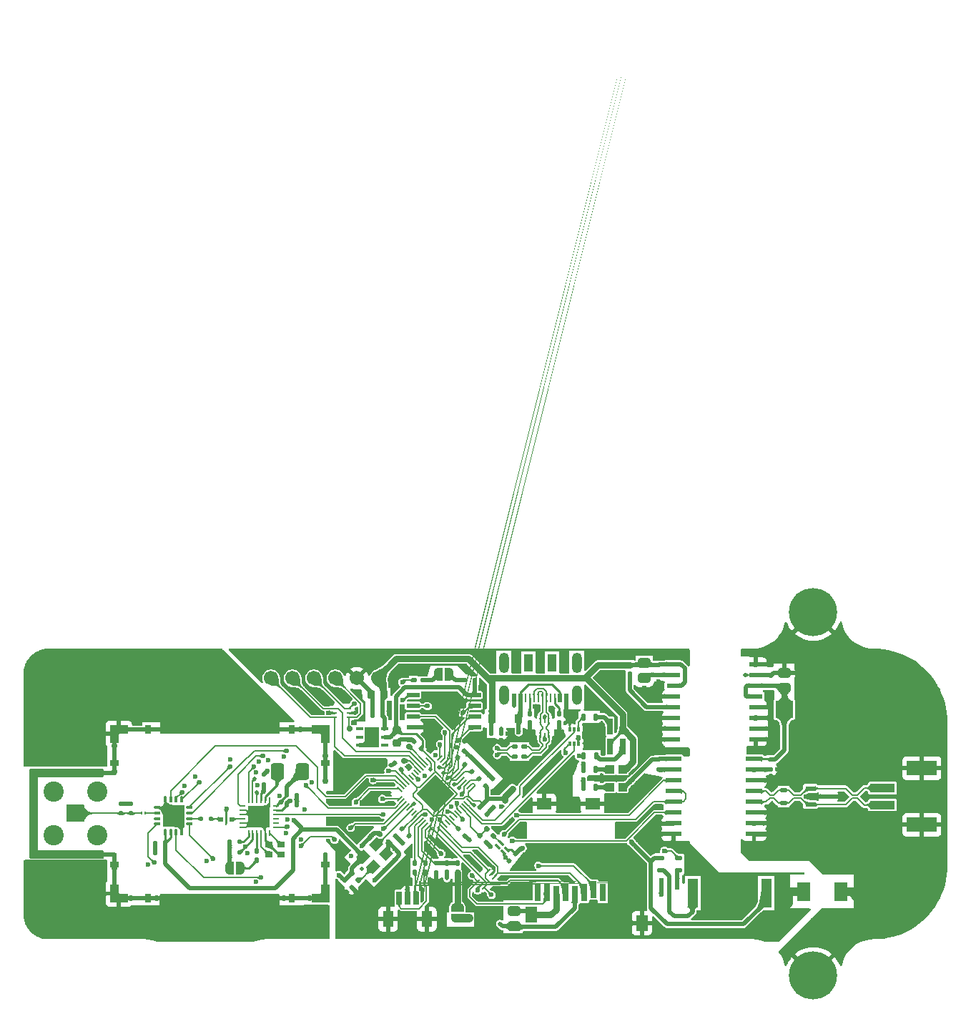
<source format=gbr>
%TF.GenerationSoftware,KiCad,Pcbnew,9.0.2+1*%
%TF.CreationDate,2025-08-16T02:22:31+01:00*%
%TF.ProjectId,OBC,4f42432e-6b69-4636-9164-5f7063625858,rev?*%
%TF.SameCoordinates,Original*%
%TF.FileFunction,Copper,L1,Top*%
%TF.FilePolarity,Positive*%
%FSLAX45Y45*%
G04 Gerber Fmt 4.5, Leading zero omitted, Abs format (unit mm)*
G04 Created by KiCad (PCBNEW 9.0.2+1) date 2025-08-16 02:22:31*
%MOMM*%
%LPD*%
G01*
G04 APERTURE LIST*
G04 Aperture macros list*
%AMRoundRect*
0 Rectangle with rounded corners*
0 $1 Rounding radius*
0 $2 $3 $4 $5 $6 $7 $8 $9 X,Y pos of 4 corners*
0 Add a 4 corners polygon primitive as box body*
4,1,4,$2,$3,$4,$5,$6,$7,$8,$9,$2,$3,0*
0 Add four circle primitives for the rounded corners*
1,1,$1+$1,$2,$3*
1,1,$1+$1,$4,$5*
1,1,$1+$1,$6,$7*
1,1,$1+$1,$8,$9*
0 Add four rect primitives between the rounded corners*
20,1,$1+$1,$2,$3,$4,$5,0*
20,1,$1+$1,$4,$5,$6,$7,0*
20,1,$1+$1,$6,$7,$8,$9,0*
20,1,$1+$1,$8,$9,$2,$3,0*%
%AMRotRect*
0 Rectangle, with rotation*
0 The origin of the aperture is its center*
0 $1 length*
0 $2 width*
0 $3 Rotation angle, in degrees counterclockwise*
0 Add horizontal line*
21,1,$1,$2,0,0,$3*%
%AMFreePoly0*
4,1,153,0.056581,0.104743,0.058810,0.104000,0.060000,0.104000,0.061581,0.103743,0.063810,0.103000,0.065000,0.103000,0.066581,0.102743,0.069581,0.101743,0.070236,0.101472,0.071920,0.100630,0.074581,0.099743,0.076536,0.098536,0.077964,0.097108,0.079236,0.096472,0.080536,0.095536,0.081964,0.094108,0.083236,0.093472,0.084536,0.092536,0.092536,0.084536,0.093472,0.083236,
0.094108,0.081964,0.095536,0.080536,0.096472,0.079236,0.097108,0.077964,0.098536,0.076536,0.099743,0.074581,0.100630,0.071920,0.101472,0.070236,0.101743,0.069581,0.102743,0.066581,0.103000,0.065000,0.103000,0.063810,0.103743,0.061581,0.104000,0.060000,0.104000,0.058810,0.104743,0.056581,0.105000,0.055000,0.105000,-0.055000,0.104743,-0.056581,0.104000,-0.058810,
0.104000,-0.060000,0.103743,-0.061581,0.103000,-0.063810,0.103000,-0.065000,0.102743,-0.066581,0.101743,-0.069581,0.101472,-0.070236,0.100630,-0.071920,0.099743,-0.074581,0.098536,-0.076536,0.097108,-0.077964,0.096472,-0.079236,0.095536,-0.080536,0.094108,-0.081964,0.093472,-0.083236,0.092536,-0.084536,0.084536,-0.092536,0.083236,-0.093472,0.081964,-0.094108,0.080536,-0.095536,
0.079236,-0.096472,0.077964,-0.097108,0.076536,-0.098536,0.074581,-0.099743,0.071920,-0.100630,0.070236,-0.101472,0.069581,-0.101743,0.066581,-0.102743,0.065000,-0.103000,0.063810,-0.103000,0.061581,-0.103743,0.060000,-0.104000,0.058810,-0.104000,0.056581,-0.104743,0.055000,-0.105000,-0.055000,-0.105000,-0.056581,-0.104743,-0.058810,-0.104000,-0.060000,-0.104000,-0.061581,-0.103743,
-0.063810,-0.103000,-0.065000,-0.103000,-0.066581,-0.102743,-0.069581,-0.101743,-0.070236,-0.101472,-0.071920,-0.100630,-0.074581,-0.099743,-0.076536,-0.098536,-0.077964,-0.097108,-0.079236,-0.096472,-0.080536,-0.095536,-0.081964,-0.094108,-0.083236,-0.093472,-0.084536,-0.092536,-0.092536,-0.084536,-0.093472,-0.083236,-0.094108,-0.081964,-0.095536,-0.080536,-0.096472,-0.079236,-0.097108,-0.077964,
-0.098536,-0.076536,-0.099743,-0.074581,-0.100630,-0.071920,-0.101472,-0.070236,-0.101743,-0.069581,-0.102743,-0.066581,-0.103000,-0.065000,-0.103000,-0.063810,-0.103743,-0.061581,-0.104000,-0.060000,-0.104000,-0.058810,-0.104743,-0.056581,-0.105000,-0.055000,-0.105000,0.055000,-0.104743,0.056581,-0.104000,0.058810,-0.104000,0.060000,-0.103743,0.061581,-0.103000,0.063810,-0.103000,0.065000,
-0.102743,0.066581,-0.101743,0.069581,-0.101472,0.070236,-0.100630,0.071920,-0.099743,0.074581,-0.098536,0.076536,-0.097108,0.077964,-0.096472,0.079236,-0.095536,0.080536,-0.094108,0.081964,-0.093472,0.083236,-0.092536,0.084536,-0.084536,0.092536,-0.083236,0.093472,-0.081964,0.094108,-0.080536,0.095536,-0.079236,0.096472,-0.077964,0.097108,-0.076536,0.098536,-0.074581,0.099743,
-0.071920,0.100630,-0.070236,0.101472,-0.069581,0.101743,-0.066581,0.102743,-0.065000,0.103000,-0.063810,0.103000,-0.061581,0.103743,-0.060000,0.104000,-0.058810,0.104000,-0.056581,0.104743,-0.055000,0.105000,0.055000,0.105000,0.056581,0.104743,0.056581,0.104743,$1*%
%AMFreePoly1*
4,1,23,0.500000,-0.750000,0.000000,-0.750000,0.000000,-0.745722,-0.065263,-0.745722,-0.191342,-0.711940,-0.304381,-0.646677,-0.396677,-0.554381,-0.461940,-0.441342,-0.495722,-0.315263,-0.495722,-0.250000,-0.500000,-0.250000,-0.500000,0.250000,-0.495722,0.250000,-0.495722,0.315263,-0.461940,0.441342,-0.396677,0.554381,-0.304381,0.646677,-0.191342,0.711940,-0.065263,0.745722,0.000000,0.745722,
0.000000,0.750000,0.500000,0.750000,0.500000,-0.750000,0.500000,-0.750000,$1*%
%AMFreePoly2*
4,1,23,0.000000,0.745722,0.065263,0.745722,0.191342,0.711940,0.304381,0.646677,0.396677,0.554381,0.461940,0.441342,0.495722,0.315263,0.495722,0.250000,0.500000,0.250000,0.500000,-0.250000,0.495722,-0.250000,0.495722,-0.315263,0.461940,-0.441342,0.396677,-0.554381,0.304381,-0.646677,0.191342,-0.711940,0.065263,-0.745722,0.000000,-0.745722,0.000000,-0.750000,-0.500000,-0.750000,
-0.500000,0.750000,0.000000,0.750000,0.000000,0.745722,0.000000,0.745722,$1*%
%AMFreePoly3*
4,1,18,0.603536,1.503536,0.605000,1.500000,0.605000,-0.600000,0.603536,-0.603536,0.600000,-0.605000,-1.500000,-0.605000,-1.503536,-0.603536,-1.505000,-0.600000,-1.505000,0.400000,-1.503536,0.403536,-1.500000,0.405000,-0.602072,0.405000,-0.405000,0.602072,-0.405000,1.500000,-0.403536,1.503536,-0.400000,1.505000,0.600000,1.505000,0.603536,1.503536,0.603536,1.503536,$1*%
G04 Aperture macros list end*
%TA.AperFunction,SMDPad,CuDef*%
%ADD10RotRect,0.177800X0.812800X45.000000*%
%TD*%
%TA.AperFunction,SMDPad,CuDef*%
%ADD11RotRect,0.177800X0.812800X315.000000*%
%TD*%
%TA.AperFunction,SMDPad,CuDef*%
%ADD12RotRect,3.200400X3.200400X315.000000*%
%TD*%
%TA.AperFunction,SMDPad,CuDef*%
%ADD13R,0.254000X0.762000*%
%TD*%
%TA.AperFunction,SMDPad,CuDef*%
%ADD14R,0.762000X0.254000*%
%TD*%
%TA.AperFunction,SMDPad,CuDef*%
%ADD15R,2.641600X2.641600*%
%TD*%
%TA.AperFunction,SMDPad,CuDef*%
%ADD16RoundRect,0.076200X0.304800X-0.076200X0.304800X0.076200X-0.304800X0.076200X-0.304800X-0.076200X0*%
%TD*%
%TA.AperFunction,SMDPad,CuDef*%
%ADD17RoundRect,0.076200X-0.076200X-0.304800X0.076200X-0.304800X0.076200X0.304800X-0.076200X0.304800X0*%
%TD*%
%TA.AperFunction,SMDPad,CuDef*%
%ADD18RotRect,0.762000X0.254000X315.000000*%
%TD*%
%TA.AperFunction,SMDPad,CuDef*%
%ADD19R,0.812800X0.406400*%
%TD*%
%TA.AperFunction,SMDPad,CuDef*%
%ADD20R,1.752600X2.489200*%
%TD*%
%TA.AperFunction,SMDPad,CuDef*%
%ADD21R,0.800000X2.000000*%
%TD*%
%TA.AperFunction,SMDPad,CuDef*%
%ADD22R,1.800000X1.400000*%
%TD*%
%TA.AperFunction,SMDPad,CuDef*%
%ADD23R,1.400000X1.900000*%
%TD*%
%TA.AperFunction,SMDPad,CuDef*%
%ADD24R,0.520000X1.000000*%
%TD*%
%TA.AperFunction,SMDPad,CuDef*%
%ADD25R,0.270000X1.000000*%
%TD*%
%TA.AperFunction,SMDPad,CuDef*%
%ADD26R,1.000000X2.000000*%
%TD*%
%TA.AperFunction,ComponentPad*%
%ADD27O,1.158000X2.316000*%
%TD*%
%TA.AperFunction,ComponentPad*%
%ADD28O,1.200000X2.400000*%
%TD*%
%TA.AperFunction,SMDPad,CuDef*%
%ADD29RoundRect,0.250000X0.525000X0.725000X-0.525000X0.725000X-0.525000X-0.725000X0.525000X-0.725000X0*%
%TD*%
%TA.AperFunction,SMDPad,CuDef*%
%ADD30R,0.300000X0.475000*%
%TD*%
%TA.AperFunction,SMDPad,CuDef*%
%ADD31R,0.210000X0.400000*%
%TD*%
%TA.AperFunction,SMDPad,CuDef*%
%ADD32RoundRect,0.125000X0.231788X-0.055013X-0.055013X0.231788X-0.231788X0.055013X0.055013X-0.231788X0*%
%TD*%
%TA.AperFunction,SMDPad,CuDef*%
%ADD33RoundRect,0.127000X0.152400X0.127000X-0.152400X0.127000X-0.152400X-0.127000X0.152400X-0.127000X0*%
%TD*%
%TA.AperFunction,SMDPad,CuDef*%
%ADD34FreePoly0,270.000000*%
%TD*%
%TA.AperFunction,SMDPad,CuDef*%
%ADD35RoundRect,0.125000X0.124999X-0.202799X0.124999X0.202799X-0.124999X0.202799X-0.124999X-0.202799X0*%
%TD*%
%TA.AperFunction,SMDPad,CuDef*%
%ADD36R,0.250000X0.600000*%
%TD*%
%TA.AperFunction,SMDPad,CuDef*%
%ADD37R,0.600000X0.600000*%
%TD*%
%TA.AperFunction,SMDPad,CuDef*%
%ADD38RoundRect,0.127000X-0.127000X0.152400X-0.127000X-0.152400X0.127000X-0.152400X0.127000X0.152400X0*%
%TD*%
%TA.AperFunction,SMDPad,CuDef*%
%ADD39R,1.524000X0.533400*%
%TD*%
%TA.AperFunction,SMDPad,CuDef*%
%ADD40R,1.300000X3.400000*%
%TD*%
%TA.AperFunction,SMDPad,CuDef*%
%ADD41RoundRect,0.127000X0.127000X-0.152400X0.127000X0.152400X-0.127000X0.152400X-0.127000X-0.152400X0*%
%TD*%
%TA.AperFunction,SMDPad,CuDef*%
%ADD42RoundRect,0.125000X0.202799X0.124999X-0.202799X0.124999X-0.202799X-0.124999X0.202799X-0.124999X0*%
%TD*%
%TA.AperFunction,SMDPad,CuDef*%
%ADD43RoundRect,0.250000X0.475000X-0.325000X0.475000X0.325000X-0.475000X0.325000X-0.475000X-0.325000X0*%
%TD*%
%TA.AperFunction,SMDPad,CuDef*%
%ADD44RoundRect,0.127000X0.017961X0.197566X-0.197566X-0.017961X-0.017961X-0.197566X0.197566X0.017961X0*%
%TD*%
%TA.AperFunction,SMDPad,CuDef*%
%ADD45RoundRect,0.250000X-0.475000X0.325000X-0.475000X-0.325000X0.475000X-0.325000X0.475000X0.325000X0*%
%TD*%
%TA.AperFunction,SMDPad,CuDef*%
%ADD46RoundRect,0.230000X0.260000X-0.230000X0.260000X0.230000X-0.260000X0.230000X-0.260000X-0.230000X0*%
%TD*%
%TA.AperFunction,SMDPad,CuDef*%
%ADD47RoundRect,0.127000X-0.197566X0.017961X0.017961X-0.197566X0.197566X-0.017961X-0.017961X0.197566X0*%
%TD*%
%TA.AperFunction,SMDPad,CuDef*%
%ADD48R,2.000000X2.000000*%
%TD*%
%TA.AperFunction,SMDPad,CuDef*%
%ADD49R,0.660400X1.549400*%
%TD*%
%TA.AperFunction,SMDPad,CuDef*%
%ADD50R,1.295400X1.905000*%
%TD*%
%TA.AperFunction,SMDPad,CuDef*%
%ADD51FreePoly1,90.000000*%
%TD*%
%TA.AperFunction,SMDPad,CuDef*%
%ADD52FreePoly2,90.000000*%
%TD*%
%TA.AperFunction,SMDPad,CuDef*%
%ADD53R,1.244600X0.558800*%
%TD*%
%TA.AperFunction,SMDPad,CuDef*%
%ADD54R,0.558800X1.422400*%
%TD*%
%TA.AperFunction,SMDPad,CuDef*%
%ADD55RoundRect,0.227500X-0.227500X-0.307500X0.227500X-0.307500X0.227500X0.307500X-0.227500X0.307500X0*%
%TD*%
%TA.AperFunction,SMDPad,CuDef*%
%ADD56RoundRect,0.125000X-0.124999X0.202799X-0.124999X-0.202799X0.124999X-0.202799X0.124999X0.202799X0*%
%TD*%
%TA.AperFunction,SMDPad,CuDef*%
%ADD57RoundRect,0.125000X-0.125000X-0.281400X0.125000X-0.281400X0.125000X0.281400X-0.125000X0.281400X0*%
%TD*%
%TA.AperFunction,SMDPad,CuDef*%
%ADD58R,1.649999X0.599999*%
%TD*%
%TA.AperFunction,SMDPad,CuDef*%
%ADD59RoundRect,0.127000X-0.017961X-0.197566X0.197566X0.017961X0.017961X0.197566X-0.197566X-0.017961X0*%
%TD*%
%TA.AperFunction,SMDPad,CuDef*%
%ADD60R,1.000000X0.800000*%
%TD*%
%TA.AperFunction,SMDPad,CuDef*%
%ADD61FreePoly3,270.000000*%
%TD*%
%TA.AperFunction,SMDPad,CuDef*%
%ADD62R,0.800000X1.000000*%
%TD*%
%TA.AperFunction,SMDPad,CuDef*%
%ADD63RoundRect,0.127000X-0.152400X-0.127000X0.152400X-0.127000X0.152400X0.127000X-0.152400X0.127000X0*%
%TD*%
%TA.AperFunction,SMDPad,CuDef*%
%ADD64RoundRect,0.125000X0.281400X-0.125000X0.281400X0.125000X-0.281400X0.125000X-0.281400X-0.125000X0*%
%TD*%
%TA.AperFunction,SMDPad,CuDef*%
%ADD65R,0.609600X0.228600*%
%TD*%
%TA.AperFunction,ComponentPad*%
%ADD66R,2.100000X2.100000*%
%TD*%
%TA.AperFunction,ComponentPad*%
%ADD67C,2.400000*%
%TD*%
%TA.AperFunction,SMDPad,CuDef*%
%ADD68R,1.050000X1.000000*%
%TD*%
%TA.AperFunction,SMDPad,CuDef*%
%ADD69R,0.660400X1.905000*%
%TD*%
%TA.AperFunction,ComponentPad*%
%ADD70C,5.700000*%
%TD*%
%TA.AperFunction,SMDPad,CuDef*%
%ADD71R,2.895600X0.990600*%
%TD*%
%TA.AperFunction,SMDPad,CuDef*%
%ADD72R,3.606800X1.803400*%
%TD*%
%TA.AperFunction,SMDPad,CuDef*%
%ADD73RoundRect,0.125000X-0.231788X0.055013X0.055013X-0.231788X0.231788X-0.055013X-0.055013X0.231788X0*%
%TD*%
%TA.AperFunction,SMDPad,CuDef*%
%ADD74RoundRect,0.127000X0.197566X-0.017961X-0.017961X0.197566X-0.197566X0.017961X0.017961X-0.197566X0*%
%TD*%
%TA.AperFunction,SMDPad,CuDef*%
%ADD75RoundRect,0.125000X0.125000X0.281400X-0.125000X0.281400X-0.125000X-0.281400X0.125000X-0.281400X0*%
%TD*%
%TA.AperFunction,SMDPad,CuDef*%
%ADD76RoundRect,0.230000X-0.230000X-0.260000X0.230000X-0.260000X0.230000X0.260000X-0.230000X0.260000X0*%
%TD*%
%TA.AperFunction,SMDPad,CuDef*%
%ADD77FreePoly1,0.000000*%
%TD*%
%TA.AperFunction,SMDPad,CuDef*%
%ADD78FreePoly2,0.000000*%
%TD*%
%TA.AperFunction,SMDPad,CuDef*%
%ADD79RoundRect,0.095000X-0.335000X0.285000X-0.335000X-0.285000X0.335000X-0.285000X0.335000X0.285000X0*%
%TD*%
%TA.AperFunction,SMDPad,CuDef*%
%ADD80FreePoly3,90.000000*%
%TD*%
%TA.AperFunction,SMDPad,CuDef*%
%ADD81R,0.228600X0.609600*%
%TD*%
%TA.AperFunction,SMDPad,CuDef*%
%ADD82FreePoly3,0.000000*%
%TD*%
%TA.AperFunction,SMDPad,CuDef*%
%ADD83R,1.550000X2.200000*%
%TD*%
%TA.AperFunction,SMDPad,CuDef*%
%ADD84RoundRect,0.125000X-0.281400X0.125000X-0.281400X-0.125000X0.281400X-0.125000X0.281400X0.125000X0*%
%TD*%
%TA.AperFunction,SMDPad,CuDef*%
%ADD85RotRect,1.100000X1.300000X135.000000*%
%TD*%
%TA.AperFunction,SMDPad,CuDef*%
%ADD86RotRect,0.609600X0.228600X225.000000*%
%TD*%
%TA.AperFunction,SMDPad,CuDef*%
%ADD87FreePoly1,180.000000*%
%TD*%
%TA.AperFunction,SMDPad,CuDef*%
%ADD88FreePoly2,180.000000*%
%TD*%
%TA.AperFunction,SMDPad,CuDef*%
%ADD89R,1.899999X0.599999*%
%TD*%
%TA.AperFunction,SMDPad,CuDef*%
%ADD90FreePoly3,180.000000*%
%TD*%
%TA.AperFunction,ComponentPad*%
%ADD91C,1.701800*%
%TD*%
%TA.AperFunction,ViaPad*%
%ADD92C,0.600000*%
%TD*%
%TA.AperFunction,ViaPad*%
%ADD93C,0.500000*%
%TD*%
%TA.AperFunction,ViaPad*%
%ADD94C,0.700000*%
%TD*%
%TA.AperFunction,Conductor*%
%ADD95C,0.130000*%
%TD*%
%TA.AperFunction,Conductor*%
%ADD96C,0.500000*%
%TD*%
%TA.AperFunction,Conductor*%
%ADD97C,0.250000*%
%TD*%
%TA.AperFunction,Conductor*%
%ADD98C,0.200000*%
%TD*%
%TA.AperFunction,Conductor*%
%ADD99C,0.185000*%
%TD*%
%TA.AperFunction,Conductor*%
%ADD100C,1.000000*%
%TD*%
%TA.AperFunction,Conductor*%
%ADD101C,0.750000*%
%TD*%
%TA.AperFunction,Conductor*%
%ADD102C,0.163300*%
%TD*%
G04 APERTURE END LIST*
D10*
%TO.P,MCU1,1,IOVDD*%
%TO.N,+3.3V*%
X14847177Y-9835481D03*
%TO.P,MCU1,2,GPIO0*%
%TO.N,/Nav RX UART*%
X14818893Y-9863766D03*
%TO.P,MCU1,3,GPIO1*%
%TO.N,/Nav TX UART*%
X14790608Y-9892050D03*
%TO.P,MCU1,4,GPIO2*%
%TO.N,/Nav RTS UART*%
X14762324Y-9920334D03*
%TO.P,MCU1,5,GPIO3*%
%TO.N,/Nav CTS UART*%
X14734040Y-9948618D03*
%TO.P,MCU1,6,GPIO4*%
%TO.N,/~{PDN} NRF21540*%
X14705755Y-9976903D03*
%TO.P,MCU1,7,GPIO5*%
%TO.N,/RP2040/GPIO5*%
X14677471Y-10005187D03*
%TO.P,MCU1,8,GPIO6*%
%TO.N,/DIO3 SX1280*%
X14649187Y-10033471D03*
%TO.P,MCU1,9,GPIO7*%
%TO.N,/RP2040/GPIO7*%
X14620903Y-10061756D03*
%TO.P,MCU1,10,IOVDD*%
%TO.N,+3.3V*%
X14592618Y-10090040D03*
%TO.P,MCU1,11,GPIO8*%
%TO.N,/RADIO MISO SPI*%
X14564334Y-10118324D03*
%TO.P,MCU1,12,GPIO9*%
%TO.N,/NRF21540 ~{CS} SPI*%
X14536050Y-10146608D03*
%TO.P,MCU1,13,GPIO10*%
%TO.N,/RADIO SCK SPI*%
X14507766Y-10174893D03*
%TO.P,MCU1,14,GPIO11*%
%TO.N,/RADIO MOSI SPI*%
X14479481Y-10203177D03*
D11*
%TO.P,MCU1,15,GPIO12*%
%TO.N,/BUSY SX1280*%
X14479481Y-10316823D03*
%TO.P,MCU1,16,GPIO13*%
%TO.N,/SX1280 ~{CS} SPI*%
X14507766Y-10345107D03*
%TO.P,MCU1,17,GPIO14*%
%TO.N,/MODE NRF21540*%
X14536050Y-10373392D03*
%TO.P,MCU1,18,GPIO15*%
%TO.N,/RX_EN NRF21540*%
X14564334Y-10401676D03*
%TO.P,MCU1,19,TESTEN*%
%TO.N,GND*%
X14592618Y-10429960D03*
%TO.P,MCU1,20,XIN*%
%TO.N,/RP2040/Crystal*%
X14620903Y-10458245D03*
%TO.P,MCU1,21,XOUT*%
%TO.N,unconnected-(MCU1-XOUT-Pad21)*%
X14649187Y-10486529D03*
%TO.P,MCU1,22,IOVDD*%
%TO.N,+3.3V*%
X14677471Y-10514813D03*
%TO.P,MCU1,23,DVDD*%
%TO.N,Net-(MCU1-VREG_VOUT)*%
X14705755Y-10543097D03*
%TO.P,MCU1,24,SWCLK*%
%TO.N,Net-(MCU1-SWCLK)*%
X14734040Y-10571382D03*
%TO.P,MCU1,25,SWD*%
%TO.N,Net-(MCU1-SWD)*%
X14762324Y-10599666D03*
%TO.P,MCU1,26,RUN*%
%TO.N,Net-(MCU1-RUN)*%
X14790608Y-10627950D03*
%TO.P,MCU1,27,GPIO16*%
%TO.N,/SD-Card MISO SPI*%
X14818893Y-10656234D03*
%TO.P,MCU1,28,GPIO17*%
%TO.N,/SD-Card  ~{CS} SPI*%
X14847177Y-10684519D03*
D10*
%TO.P,MCU1,29,GPIO18*%
%TO.N,/SD-Card SCK SPI*%
X14960823Y-10684519D03*
%TO.P,MCU1,30,GPIO19*%
%TO.N,/SD-Card MOSI SPI*%
X14989107Y-10656234D03*
%TO.P,MCU1,31,GPIO20*%
%TO.N,/TX_EN NRF21540*%
X15017392Y-10627950D03*
%TO.P,MCU1,32,GPIO21*%
%TO.N,/RP2040/GPIO21*%
X15045676Y-10599666D03*
%TO.P,MCU1,33,IOVDD*%
%TO.N,+3.3V*%
X15073960Y-10571382D03*
%TO.P,MCU1,34,GPIO22*%
%TO.N,/RP2040/GPIO22*%
X15102244Y-10543097D03*
%TO.P,MCU1,35,GPIO23*%
%TO.N,/ENABLE_RS*%
X15130529Y-10514813D03*
%TO.P,MCU1,36,GPIO24*%
%TO.N,/WRITE_RS*%
X15158813Y-10486529D03*
%TO.P,MCU1,37,GPIO25*%
%TO.N,/READ_RS*%
X15187097Y-10458245D03*
%TO.P,MCU1,38,GPIO26_ADC0*%
%TO.N,/Temp_Sense*%
X15215382Y-10429960D03*
%TO.P,MCU1,39,GPIO27_ADC1*%
%TO.N,/Green Status*%
X15243666Y-10401676D03*
%TO.P,MCU1,40,GPIO28_ADC2*%
%TO.N,/Red Status*%
X15271950Y-10373392D03*
%TO.P,MCU1,41,GPIO29_ADC3*%
%TO.N,/Buzzer*%
X15300234Y-10345107D03*
%TO.P,MCU1,42,IOVDD*%
%TO.N,+3.3V*%
X15328519Y-10316823D03*
D11*
%TO.P,MCU1,43,ADC_AVDD*%
X15328519Y-10203177D03*
%TO.P,MCU1,44,VREG_IN*%
X15300234Y-10174893D03*
%TO.P,MCU1,45,VREG_VOUT*%
%TO.N,Net-(MCU1-VREG_VOUT)*%
X15271950Y-10146608D03*
%TO.P,MCU1,46,USB_DM*%
%TO.N,/RP2040/USB_D-*%
X15243666Y-10118324D03*
%TO.P,MCU1,47,USB_DP*%
%TO.N,/RP2040/USB_D+*%
X15215382Y-10090040D03*
%TO.P,MCU1,48,USB_VDD*%
%TO.N,+3.3V*%
X15187097Y-10061756D03*
%TO.P,MCU1,49,IOVDD*%
X15158813Y-10033471D03*
%TO.P,MCU1,50,DVDD*%
%TO.N,Net-(MCU1-VREG_VOUT)*%
X15130529Y-10005187D03*
%TO.P,MCU1,51,QSPI_SD3*%
%TO.N,/RP2040/MCU SD3 SPI*%
X15102244Y-9976903D03*
%TO.P,MCU1,52,QSPI_SCLK*%
%TO.N,/RP2040/MCU SCLK SPI*%
X15073960Y-9948618D03*
%TO.P,MCU1,53,QSPI_SD0*%
%TO.N,/RP2040/MCU SD0 SPI*%
X15045676Y-9920334D03*
%TO.P,MCU1,54,QSPI_SD2*%
%TO.N,/RP2040/MCU SD2 SPI*%
X15017392Y-9892050D03*
%TO.P,MCU1,55,QSPI_SD1*%
%TO.N,/RP2040/MCU SD1 SPI*%
X14989107Y-9863766D03*
%TO.P,MCU1,56,QSPI_SS*%
%TO.N,/RP2040/MCU ~{CS} SPI*%
X14960823Y-9835481D03*
D12*
%TO.P,MCU1,57,GND*%
%TO.N,GND*%
X14904000Y-10260000D03*
%TD*%
D13*
%TO.P,U1,1,VR_PA*%
%TO.N,Net-(U1-VR_PA)*%
X12692036Y-10725174D03*
%TO.P,U1,2,VDD_INN*%
%TO.N,Net-(U1-DCC_FB)*%
X12742036Y-10725174D03*
%TO.P,U1,3,NRESET*%
%TO.N,/~{RST} SX1280*%
X12792036Y-10725174D03*
%TO.P,U1,4,XTA*%
%TO.N,/SX1280 XTA -*%
X12842036Y-10725174D03*
%TO.P,U1,5,GND*%
%TO.N,GND*%
X12892036Y-10725174D03*
%TO.P,U1,6,XTB*%
%TO.N,/SX1280 XTB +*%
X12942036Y-10725174D03*
D14*
%TO.P,U1,7,BUSY*%
%TO.N,/BUSY SX1280*%
X13013886Y-10653324D03*
%TO.P,U1,8,DIO1*%
%TO.N,unconnected-(U1-DIO1-Pad8)*%
X13013886Y-10603324D03*
%TO.P,U1,9,DIO2*%
%TO.N,unconnected-(U1-DIO2-Pad9)*%
X13013886Y-10553324D03*
%TO.P,U1,10,DIO3*%
%TO.N,/DIO3 SX1280*%
X13013886Y-10503324D03*
%TO.P,U1,11,VBAT_IO*%
%TO.N,+3.3V*%
X13013886Y-10453324D03*
%TO.P,U1,12,DCC_FB*%
%TO.N,Net-(U1-DCC_FB)*%
X13013886Y-10403324D03*
D13*
%TO.P,U1,13,GND*%
%TO.N,GND*%
X12942036Y-10331474D03*
%TO.P,U1,14,DCC_SW*%
%TO.N,Net-(U1-DCC_SW)*%
X12892036Y-10331474D03*
%TO.P,U1,15,VBAT*%
%TO.N,+3.3V*%
X12842036Y-10331474D03*
%TO.P,U1,16,MISO_TX*%
%TO.N,/RADIO MISO SPI*%
X12792036Y-10331474D03*
%TO.P,U1,17,MOSI_RX*%
%TO.N,/RADIO MOSI SPI*%
X12742036Y-10331474D03*
%TO.P,U1,18,SCK_RTSN*%
%TO.N,/RADIO SCK SPI*%
X12692036Y-10331474D03*
D14*
%TO.P,U1,19,NSS_CTS*%
%TO.N,/SX1280 ~{CS} SPI*%
X12620186Y-10403324D03*
%TO.P,U1,20,GND*%
%TO.N,GND*%
X12620186Y-10453324D03*
%TO.P,U1,21,GND*%
X12620186Y-10503324D03*
%TO.P,U1,22,RFIO*%
%TO.N,Net-(FL1-OUT{slash}IN)*%
X12620186Y-10553324D03*
%TO.P,U1,23,GND*%
%TO.N,GND*%
X12620186Y-10603324D03*
%TO.P,U1,24,GND*%
X12620186Y-10653324D03*
D15*
%TO.P,U1,25,GND*%
X12817036Y-10528324D03*
%TD*%
D16*
%TO.P,U3,1,VSS*%
%TO.N,GND*%
X11612350Y-10422286D03*
%TO.P,U3,2,ANT1*%
%TO.N,Net-(U3-ANT1)*%
X11612350Y-10487285D03*
%TO.P,U3,3,ANT2*%
%TO.N,unconnected-(U3-ANT2-Pad3)*%
X11612350Y-10552286D03*
%TO.P,U3,4,MODE*%
%TO.N,/MODE NRF21540*%
X11612350Y-10617285D03*
D17*
%TO.P,U3,5,VDD*%
%TO.N,+3.3V*%
X11706620Y-10711555D03*
%TO.P,U3,6,VDD*%
X11771620Y-10711555D03*
%TO.P,U3,7,RX_EN*%
%TO.N,/RX_EN NRF21540*%
X11836620Y-10711555D03*
%TO.P,U3,8,ANT_SEL*%
%TO.N,GND*%
X11901620Y-10711555D03*
D16*
%TO.P,U3,9,TX_EN*%
%TO.N,/TX_EN NRF21540*%
X11995890Y-10617285D03*
%TO.P,U3,10,TRX*%
%TO.N,Net-(U3-TRX)*%
X11995890Y-10552286D03*
%TO.P,U3,11,PDN*%
%TO.N,/~{PDN} NRF21540*%
X11995890Y-10487285D03*
%TO.P,U3,12,SCK*%
%TO.N,/RADIO SCK SPI*%
X11995890Y-10422286D03*
D17*
%TO.P,U3,13,MOSI*%
%TO.N,/RADIO MOSI SPI*%
X11901620Y-10328015D03*
%TO.P,U3,14,MISO*%
%TO.N,/RADIO MISO SPI*%
X11836620Y-10328015D03*
%TO.P,U3,15,CSN*%
%TO.N,/NRF21540 ~{CS} SPI*%
X11771620Y-10328015D03*
%TO.P,U3,16,VSS*%
%TO.N,GND*%
X11706620Y-10328015D03*
D15*
%TO.P,U3,17,VSS*%
X11804120Y-10519785D03*
%TD*%
D18*
%TO.P,U2,1,VOUT*%
%TO.N,Net-(U2-VOUT)*%
X15680736Y-10844710D03*
%TO.P,U2,2,NC*%
%TO.N,unconnected-(U2-NC-Pad2)*%
X15641223Y-10884223D03*
%TO.P,U2,3,GND*%
%TO.N,GND*%
X15711269Y-10954269D03*
%TO.P,U2,4,VCC*%
%TO.N,+3.3V*%
X15750782Y-10914756D03*
%TD*%
D19*
%TO.P,U7,1,NC*%
%TO.N,unconnected-(U7-NC-Pad1)*%
X14301197Y-9680000D03*
%TO.P,U7,2,V0*%
%TO.N,+3.3V*%
X14301197Y-9585000D03*
%TO.P,U7,3,V1*%
%TO.N,+5V*%
X14301197Y-9490000D03*
%TO.P,U7,4,NC*%
%TO.N,unconnected-(U7-NC-Pad4)*%
X14011637Y-9490000D03*
%TO.P,U7,5,NC*%
%TO.N,unconnected-(U7-NC-Pad5)*%
X14011637Y-9585000D03*
%TO.P,U7,6,GND*%
%TO.N,GND*%
X14011637Y-9680000D03*
D20*
%TO.P,U7,7,GND*%
X14156417Y-9585000D03*
%TD*%
D21*
%TO.P,J3,1,DAT2*%
%TO.N,unconnected-(J3-DAT2-Pad1)*%
X16885500Y-11430000D03*
%TO.P,J3,2,CD/DAT3*%
%TO.N,/SD-Card  ~{CS} SPI*%
X16775500Y-11390000D03*
%TO.P,J3,3,CMD*%
%TO.N,/SD-Card MOSI SPI*%
X16665500Y-11430000D03*
%TO.P,J3,4,VDD*%
%TO.N,+3.3V*%
X16555500Y-11450000D03*
%TO.P,J3,5,CLK*%
%TO.N,/SD-Card SCK SPI*%
X16445500Y-11430000D03*
%TO.P,J3,6,VSS*%
%TO.N,GND*%
X16335500Y-11450000D03*
%TO.P,J3,7,DAT0*%
%TO.N,/SD-Card MISO SPI*%
X16225500Y-11430000D03*
%TO.P,J3,8,DAT1*%
%TO.N,unconnected-(J3-DAT1-Pad8)*%
X16115500Y-11430000D03*
D22*
%TO.P,J3,9,CD1*%
%TO.N,GND*%
X16196500Y-10375000D03*
%TO.P,J3,10,CD2*%
X16766500Y-10375000D03*
D23*
%TO.P,J3,11,GND*%
X16036500Y-11690000D03*
%TO.P,J3,12,GND*%
X17351500Y-11790000D03*
%TD*%
D24*
%TO.P,J6,1,GND*%
%TO.N,GND*%
X16457342Y-9126250D03*
%TO.P,J6,2,VBUS*%
%TO.N,VBUS*%
X16382342Y-9126250D03*
D25*
%TO.P,J6,3,CC1*%
%TO.N,Net-(J6-CC1)*%
X16322342Y-9126250D03*
%TO.P,J6,4,SBU2*%
%TO.N,unconnected-(J6-SBU2-Pad4)*%
X16272342Y-9126250D03*
%TO.P,J6,5,D-*%
%TO.N,/RP2040/USB_DN*%
X16222342Y-9126250D03*
%TO.P,J6,6,D+*%
%TO.N,/RP2040/USB_DP*%
X16172342Y-9126250D03*
%TO.P,J6,7,D+*%
X16122342Y-9126250D03*
%TO.P,J6,8,D-*%
%TO.N,/RP2040/USB_DN*%
X16072342Y-9126250D03*
%TO.P,J6,9,CC2*%
%TO.N,Net-(J6-CC2)*%
X16022342Y-9126250D03*
%TO.P,J6,10,SBU1*%
%TO.N,unconnected-(J6-SBU1-Pad10)*%
X15972342Y-9126250D03*
D24*
%TO.P,J6,11,VBUS*%
%TO.N,VBUS*%
X15912342Y-9126250D03*
%TO.P,J6,12,GND*%
%TO.N,GND*%
X15837342Y-9126250D03*
D26*
%TO.P,J6,S1,SHIELD*%
%TO.N,unconnected-(J6-SHIELD-PadS1)_2*%
X16287342Y-8706250D03*
%TO.P,J6,S2,SHIELD*%
%TO.N,unconnected-(J6-SHIELD-PadS1)_1*%
X16007342Y-8706250D03*
D27*
%TO.P,J6,S3,SHIELD*%
%TO.N,unconnected-(J6-SHIELD-PadS1)_4*%
X16579342Y-9088750D03*
%TO.P,J6,S4,SHIELD*%
%TO.N,unconnected-(J6-SHIELD-PadS1)_5*%
X15715342Y-9088750D03*
D28*
%TO.P,J6,S5,SHIELD*%
%TO.N,unconnected-(J6-SHIELD-PadS1)*%
X16579342Y-8706250D03*
%TO.P,J6,S6,SHIELD*%
%TO.N,unconnected-(J6-SHIELD-PadS1)_3*%
X15715342Y-8706250D03*
%TD*%
D29*
%TO.P,L1,1,1*%
%TO.N,Net-(U1-DCC_FB)*%
X13327417Y-9994000D03*
%TO.P,L1,2,2*%
%TO.N,Net-(U1-DCC_SW)*%
X13037417Y-9994000D03*
%TD*%
D30*
%TO.P,IC1,1,E2*%
%TO.N,Net-(IC1-E2)*%
X16495617Y-9662500D03*
%TO.P,IC1,2,B2*%
%TO.N,/Green Status*%
X16545617Y-9662500D03*
%TO.P,IC1,3,C1*%
%TO.N,GND*%
X16595617Y-9662500D03*
%TO.P,IC1,4,E1*%
%TO.N,Net-(IC1-E1)*%
X16595617Y-9494900D03*
%TO.P,IC1,5,B1*%
%TO.N,/Red Status*%
X16545617Y-9494900D03*
%TO.P,IC1,6,C2*%
%TO.N,GND*%
X16495617Y-9494900D03*
%TD*%
D31*
%TO.P,L4,1,1*%
%TO.N,Net-(U3-ANT1)*%
X11472350Y-10489785D03*
%TO.P,L4,2,2*%
%TO.N,Net-(C19-Pad1)*%
X11428350Y-10489785D03*
%TD*%
D32*
%TO.P,R21,1*%
%TO.N,Net-(XTAL2-TRI-STATE(STBY))*%
X13995089Y-11278089D03*
%TO.P,R21,2*%
%TO.N,+3.3V*%
X13916911Y-11199911D03*
%TD*%
D33*
%TO.P,C3,1*%
%TO.N,Net-(U1-DCC_FB)*%
X12582386Y-10948624D03*
%TO.P,C3,2*%
%TO.N,GND*%
X12468086Y-10948624D03*
%TD*%
D34*
%TO.P,D5,1*%
%TO.N,GND*%
X14723000Y-11305340D03*
%TO.P,D5,2*%
%TO.N,/RP2040/CLK SWD*%
X14673000Y-11330340D03*
%TO.P,D5,3*%
%TO.N,/RP2040/SWD*%
X14773000Y-11330340D03*
%TD*%
D35*
%TO.P,R15,1*%
%TO.N,+3.3V*%
X15040008Y-11189250D03*
%TO.P,R15,2*%
%TO.N,Net-(MCU1-RUN)*%
X15040008Y-11078690D03*
%TD*%
D36*
%TO.P,FL1,1,GND*%
%TO.N,GND*%
X12427386Y-10603624D03*
D37*
%TO.P,FL1,2,OUT/IN*%
%TO.N,Net-(FL1-OUT{slash}IN)*%
X12488636Y-10561124D03*
D36*
%TO.P,FL1,3,GND*%
%TO.N,GND*%
X12427386Y-10518624D03*
D37*
%TO.P,FL1,4,IN/OUT*%
%TO.N,Net-(FL1-IN{slash}OUT)*%
X12366136Y-10561124D03*
%TD*%
D38*
%TO.P,C22,1*%
%TO.N,Net-(MCU1-RUN)*%
X14914206Y-11076820D03*
%TO.P,C22,2*%
%TO.N,GND*%
X14914206Y-11191120D03*
%TD*%
D39*
%TO.P,U6,1,/CS*%
%TO.N,/RP2040/MCU ~{CS} SPI*%
X14639510Y-9089000D03*
%TO.P,U6,2,DO(IO1)*%
%TO.N,/RP2040/MCU SD1 SPI*%
X14639510Y-9216000D03*
%TO.P,U6,3,/WP(IO2)*%
%TO.N,/RP2040/MCU SD2 SPI*%
X14639510Y-9343000D03*
%TO.P,U6,4,GND*%
%TO.N,GND*%
X14639510Y-9470000D03*
%TO.P,U6,5,DI(IO0)*%
%TO.N,/RP2040/MCU SD0 SPI*%
X15368490Y-9470000D03*
%TO.P,U6,6,CLK*%
%TO.N,/RP2040/MCU SCLK SPI*%
X15368490Y-9343000D03*
%TO.P,U6,7,/HOLD_/RESET*%
%TO.N,/RP2040/MCU SD3 SPI*%
X15368490Y-9216000D03*
%TO.P,U6,8,VCC*%
%TO.N,+3.3V*%
X15368490Y-9089000D03*
%TD*%
D40*
%TO.P,LS1,1*%
%TO.N,+5V*%
X18822000Y-11434000D03*
%TO.P,LS1,2*%
%TO.N,Net-(IC2-C)*%
X17952000Y-11434000D03*
%TD*%
D41*
%TO.P,C21,1*%
%TO.N,Net-(C19-Pad1)*%
X11302417Y-10489000D03*
%TO.P,C21,2*%
%TO.N,GND*%
X11302417Y-10374700D03*
%TD*%
D42*
%TO.P,R17,1*%
%TO.N,/RP2040/USB_DN*%
X15956977Y-9820000D03*
%TO.P,R17,2*%
%TO.N,/RP2040/USB_D-*%
X15846417Y-9820000D03*
%TD*%
D35*
%TO.P,R22,1*%
%TO.N,GND*%
X16373417Y-9419280D03*
%TO.P,R22,2*%
%TO.N,Net-(J6-CC1)*%
X16373417Y-9308720D03*
%TD*%
D43*
%TO.P,C12,1*%
%TO.N,+3.3V*%
X15840500Y-11826000D03*
%TO.P,C12,2*%
%TO.N,GND*%
X15840500Y-11646000D03*
%TD*%
D44*
%TO.P,C28,1*%
%TO.N,+3.3V*%
X14511072Y-10675428D03*
%TO.P,C28,2*%
%TO.N,GND*%
X14430250Y-10756250D03*
%TD*%
D45*
%TO.P,C16,1*%
%TO.N,+5V*%
X17376418Y-8710000D03*
%TO.P,C16,2*%
%TO.N,GND*%
X17376418Y-8890000D03*
%TD*%
D44*
%TO.P,C10,1*%
%TO.N,+3.3V*%
X15856411Y-10968589D03*
%TO.P,C10,2*%
%TO.N,GND*%
X15775589Y-11049411D03*
%TD*%
D33*
%TO.P,C1,1*%
%TO.N,Net-(U1-VR_PA)*%
X12582386Y-10828624D03*
%TO.P,C1,2*%
%TO.N,GND*%
X12468086Y-10828624D03*
%TD*%
D41*
%TO.P,C20,1*%
%TO.N,+5VA*%
X18876418Y-8977150D03*
%TO.P,C20,2*%
%TO.N,AGND*%
X18876418Y-8862850D03*
%TD*%
D43*
%TO.P,C39,1*%
%TO.N,+5VA*%
X19038418Y-9008500D03*
%TO.P,C39,2*%
%TO.N,AGND*%
X19038418Y-8828500D03*
%TD*%
D46*
%TO.P,C38,1*%
%TO.N,GND*%
X14451617Y-9657520D03*
%TO.P,C38,2*%
%TO.N,+3.3V*%
X14451617Y-9502520D03*
%TD*%
D47*
%TO.P,C32,1*%
%TO.N,+3.3V*%
X15430855Y-10420828D03*
%TO.P,C32,2*%
%TO.N,GND*%
X15511677Y-10501650D03*
%TD*%
D48*
%TO.P,TP6,1,1*%
%TO.N,+5VA*%
X19038418Y-9258500D03*
%TD*%
D33*
%TO.P,C15,1*%
%TO.N,Net-(FL1-IN{slash}OUT)*%
X12246686Y-10553624D03*
%TO.P,C15,2*%
%TO.N,Net-(U3-TRX)*%
X12132386Y-10553624D03*
%TD*%
D47*
%TO.P,C35,1*%
%TO.N,+3.3V*%
X15176178Y-10672178D03*
%TO.P,C35,2*%
%TO.N,GND*%
X15257000Y-10753000D03*
%TD*%
D49*
%TO.P,J5,1,1*%
%TO.N,/RP2040/CLK SWD*%
X14674000Y-11490000D03*
%TO.P,J5,2,2*%
%TO.N,GND*%
X14574000Y-11490000D03*
%TO.P,J5,3,3*%
%TO.N,/RP2040/SWD*%
X14474000Y-11490000D03*
D50*
%TO.P,J5,4,EP*%
%TO.N,GND*%
X14344000Y-11742500D03*
%TO.P,J5,5,EP*%
X14804000Y-11742500D03*
%TD*%
D51*
%TO.P,JP2,1,A*%
%TO.N,GND*%
X15165411Y-11730000D03*
D52*
%TO.P,JP2,2,B*%
%TO.N,/RP2040/~{RST}*%
X15165411Y-11600000D03*
%TD*%
D53*
%TO.P,CR3,1,1*%
%TO.N,/RS_DP*%
X19346680Y-10194256D03*
%TO.P,CR3,2,2*%
%TO.N,/RS_DN*%
X19346680Y-10384756D03*
%TO.P,CR3,3,3*%
%TO.N,AGND*%
X19557500Y-10289506D03*
%TD*%
D54*
%TO.P,IC2,1,B*%
%TO.N,Net-(IC2-B)*%
X17770742Y-11324195D03*
%TO.P,IC2,2,E*%
%TO.N,GND*%
X17580242Y-11324195D03*
%TO.P,IC2,3,C*%
%TO.N,Net-(IC2-C)*%
X17675492Y-11517235D03*
%TD*%
D55*
%TO.P,D4,A*%
%TO.N,VBUS*%
X15891917Y-9365000D03*
%TO.P,D4,C*%
%TO.N,+5V*%
X15570917Y-9365000D03*
%TD*%
D56*
%TO.P,R10,1*%
%TO.N,+5V*%
X17206418Y-8734720D03*
%TO.P,R10,2*%
%TO.N,Net-(U14-FAULT_N)*%
X17206418Y-8845280D03*
%TD*%
D57*
%TO.P,R13,1*%
%TO.N,GND*%
X16655617Y-10180000D03*
%TO.P,R13,2*%
%TO.N,Net-(CR1-Pad1)*%
X16805618Y-10180000D03*
%TD*%
D35*
%TO.P,R19,1*%
%TO.N,/RP2040/SWD*%
X14788403Y-11189250D03*
%TO.P,R19,2*%
%TO.N,Net-(MCU1-SWD)*%
X14788403Y-11078690D03*
%TD*%
D41*
%TO.P,C19,1*%
%TO.N,Net-(C19-Pad1)*%
X11182417Y-10489000D03*
%TO.P,C19,2*%
%TO.N,GND*%
X11182417Y-10374700D03*
%TD*%
D58*
%TO.P,U14,1,EN*%
%TO.N,+5V*%
X17721918Y-8724500D03*
%TO.P,U14,2,GNDP*%
%TO.N,GND*%
X17721918Y-8851500D03*
%TO.P,U14,3,VINP*%
%TO.N,+5V*%
X17721918Y-8978500D03*
%TO.P,U14,4,SYNC*%
%TO.N,GND*%
X17721918Y-9105500D03*
%TO.P,U14,5,FAULT_N*%
%TO.N,Net-(U14-FAULT_N)*%
X17721918Y-9232500D03*
%TO.P,U14,6,NCP*%
%TO.N,GND*%
X17721918Y-9359500D03*
%TO.P,U14,7,NCP*%
X17721918Y-9486500D03*
%TO.P,U14,8,NCP*%
X17721918Y-9613500D03*
%TO.P,U14,9,GNDS*%
%TO.N,AGND*%
X18696918Y-9613500D03*
%TO.P,U14,10,NCS*%
X18696918Y-9486500D03*
%TO.P,U14,11,NCS*%
X18696918Y-9359500D03*
%TO.P,U14,12,NCS*%
X18696918Y-9232500D03*
%TO.P,U14,13,SEL*%
%TO.N,+5VA*%
X18696918Y-9105500D03*
%TO.P,U14,14,VISO*%
X18696918Y-8978500D03*
%TO.P,U14,15,GNDS*%
%TO.N,AGND*%
X18696918Y-8851500D03*
%TO.P,U14,16,NCS*%
X18696918Y-8724500D03*
%TD*%
D35*
%TO.P,R1,1*%
%TO.N,Net-(JP1-B)*%
X12791556Y-11044184D03*
%TO.P,R1,2*%
%TO.N,/~{RST} SX1280*%
X12791556Y-10933624D03*
%TD*%
D59*
%TO.P,C30,1*%
%TO.N,+3.3V*%
X15250678Y-9910754D03*
%TO.P,C30,2*%
%TO.N,GND*%
X15331501Y-9829932D03*
%TD*%
D60*
%TO.P,J7,SH1,SHIELD*%
%TO.N,GND*%
X11102418Y-11094000D03*
D61*
%TO.P,J7,SH2,SHIELD*%
X11112418Y-11484000D03*
D62*
%TO.P,J7,SH3,SHIELD*%
X11502417Y-11494000D03*
%TD*%
D63*
%TO.P,C5,1*%
%TO.N,+3.3V*%
X13148764Y-10394000D03*
%TO.P,C5,2*%
%TO.N,GND*%
X13263064Y-10394000D03*
%TD*%
D64*
%TO.P,R55,1*%
%TO.N,/RS_DN*%
X19028000Y-10365000D03*
%TO.P,R55,2*%
%TO.N,/RS_DP*%
X19028000Y-10215000D03*
%TD*%
D35*
%TO.P,R18,1*%
%TO.N,/RP2040/CLK SWD*%
X14663000Y-11189250D03*
%TO.P,R18,2*%
%TO.N,Net-(MCU1-SWCLK)*%
X14663000Y-11078690D03*
%TD*%
D59*
%TO.P,C33,1*%
%TO.N,+3.3V*%
X15334455Y-9994531D03*
%TO.P,C33,2*%
%TO.N,GND*%
X15415277Y-9913708D03*
%TD*%
D63*
%TO.P,C7,1*%
%TO.N,Net-(U1-DCC_FB)*%
X13148117Y-10275850D03*
%TO.P,C7,2*%
%TO.N,GND*%
X13262417Y-10275850D03*
%TD*%
D59*
%TO.P,C27,1*%
%TO.N,+3.3V*%
X15502007Y-10162083D03*
%TO.P,C27,2*%
%TO.N,GND*%
X15582830Y-10081261D03*
%TD*%
D33*
%TO.P,C17,1*%
%TO.N,+3.3V*%
X11702417Y-10841850D03*
%TO.P,C17,2*%
%TO.N,GND*%
X11588117Y-10841850D03*
%TD*%
D65*
%TO.P,D1,1,IO1*%
%TO.N,/Nav RX UART*%
X13881507Y-9350000D03*
%TO.P,D1,2,GND*%
%TO.N,GND*%
X13881507Y-9300000D03*
%TO.P,D1,3,IO2*%
%TO.N,/Nav TX UART*%
X13881507Y-9250000D03*
%TO.P,D1,4,IO3*%
%TO.N,/Nav RTS UART*%
X13711327Y-9250000D03*
%TO.P,D1,5,VCC*%
%TO.N,+5V*%
X13711327Y-9300000D03*
%TO.P,D1,6,IO4*%
%TO.N,/Nav CTS UART*%
X13711327Y-9350000D03*
%TD*%
D44*
%TO.P,C25,1*%
%TO.N,GND*%
X15247724Y-9746156D03*
%TO.P,C25,2*%
%TO.N,Net-(MCU1-VREG_VOUT)*%
X15166902Y-9826978D03*
%TD*%
D66*
%TO.P,J4,1,1*%
%TO.N,Net-(C19-Pad1)*%
X10640000Y-10490000D03*
D67*
%TO.P,J4,2,2*%
%TO.N,GND*%
X10897500Y-10747500D03*
%TO.P,J4,3,3*%
X10897500Y-10232500D03*
%TO.P,J4,4,4*%
X10382500Y-10232500D03*
%TO.P,J4,5,5*%
X10382500Y-10747500D03*
%TD*%
D68*
%TO.P,CR1,1*%
%TO.N,Net-(CR1-Pad1)*%
X16970617Y-10180000D03*
%TO.P,CR1,2*%
%TO.N,+3.3V*%
X17120617Y-10180000D03*
%TD*%
D38*
%TO.P,C36,1*%
%TO.N,+3.3V*%
X17546418Y-9853850D03*
%TO.P,C36,2*%
%TO.N,GND*%
X17546418Y-9968150D03*
%TD*%
D33*
%TO.P,C18,1*%
%TO.N,+3.3V*%
X11702417Y-10961850D03*
%TO.P,C18,2*%
%TO.N,GND*%
X11588117Y-10961850D03*
%TD*%
D64*
%TO.P,R6,1*%
%TO.N,Net-(IC2-B)*%
X17780492Y-11165715D03*
%TO.P,R6,2*%
%TO.N,/Buzzer*%
X17780492Y-11015715D03*
%TD*%
D69*
%TO.P,U5,1,C_RED*%
%TO.N,+5V*%
X16970617Y-9700000D03*
%TO.P,U5,2,A_Green*%
%TO.N,Net-(U5-A_Green)*%
X17120618Y-9700000D03*
%TO.P,U5,3,C_Green*%
%TO.N,+5V*%
X17120618Y-9458700D03*
%TO.P,U5,4,A_Red*%
%TO.N,Net-(U5-A_Red)*%
X16970617Y-9458700D03*
%TD*%
D70*
%TO.P,H2,1,1*%
%TO.N,AGND*%
X19380000Y-8110000D03*
%TD*%
D71*
%TO.P,J2,1,1*%
%TO.N,/RS_DP*%
X20200000Y-10190000D03*
%TO.P,J2,2,2*%
%TO.N,/RS_DN*%
X20200000Y-10390000D03*
D72*
%TO.P,J2,3,MP1*%
%TO.N,AGND*%
X20665000Y-10625000D03*
%TO.P,J2,4,MP2*%
X20665000Y-9955000D03*
%TD*%
D56*
%TO.P,R23,1*%
%TO.N,Net-(J6-CC2)*%
X16023417Y-9308720D03*
%TO.P,R23,2*%
%TO.N,GND*%
X16023417Y-9419280D03*
%TD*%
D73*
%TO.P,R25,1*%
%TO.N,/Temp_Sense*%
X15512822Y-10675822D03*
%TO.P,R25,2*%
%TO.N,Net-(U2-VOUT)*%
X15591000Y-10754000D03*
%TD*%
D74*
%TO.P,C31,1*%
%TO.N,+3.3V*%
X14733911Y-9721911D03*
%TO.P,C31,2*%
%TO.N,GND*%
X14653089Y-9641089D03*
%TD*%
D75*
%TO.P,R4,1*%
%TO.N,Net-(U5-A_Green)*%
X16810618Y-9809350D03*
%TO.P,R4,2*%
%TO.N,Net-(IC1-E2)*%
X16660617Y-9809350D03*
%TD*%
D42*
%TO.P,R16,1*%
%TO.N,/RP2040/USB_DP*%
X15956977Y-9697584D03*
%TO.P,R16,2*%
%TO.N,/RP2040/USB_D+*%
X15846417Y-9697584D03*
%TD*%
D47*
%TO.P,C26,1*%
%TO.N,+3.3V*%
X15514837Y-10336518D03*
%TO.P,C26,2*%
%TO.N,GND*%
X15595659Y-10417341D03*
%TD*%
D74*
%TO.P,C41,1*%
%TO.N,GND*%
X15509411Y-10835411D03*
%TO.P,C41,2*%
%TO.N,/Temp_Sense*%
X15428589Y-10754589D03*
%TD*%
D41*
%TO.P,C9,1*%
%TO.N,+3.3V*%
X12872417Y-10146150D03*
%TO.P,C9,2*%
%TO.N,GND*%
X12872417Y-10031850D03*
%TD*%
D57*
%TO.P,R14,1*%
%TO.N,GND*%
X16655618Y-9970000D03*
%TO.P,R14,2*%
%TO.N,Net-(CR2-Pad1)*%
X16805618Y-9970000D03*
%TD*%
D74*
%TO.P,C29,1*%
%TO.N,+3.3V*%
X14500411Y-9970411D03*
%TO.P,C29,2*%
%TO.N,GND*%
X14419589Y-9889589D03*
%TD*%
D35*
%TO.P,R20,1*%
%TO.N,/RP2040/~{RST}*%
X15165411Y-11189250D03*
%TO.P,R20,2*%
%TO.N,Net-(MCU1-RUN)*%
X15165411Y-11078690D03*
%TD*%
D47*
%TO.P,C34,1*%
%TO.N,+3.3V*%
X13830333Y-11283844D03*
%TO.P,C34,2*%
%TO.N,GND*%
X13911156Y-11364667D03*
%TD*%
D76*
%TO.P,C2,1*%
%TO.N,GND*%
X14144067Y-9079520D03*
%TO.P,C2,2*%
%TO.N,+5V*%
X14299067Y-9079520D03*
%TD*%
D77*
%TO.P,JP1,1,A*%
%TO.N,GND*%
X12467386Y-11138624D03*
D78*
%TO.P,JP1,2,B*%
%TO.N,Net-(JP1-B)*%
X12597386Y-11138624D03*
%TD*%
D79*
%TO.P,XTAL1,1*%
%TO.N,/SX1280 XTB +*%
X13079917Y-10861500D03*
%TO.P,XTAL1,2,GND*%
%TO.N,GND*%
X12934917Y-10861500D03*
%TO.P,XTAL1,3*%
%TO.N,/SX1280 XTA -*%
X12934917Y-10976500D03*
%TO.P,XTAL1,4,GND__1*%
%TO.N,GND*%
X13079917Y-10976500D03*
%TD*%
D63*
%TO.P,C6,1*%
%TO.N,GND*%
X14164417Y-9337520D03*
%TO.P,C6,2*%
%TO.N,+5V*%
X14278717Y-9337520D03*
%TD*%
D42*
%TO.P,R24,1*%
%TO.N,/RP2040/~{USB_BOOT}*%
X14761560Y-8914000D03*
%TO.P,R24,2*%
%TO.N,/RP2040/MCU ~{CS} SPI*%
X14651000Y-8914000D03*
%TD*%
D63*
%TO.P,C37,1*%
%TO.N,+5V*%
X15567117Y-9545000D03*
%TO.P,C37,2*%
%TO.N,GND*%
X15681417Y-9545000D03*
%TD*%
D60*
%TO.P,J9,SH1,SHIELD*%
%TO.N,GND*%
X13602417Y-9894000D03*
D80*
%TO.P,J9,SH2,SHIELD*%
X13592417Y-9504000D03*
D62*
%TO.P,J9,SH3,SHIELD*%
X13202417Y-9494000D03*
%TD*%
D68*
%TO.P,CR2,1*%
%TO.N,Net-(CR2-Pad1)*%
X16970618Y-9970000D03*
%TO.P,CR2,2*%
%TO.N,+5V*%
X17120618Y-9970000D03*
%TD*%
D81*
%TO.P,D3,1,IO1*%
%TO.N,/RP2040/USB_DN*%
X16247417Y-9391040D03*
%TO.P,D3,2,GND*%
%TO.N,GND*%
X16197417Y-9391040D03*
%TO.P,D3,3,IO2*%
%TO.N,/RP2040/USB_DP*%
X16147418Y-9391040D03*
%TO.P,D3,4,IO3*%
X16147418Y-9561220D03*
%TO.P,D3,5,VCC*%
%TO.N,VBUS*%
X16197417Y-9561220D03*
%TO.P,D3,6,IO4*%
%TO.N,/RP2040/USB_DN*%
X16247417Y-9561220D03*
%TD*%
D62*
%TO.P,J8,SH1,SHIELD*%
%TO.N,GND*%
X13202417Y-11494000D03*
D82*
%TO.P,J8,SH2,SHIELD*%
X13592417Y-11484000D03*
D60*
%TO.P,J8,SH3,SHIELD*%
X13602417Y-11094000D03*
%TD*%
D63*
%TO.P,C4,1*%
%TO.N,GND*%
X14164417Y-9217520D03*
%TO.P,C4,2*%
%TO.N,+5V*%
X14278717Y-9217520D03*
%TD*%
D38*
%TO.P,C43,1*%
%TO.N,+5V*%
X17546418Y-8735820D03*
%TO.P,C43,2*%
%TO.N,GND*%
X17546418Y-8850120D03*
%TD*%
D83*
%TO.P,C8,1*%
%TO.N,GND*%
X19265000Y-11415000D03*
%TO.P,C8,2*%
%TO.N,AGND*%
X19705000Y-11415000D03*
%TD*%
D84*
%TO.P,R7,1*%
%TO.N,+5V*%
X17570172Y-11015715D03*
%TO.P,R7,2*%
%TO.N,Net-(IC2-C)*%
X17570172Y-11165715D03*
%TD*%
D85*
%TO.P,XTAL2,1,TRI-STATE(STBY)*%
%TO.N,Net-(XTAL2-TRI-STATE(STBY))*%
X14170508Y-11120992D03*
%TO.P,XTAL2,2,GND/CASE*%
%TO.N,GND*%
X14319000Y-10972500D03*
%TO.P,XTAL2,3,OUTPUT*%
%TO.N,/RP2040/Crystal*%
X14202327Y-10855827D03*
%TO.P,XTAL2,4,VDD*%
%TO.N,+3.3V*%
X14053835Y-11004320D03*
%TD*%
D41*
%TO.P,C42,1*%
%TO.N,AGND*%
X18877418Y-9967150D03*
%TO.P,C42,2*%
%TO.N,+5VA*%
X18877418Y-9852850D03*
%TD*%
D59*
%TO.P,C24,1*%
%TO.N,Net-(MCU1-VREG_VOUT)*%
X15418231Y-10078307D03*
%TO.P,C24,2*%
%TO.N,GND*%
X15499053Y-9997485D03*
%TD*%
D57*
%TO.P,R5,1*%
%TO.N,Net-(IC1-E1)*%
X16655617Y-9349350D03*
%TO.P,R5,2*%
%TO.N,Net-(U5-A_Red)*%
X16805618Y-9349350D03*
%TD*%
D86*
%TO.P,D2,1,IO1*%
%TO.N,/SD-Card MOSI SPI*%
X15599523Y-11245188D03*
%TO.P,D2,2,GND*%
%TO.N,GND*%
X15564168Y-11209832D03*
%TO.P,D2,3,IO2*%
%TO.N,/SD-Card SCK SPI*%
X15528812Y-11174477D03*
%TO.P,D2,4,IO3*%
%TO.N,/SD-Card MISO SPI*%
X15408477Y-11294812D03*
%TO.P,D2,5,VCC*%
%TO.N,+3.3V*%
X15443832Y-11330168D03*
%TO.P,D2,6,IO4*%
%TO.N,/SD-Card  ~{CS} SPI*%
X15479188Y-11365523D03*
%TD*%
D87*
%TO.P,JP3,1,A*%
%TO.N,GND*%
X15069000Y-8845000D03*
D88*
%TO.P,JP3,2,B*%
%TO.N,/RP2040/~{USB_BOOT}*%
X14939000Y-8845000D03*
%TD*%
D33*
%TO.P,C40,1*%
%TO.N,+3.3V*%
X15368300Y-8915000D03*
%TO.P,C40,2*%
%TO.N,GND*%
X15254000Y-8915000D03*
%TD*%
D89*
%TO.P,U12,1,VCC1*%
%TO.N,+3.3V*%
X17727418Y-9845500D03*
%TO.P,U12,2,GND1*%
%TO.N,GND*%
X17727418Y-9972500D03*
%TO.P,U12,3,R*%
%TO.N,/READ_RS*%
X17727418Y-10099500D03*
%TO.P,U12,4,~{RE}*%
%TO.N,/ENABLE_RS*%
X17727418Y-10226500D03*
%TO.P,U12,5,DE*%
X17727418Y-10353500D03*
%TO.P,U12,6,D*%
%TO.N,/WRITE_RS*%
X17727418Y-10480500D03*
%TO.P,U12,7,NC*%
%TO.N,GND*%
X17727418Y-10607500D03*
%TO.P,U12,8,GND1*%
X17727418Y-10734500D03*
%TO.P,U12,9,GND2*%
%TO.N,AGND*%
X18677417Y-10734500D03*
%TO.P,U12,10,NC*%
X18677417Y-10607500D03*
%TO.P,U12,11,NC*%
X18677417Y-10480500D03*
%TO.P,U12,12,A*%
%TO.N,/RS_DN*%
X18677417Y-10353500D03*
%TO.P,U12,13,B*%
%TO.N,/RS_DP*%
X18677417Y-10226500D03*
%TO.P,U12,14,NC*%
%TO.N,AGND*%
X18677417Y-10099500D03*
%TO.P,U12,15,GND2*%
X18677417Y-9972500D03*
%TO.P,U12,16,VCC2*%
%TO.N,+5VA*%
X18677417Y-9845500D03*
%TD*%
D62*
%TO.P,J10,SH1,SHIELD*%
%TO.N,GND*%
X11502417Y-9494000D03*
D90*
%TO.P,J10,SH2,SHIELD*%
X11112418Y-9504000D03*
D60*
%TO.P,J10,SH3,SHIELD*%
X11102418Y-9894000D03*
%TD*%
D70*
%TO.P,H3,1,1*%
%TO.N,AGND*%
X19380000Y-12410000D03*
%TD*%
D59*
%TO.P,C23,1*%
%TO.N,GND*%
X14515250Y-10841250D03*
%TO.P,C23,2*%
%TO.N,Net-(MCU1-VREG_VOUT)*%
X14596072Y-10760428D03*
%TD*%
D91*
%TO.P,J1,1,1*%
%TO.N,+5V*%
X14230000Y-8890000D03*
%TO.P,J1,2,2*%
%TO.N,GND*%
X13976000Y-8890000D03*
%TO.P,J1,3,3*%
%TO.N,/Nav RX UART*%
X13722000Y-8890000D03*
%TO.P,J1,4,4*%
%TO.N,/Nav TX UART*%
X13468000Y-8890000D03*
%TO.P,J1,5,5*%
%TO.N,/Nav RTS UART*%
X13214000Y-8890000D03*
%TO.P,J1,6,6*%
%TO.N,/Nav CTS UART*%
X12960000Y-8890000D03*
%TD*%
D92*
%TO.N,VBUS*%
X15891917Y-9527500D03*
%TO.N,GND*%
X15350000Y-11070000D03*
%TO.N,+3.3V*%
X13187606Y-10341168D03*
%TO.N,GND*%
X12468086Y-11000000D03*
D93*
X15681417Y-9490000D03*
D92*
X14360000Y-10370500D03*
X16670000Y-11950000D03*
X14601000Y-10924000D03*
X17700000Y-11950000D03*
D93*
X15048515Y-9213515D03*
D92*
X14145985Y-10760000D03*
X18225000Y-11950000D03*
X17270000Y-11450000D03*
X18500000Y-11685000D03*
D94*
X13416692Y-11494000D03*
D92*
X17580000Y-11450000D03*
D94*
X18995263Y-11526423D03*
D93*
X13955000Y-9300000D03*
D92*
X16655617Y-10090650D03*
X11855000Y-11945000D03*
X17576680Y-10734756D03*
X11155000Y-11945000D03*
D93*
X15837342Y-9219075D03*
D92*
X18050000Y-11950000D03*
X12205000Y-11945000D03*
X18575000Y-11950000D03*
X13443489Y-10124377D03*
X16293000Y-11667500D03*
X10990000Y-9895000D03*
D93*
X12914260Y-10625113D03*
D94*
X13600000Y-9511000D03*
D92*
X11675000Y-9085000D03*
X11330000Y-11945000D03*
X11670000Y-8610000D03*
X16020000Y-10890000D03*
X14774448Y-9283723D03*
X10995000Y-11440000D03*
X14806000Y-10879000D03*
X16596417Y-9590000D03*
X13875000Y-9165000D03*
D94*
X19085263Y-11443089D03*
D92*
X12468086Y-10883324D03*
X18925000Y-11950000D03*
D93*
X15310000Y-10806000D03*
X14904000Y-10430000D03*
D94*
X13601000Y-9810000D03*
D92*
X18400000Y-11950000D03*
X16335500Y-11580000D03*
X14426000Y-10909000D03*
X17180000Y-11140000D03*
X11505000Y-11945000D03*
X12380000Y-11945000D03*
X10610000Y-11795000D03*
X12200000Y-9085000D03*
X11325000Y-9085000D03*
X12914917Y-9983900D03*
X17020000Y-11450000D03*
X11420000Y-9005000D03*
X13977183Y-10667149D03*
X12905000Y-11945000D03*
X12680498Y-10959891D03*
X18218293Y-11570000D03*
X13430000Y-11750000D03*
D93*
X11902417Y-10518624D03*
D92*
X14030000Y-10878970D03*
X11495000Y-8610000D03*
X15541018Y-10038134D03*
D94*
X12209308Y-11494000D03*
D92*
X15809645Y-10112515D03*
D93*
X14904000Y-10260000D03*
D92*
X18150000Y-11685000D03*
X10610000Y-11445000D03*
D93*
X11707386Y-10518624D03*
X14369230Y-9917693D03*
D92*
X10728744Y-11323744D03*
X16150000Y-8740000D03*
X10420000Y-11620000D03*
X10306256Y-11323744D03*
X17600000Y-9972500D03*
X14587333Y-9618084D03*
X16835000Y-9715000D03*
X10182513Y-11447487D03*
X11060000Y-8694347D03*
X12230000Y-8765000D03*
X15800000Y-10580000D03*
X16825000Y-11950000D03*
X11935000Y-8695000D03*
D94*
X10803412Y-10008000D03*
X11101000Y-9991000D03*
D92*
X12310000Y-8695000D03*
D94*
X11103000Y-11139000D03*
X15306000Y-11729000D03*
D92*
X10316863Y-11200000D03*
X13152417Y-10559000D03*
X10690000Y-11715000D03*
X14524002Y-8857994D03*
X12725000Y-9085000D03*
X15460000Y-9000000D03*
D93*
X16457284Y-9281734D03*
D92*
X18393293Y-11570000D03*
D93*
X14734000Y-10260000D03*
D94*
X10199000Y-10011000D03*
D92*
X14914206Y-11259970D03*
X16050000Y-10375000D03*
X15240000Y-8760000D03*
X15911000Y-11424000D03*
X13356417Y-10440000D03*
X11500000Y-9085000D03*
X16185500Y-11690000D03*
X12055000Y-8765000D03*
X16705000Y-9455000D03*
X12430000Y-10435000D03*
X14920000Y-11950000D03*
X14506617Y-9224357D03*
D94*
X13602000Y-11079000D03*
D92*
X16920000Y-8885000D03*
X15810000Y-10730000D03*
X15095827Y-10412944D03*
D94*
X11807000Y-9494000D03*
X19085263Y-11526423D03*
X10155000Y-10257000D03*
X11604657Y-11494000D03*
D93*
X12816744Y-10528242D03*
D92*
X12120000Y-9005000D03*
X15684066Y-10406629D03*
X12215000Y-8925000D03*
X11155000Y-11590000D03*
X16023417Y-9510000D03*
X16750000Y-10075000D03*
D94*
X13003000Y-9494000D03*
D93*
X14201417Y-9500000D03*
D94*
X11907000Y-11494000D03*
D92*
X16470000Y-11260000D03*
D93*
X14904000Y-10090000D03*
D92*
X17525000Y-11950000D03*
X16430000Y-8740000D03*
X15289239Y-9790000D03*
X17350000Y-11950000D03*
X16700000Y-9025000D03*
X11960000Y-8845000D03*
X14860000Y-10565000D03*
D93*
X14989000Y-10345000D03*
X14814000Y-10350000D03*
D94*
X10501447Y-10009493D03*
D92*
X12040000Y-8925000D03*
X11235000Y-8694347D03*
X17500000Y-9725000D03*
X15445000Y-11950000D03*
D93*
X11902417Y-10421752D03*
D92*
X12730000Y-11945000D03*
X10420000Y-11445000D03*
X14946054Y-9509548D03*
D93*
X11804902Y-10518624D03*
D92*
X12310000Y-8845000D03*
X12405000Y-9400000D03*
X16930000Y-11140000D03*
X12390000Y-8925000D03*
X16656417Y-9901950D03*
X17875000Y-11950000D03*
D93*
X14648000Y-10375000D03*
X11902417Y-10615496D03*
D92*
X11145000Y-8610000D03*
X16630000Y-10960000D03*
X18325000Y-11685000D03*
X16145000Y-11950000D03*
X15555000Y-10880000D03*
X15970000Y-11950000D03*
X13605000Y-11750000D03*
X15650000Y-10680000D03*
D94*
X10638000Y-10975000D03*
D92*
X12476601Y-9855141D03*
X16495000Y-11950000D03*
X14422970Y-11041030D03*
D93*
X11240633Y-10374700D03*
D92*
X15620000Y-11950000D03*
D94*
X10338000Y-10975000D03*
D92*
X10990000Y-11097500D03*
X14395000Y-11950000D03*
X15270000Y-11170000D03*
X13550000Y-9295000D03*
D93*
X14106417Y-9500000D03*
D92*
X14740000Y-11380000D03*
X13880000Y-11950000D03*
X12200000Y-11050000D03*
D93*
X11804902Y-10421752D03*
D92*
X14916929Y-9070297D03*
X11945000Y-9005000D03*
X17576418Y-10610000D03*
X15795000Y-11950000D03*
X12025000Y-9085000D03*
X10340000Y-11525000D03*
D94*
X10938000Y-10975000D03*
D92*
X13255000Y-11945000D03*
X17575000Y-10420000D03*
X11850000Y-9085000D03*
D93*
X14819000Y-10175000D03*
X12816744Y-10431370D03*
D94*
X11206000Y-9494000D03*
D92*
X11680000Y-11945000D03*
X14775000Y-10045000D03*
X12783864Y-11300500D03*
X14164417Y-9158520D03*
X12645000Y-9005000D03*
X15720000Y-11260000D03*
X17475000Y-8851500D03*
X10610000Y-11620000D03*
X14858412Y-9159564D03*
D93*
X15161000Y-9099000D03*
D94*
X12813000Y-11494000D03*
X19041000Y-11596000D03*
D93*
X12914260Y-10528242D03*
D92*
X13255000Y-11750000D03*
X15855000Y-8740000D03*
D93*
X11707386Y-10421752D03*
D92*
X12405000Y-8765000D03*
D94*
X11103000Y-11439000D03*
D92*
X10193119Y-11323744D03*
X10185000Y-8694347D03*
X14574000Y-11377840D03*
X13133389Y-10721546D03*
X12370000Y-8610000D03*
X13350000Y-11670000D03*
D94*
X17227000Y-11790000D03*
D92*
X14220000Y-11950000D03*
X14230000Y-10145000D03*
X11502308Y-11096621D03*
X14586393Y-9932470D03*
X14164417Y-9278520D03*
X12776767Y-10007747D03*
X16380000Y-10960000D03*
X16976000Y-11789000D03*
D94*
X10155000Y-10861000D03*
D92*
X15149015Y-9318461D03*
D94*
X11505000Y-9495000D03*
D92*
X15034000Y-10915000D03*
D94*
X12511308Y-11494000D03*
D92*
X17611418Y-9615000D03*
X12405000Y-11585000D03*
X10885000Y-8694347D03*
D93*
X12719229Y-10431370D03*
D92*
X11930000Y-10165000D03*
X15736089Y-11009911D03*
X12485000Y-8845000D03*
X11595000Y-9005000D03*
X12794000Y-10153000D03*
D93*
X14106417Y-9675000D03*
X12719229Y-10625113D03*
D92*
X14800000Y-8743500D03*
D93*
X14201417Y-9675000D03*
D92*
X14903661Y-9800000D03*
X11410000Y-8694347D03*
D93*
X15941000Y-11646000D03*
X12914260Y-10431370D03*
X15589119Y-11130881D03*
D92*
X10430000Y-11200000D03*
X11156565Y-9390000D03*
D94*
X18995263Y-11443089D03*
D92*
X15503663Y-11491825D03*
X13311747Y-10797705D03*
X12065000Y-10055000D03*
X16925000Y-10375000D03*
X13525000Y-11670000D03*
X13908044Y-10997941D03*
X17136256Y-10071077D03*
X17142378Y-10754756D03*
X12295000Y-9005000D03*
X14224550Y-9967500D03*
X17606418Y-9360000D03*
X12020000Y-8610000D03*
D93*
X16197417Y-9340000D03*
D92*
X13766637Y-11144003D03*
X14745000Y-11950000D03*
D94*
X12106000Y-9493000D03*
X13602000Y-10109000D03*
D92*
X10340000Y-11700000D03*
D93*
X14034000Y-11150000D03*
D92*
X14410000Y-9030000D03*
D93*
X11707386Y-10615496D03*
D92*
X12815000Y-9880000D03*
D93*
X16268417Y-9239000D03*
X14201417Y-9587500D03*
D92*
X17000000Y-11950000D03*
D94*
X16480000Y-10400000D03*
D93*
X13721776Y-10875613D03*
X14989000Y-10175000D03*
D92*
X15388000Y-10941500D03*
D93*
X14474000Y-10800000D03*
D92*
X10420000Y-11795000D03*
X14520000Y-8575000D03*
X12375000Y-9085000D03*
X10852487Y-11447487D03*
X14304000Y-11160000D03*
X18568293Y-11570000D03*
X11760000Y-8695000D03*
X13605000Y-11945000D03*
D94*
X11302692Y-11494000D03*
D92*
X14340000Y-10255000D03*
X13933609Y-9422030D03*
X16565110Y-9872600D03*
X12555000Y-11945000D03*
X14210190Y-10562180D03*
D93*
X15548323Y-10464677D03*
D92*
X13262417Y-10335850D03*
X14055000Y-11950000D03*
X12470000Y-9005000D03*
X16726000Y-11789000D03*
D93*
X12719229Y-10528242D03*
D92*
X14257000Y-10742000D03*
X13959000Y-11410000D03*
D93*
X15074000Y-10260000D03*
D92*
X12550000Y-9085000D03*
X18750000Y-11950000D03*
X14185029Y-11278970D03*
D94*
X13602000Y-11381000D03*
X13302000Y-9494000D03*
D92*
X12922117Y-9861500D03*
D94*
X13114692Y-11494000D03*
D93*
X12816744Y-10625113D03*
D94*
X12405000Y-9494000D03*
D92*
X10605000Y-11200000D03*
X17175000Y-11950000D03*
X14346000Y-10829000D03*
D93*
X14106417Y-9587500D03*
D92*
X17611418Y-9485000D03*
D93*
X16098417Y-9239000D03*
D94*
X11102000Y-9692000D03*
D93*
X15179000Y-8915000D03*
D92*
X12135000Y-8695000D03*
X10690000Y-11540000D03*
X11845000Y-8610000D03*
X13080000Y-11945000D03*
X16074870Y-11054129D03*
X11770000Y-9005000D03*
D93*
X11804902Y-10615496D03*
D92*
X11585000Y-8694347D03*
D94*
X12704000Y-9494000D03*
D92*
X12195000Y-8610000D03*
X10718137Y-11200000D03*
X16380000Y-9810000D03*
X11320000Y-8610000D03*
X16494817Y-9346619D03*
X13115152Y-9820000D03*
X14037456Y-10360085D03*
X14885850Y-9667994D03*
D93*
X11588117Y-10901850D03*
D92*
X10445000Y-8610000D03*
X16320000Y-11950000D03*
X17725000Y-10825000D03*
D93*
X14760000Y-9470000D03*
D92*
X15163499Y-9706416D03*
X13062481Y-10280169D03*
X16373417Y-9496583D03*
X12135000Y-8845000D03*
X12030000Y-11945000D03*
X13615000Y-9165000D03*
X17610000Y-8851500D03*
X10841881Y-11323744D03*
X17611418Y-9105000D03*
X14360000Y-9315000D03*
X13430000Y-11945000D03*
D94*
X10155000Y-10558965D03*
D92*
X10980000Y-9550000D03*
%TO.N,+5V*%
X13640000Y-9300000D03*
X17246680Y-9879737D03*
X17224878Y-10827954D03*
%TO.N,+3.3V*%
X13232417Y-10574824D03*
X13766000Y-11219000D03*
X15406417Y-11400000D03*
X15936417Y-10900000D03*
D93*
X15725000Y-10335000D03*
D92*
X12872417Y-10227683D03*
D94*
X15816417Y-10199000D03*
D93*
X15669000Y-11795000D03*
X15040008Y-11259970D03*
D92*
X17218856Y-10105292D03*
%TO.N,/Nav TX UART*%
X13946575Y-9187407D03*
D94*
X14596417Y-9700000D03*
%TO.N,/Nav RX UART*%
X13891417Y-9490000D03*
D93*
X14844000Y-9970000D03*
D92*
%TO.N,/SD-Card  ~{CS} SPI*%
X15569000Y-11455000D03*
X16126000Y-11109000D03*
%TO.N,/SD-Card MISO SPI*%
X15339000Y-11225000D03*
X14974000Y-10965000D03*
%TO.N,VBUS*%
X16197417Y-9615000D03*
%TO.N,Net-(U1-DCC_FB)*%
X12656423Y-10886423D03*
X13079026Y-10356597D03*
%TO.N,/RADIO MISO SPI*%
X14350000Y-9985000D03*
D93*
X12792036Y-10239000D03*
D92*
X11907417Y-10239000D03*
%TO.N,/BUSY SX1280*%
X14276000Y-10319000D03*
X13152417Y-10649000D03*
%TO.N,/WRITE_RS*%
X15231000Y-10559000D03*
X15815000Y-10815000D03*
%TO.N,/RADIO MOSI SPI*%
X12111526Y-10118109D03*
D93*
X12765273Y-10081862D03*
D92*
X13962500Y-10357500D03*
%TO.N,/ENABLE_RS*%
X15046000Y-10469000D03*
X15716417Y-10740000D03*
%TO.N,Net-(MCU1-VREG_VOUT)*%
X15216869Y-10262500D03*
X14786000Y-10499000D03*
D93*
X15051000Y-10070000D03*
D92*
%TO.N,/DIO3 SX1280*%
X14701029Y-10085196D03*
X14289741Y-10503324D03*
%TO.N,/SX1280 ~{CS} SPI*%
X13371333Y-10155084D03*
X12863417Y-9810000D03*
%TO.N,/READ_RS*%
X15866417Y-10510000D03*
X15156037Y-10368192D03*
D94*
%TO.N,/~{PDN} NRF21540*%
X14536417Y-9870000D03*
D92*
X13142417Y-9749000D03*
%TO.N,/RADIO SCK SPI*%
X12472417Y-9934000D03*
X12757417Y-9934000D03*
X14165000Y-10095000D03*
%TO.N,/RX_EN NRF21540*%
X14291000Y-10669000D03*
X12842417Y-11249000D03*
D93*
%TO.N,/RP2040/USB_D+*%
X15127000Y-10144000D03*
D92*
X15636417Y-9719042D03*
%TO.N,/RP2040/USB_D-*%
X15636417Y-9798542D03*
D93*
X15184375Y-10193769D03*
D92*
%TO.N,/MODE NRF21540*%
X13901676Y-10660211D03*
X11577417Y-11074000D03*
%TO.N,/TX_EN NRF21540*%
X13316001Y-10872584D03*
X14954000Y-10565000D03*
X12272417Y-11024000D03*
X13711680Y-10799756D03*
%TO.N,/Buzzer*%
X17616680Y-10934756D03*
D93*
X15360243Y-10391439D03*
D92*
%TO.N,Net-(IC1-E2)*%
X16606417Y-9810000D03*
X16447526Y-9771109D03*
%TO.N,/RP2040/MCU SD3 SPI*%
X15226417Y-9300000D03*
D93*
X14998500Y-10010000D03*
D92*
%TO.N,/RP2040/MCU ~{CS} SPI*%
X14516417Y-9150000D03*
X14960823Y-9670000D03*
X14513794Y-8937659D03*
%TO.N,/RP2040/MCU SD0 SPI*%
X15166417Y-9630000D03*
D93*
X14948000Y-9942000D03*
D92*
%TO.N,/RP2040/MCU SD1 SPI*%
X14814000Y-9220000D03*
X15019293Y-9525707D03*
%TO.N,AGND*%
X19130000Y-9800000D03*
X19455000Y-10289506D03*
D94*
X19905000Y-11490333D03*
D92*
X19085000Y-10845000D03*
X19986279Y-9910000D03*
X20250000Y-11610000D03*
X19985000Y-9725000D03*
X19888722Y-9820000D03*
X20600000Y-11460000D03*
X20600000Y-11610000D03*
X19105000Y-8380000D03*
X20425000Y-11460000D03*
X19086256Y-10037273D03*
X18910000Y-10845000D03*
X18991680Y-9974756D03*
X19075000Y-9905000D03*
X19260000Y-10545000D03*
X20250000Y-11760000D03*
D93*
X19172500Y-8822500D03*
D92*
X19712443Y-9642256D03*
X19632443Y-9547256D03*
X20310000Y-10545000D03*
X19888722Y-9645000D03*
X19985000Y-10090000D03*
X19900000Y-11910000D03*
X18700000Y-8640000D03*
D93*
X18575000Y-8850000D03*
D92*
X20135000Y-10545000D03*
X19960000Y-10695000D03*
X19985000Y-9550000D03*
D94*
X19905000Y-11407000D03*
D92*
X18830000Y-9485000D03*
X19808722Y-9725000D03*
X19215000Y-12250000D03*
D93*
X19740000Y-10290000D03*
D92*
X19105000Y-12135000D03*
X19225000Y-9070000D03*
X19435000Y-10845000D03*
X19655000Y-12135000D03*
X18806680Y-10736000D03*
X20065000Y-9820000D03*
X19375000Y-11760000D03*
X18830000Y-9360000D03*
X18695000Y-9705000D03*
X19890000Y-10005000D03*
X19785000Y-10995000D03*
X19535000Y-12250000D03*
D93*
X19038418Y-8710000D03*
D92*
X18806019Y-10607399D03*
X19210000Y-9545000D03*
D94*
X19994000Y-11365000D03*
D92*
X18820000Y-10100000D03*
X18820000Y-10481000D03*
X18820000Y-9970000D03*
X18910000Y-10695000D03*
X20775000Y-11460000D03*
X19225000Y-9245000D03*
X20425000Y-11760000D03*
X20075000Y-11910000D03*
X19785000Y-10545000D03*
X19725000Y-11760000D03*
X19130000Y-9625000D03*
X19725000Y-11910000D03*
X20065000Y-9645000D03*
X19655000Y-8380000D03*
X19960000Y-10845000D03*
X19220000Y-8275000D03*
X19295000Y-10290000D03*
X19888722Y-10185000D03*
X19550000Y-11760000D03*
X20066279Y-10005000D03*
X19210000Y-9720000D03*
X20250000Y-11910000D03*
X19810000Y-9910000D03*
X19225000Y-9420000D03*
X18910000Y-10995000D03*
X18856418Y-8725000D03*
X19435000Y-10995000D03*
X18991680Y-10114756D03*
X20075000Y-11610000D03*
X19808722Y-9550000D03*
D94*
X19994000Y-11448333D03*
D92*
X18830000Y-9610000D03*
X20075000Y-11760000D03*
X19900000Y-11760000D03*
X19085000Y-10995000D03*
X20135000Y-10695000D03*
D94*
X19978000Y-11526000D03*
D92*
X18860000Y-9230000D03*
X20425000Y-11610000D03*
X19712443Y-9817256D03*
X19540000Y-8275000D03*
X19808722Y-10090000D03*
X19632443Y-9722256D03*
%TD*%
D95*
%TO.N,+3.3V*%
X14927250Y-10022750D02*
X14910750Y-10006250D01*
X14893750Y-10006250D02*
X14716500Y-10183500D01*
X14910750Y-10006250D02*
X14893750Y-10006250D01*
X14716500Y-10183500D02*
X14686078Y-10183500D01*
%TO.N,/SD-Card SCK SPI*%
X16445500Y-11430000D02*
X16445500Y-11370000D01*
X16445500Y-11370000D02*
X16355500Y-11280000D01*
X16355500Y-11280000D02*
X15790000Y-11280000D01*
X15561000Y-11320000D02*
X15497000Y-11256000D01*
X15790000Y-11280000D02*
X15750000Y-11320000D01*
X15750000Y-11320000D02*
X15561000Y-11320000D01*
X15497000Y-11256000D02*
X15497000Y-11206289D01*
X15497000Y-11206289D02*
X15528812Y-11174477D01*
D96*
%TO.N,GND*%
X16023417Y-9419280D02*
X16023417Y-9510000D01*
D97*
%TO.N,+5V*%
X13640000Y-9300000D02*
X13711327Y-9300000D01*
D96*
%TO.N,GND*%
X15310000Y-10806000D02*
X15257000Y-10753000D01*
%TO.N,AGND*%
X18820000Y-10481000D02*
X18796680Y-10481000D01*
X18796680Y-10481000D02*
X18796180Y-10480500D01*
X18796180Y-10480500D02*
X18677417Y-10480500D01*
X18820000Y-10100000D02*
X18806418Y-10100000D01*
X18806418Y-10100000D02*
X18805918Y-10099500D01*
X18805918Y-10099500D02*
X18677417Y-10099500D01*
X18822500Y-9972500D02*
X18872068Y-9972500D01*
X18677417Y-9972500D02*
X18817500Y-9972500D01*
X18817500Y-9972500D02*
X18820000Y-9970000D01*
X18820000Y-9970000D02*
X18822500Y-9972500D01*
X18872068Y-9972500D02*
X18877418Y-9967150D01*
%TO.N,+3.3V*%
X17218856Y-10105292D02*
X17218856Y-10106144D01*
X17471150Y-9853850D02*
X17546418Y-9853850D01*
X17218856Y-10106144D02*
X17145000Y-10180000D01*
X17145000Y-10180000D02*
X17120617Y-10180000D01*
X17218856Y-10105292D02*
X17224147Y-10100000D01*
X17224147Y-10100000D02*
X17225000Y-10100000D01*
X17225000Y-10100000D02*
X17471150Y-9853850D01*
%TO.N,GND*%
X14030000Y-10878970D02*
X14030000Y-10875985D01*
X14030000Y-10875985D02*
X14145985Y-10760000D01*
D97*
X14723000Y-11305340D02*
X14723000Y-11363000D01*
X14723000Y-11363000D02*
X14740000Y-11380000D01*
D95*
%TO.N,/RP2040/CLK SWD*%
X14674000Y-11490000D02*
X14660000Y-11476000D01*
X14660000Y-11476000D02*
X14660000Y-11345340D01*
X14660000Y-11345340D02*
X14674000Y-11331340D01*
%TO.N,/RP2040/SWD*%
X14474000Y-11490000D02*
X14474000Y-11588840D01*
X14474000Y-11588840D02*
X14503000Y-11617840D01*
X14503000Y-11617840D02*
X14713000Y-11617840D01*
X14800000Y-11530840D02*
X14800000Y-11357340D01*
X14713000Y-11617840D02*
X14800000Y-11530840D01*
X14800000Y-11357340D02*
X14773000Y-11330340D01*
%TO.N,/SD-Card MOSI SPI*%
X16665500Y-11430000D02*
X16665500Y-11370000D01*
X16665500Y-11370000D02*
X16495500Y-11200000D01*
X16495500Y-11200000D02*
X15644711Y-11200000D01*
X15644711Y-11200000D02*
X15644000Y-11200711D01*
%TO.N,/SD-Card  ~{CS} SPI*%
X15479188Y-11365523D02*
X15504000Y-11340711D01*
X15504000Y-11340711D02*
X15504000Y-11304000D01*
X15504000Y-11304000D02*
X14884519Y-10684519D01*
X14884519Y-10684519D02*
X14847177Y-10684519D01*
%TO.N,/SD-Card SCK SPI*%
X15528812Y-11174477D02*
X15528812Y-11161645D01*
X15528812Y-11161645D02*
X15317168Y-10950000D01*
X15317168Y-10950000D02*
X15226304Y-10950000D01*
X15226304Y-10950000D02*
X14960823Y-10684519D01*
D96*
%TO.N,+3.3V*%
X13187606Y-10341168D02*
X13176196Y-10341168D01*
X13176196Y-10341168D02*
X13148764Y-10368600D01*
X13148764Y-10368600D02*
X13148764Y-10394000D01*
X13187606Y-10341168D02*
X13185440Y-10343333D01*
%TO.N,GND*%
X12914917Y-9983900D02*
X12914917Y-9985083D01*
X12914917Y-9985083D02*
X12872417Y-10027583D01*
X12872417Y-10027583D02*
X12872417Y-10031850D01*
X15681417Y-9490000D02*
X15681417Y-9545000D01*
X14369230Y-9917693D02*
X14393129Y-9917693D01*
X14393129Y-9917693D02*
X14419589Y-9891234D01*
X14760000Y-9470000D02*
X14639510Y-9470000D01*
D98*
%TO.N,/Buzzer*%
X15355683Y-10396000D02*
X15351127Y-10396000D01*
X15351127Y-10396000D02*
X15300234Y-10345107D01*
X15360243Y-10391439D02*
X15355683Y-10396000D01*
D95*
%TO.N,+3.3V*%
X15328519Y-10316823D02*
X15351695Y-10340000D01*
X15351695Y-10340000D02*
X15434000Y-10340000D01*
X15434000Y-10340000D02*
X15472678Y-10378678D01*
D97*
%TO.N,Net-(U1-DCC_FB)*%
X13079026Y-10356597D02*
X13067371Y-10356597D01*
X13020644Y-10403324D02*
X13013886Y-10403324D01*
X13079026Y-10356597D02*
X13079026Y-10344942D01*
X13079026Y-10344942D02*
X13148117Y-10275850D01*
X13067371Y-10356597D02*
X13020644Y-10403324D01*
D96*
%TO.N,GND*%
X12468086Y-11137924D02*
X12467386Y-11138624D01*
X12468086Y-10883324D02*
X12468086Y-11000000D01*
X12468086Y-11000000D02*
X12468086Y-11137924D01*
D98*
%TO.N,/Red Status*%
X15271950Y-10373392D02*
X15271950Y-10373594D01*
X15271950Y-10373594D02*
X15309689Y-10411334D01*
X15309689Y-10411334D02*
X15309689Y-10416541D01*
X15309689Y-10416541D02*
X15462148Y-10569000D01*
X15607387Y-10569000D02*
X15908000Y-10268387D01*
X15462148Y-10569000D02*
X15607387Y-10569000D01*
X15908000Y-10268387D02*
X15908000Y-10168418D01*
X15908000Y-10168418D02*
X16545617Y-9530800D01*
X16545617Y-9530800D02*
X16545617Y-9494880D01*
D96*
%TO.N,GND*%
X13959000Y-11410000D02*
X13956489Y-11410000D01*
X13956489Y-11410000D02*
X13911156Y-11364667D01*
X14145985Y-10760000D02*
X14178985Y-10727000D01*
X14178985Y-10727000D02*
X14242000Y-10727000D01*
X14242000Y-10727000D02*
X14257000Y-10742000D01*
%TO.N,Net-(U5-A_Green)*%
X16810618Y-9809350D02*
X16852268Y-9851000D01*
X16852268Y-9851000D02*
X17028087Y-9851000D01*
X17028087Y-9851000D02*
X17120618Y-9758470D01*
X17120618Y-9758470D02*
X17120618Y-9700000D01*
D98*
%TO.N,GND*%
X11902417Y-10615496D02*
X11902417Y-10710758D01*
X11902417Y-10710758D02*
X11901620Y-10711555D01*
X11707386Y-10421752D02*
X11707386Y-10328781D01*
X11707386Y-10328781D02*
X11706620Y-10328015D01*
X11612350Y-10422286D02*
X11706853Y-10422286D01*
X11706853Y-10422286D02*
X11707386Y-10421752D01*
X12914260Y-10625113D02*
X12892036Y-10647336D01*
X12892036Y-10647336D02*
X12892036Y-10725174D01*
X12914260Y-10431370D02*
X12942036Y-10403593D01*
X12942036Y-10403593D02*
X12942036Y-10331474D01*
D97*
X13955000Y-9300000D02*
X13881507Y-9300000D01*
D95*
%TO.N,/RP2040/MCU SCLK SPI*%
X15073960Y-9948618D02*
X15104000Y-9918579D01*
X15104000Y-9918579D02*
X15104000Y-9845181D01*
X15104000Y-9845181D02*
X15104517Y-9844664D01*
X15104517Y-9844664D02*
X15104517Y-9551900D01*
X15104517Y-9551900D02*
X15313417Y-9343000D01*
X15313417Y-9343000D02*
X15368490Y-9343000D01*
%TO.N,/NRF21540 ~{CS} SPI*%
X11771620Y-10328015D02*
X11771620Y-10219798D01*
X13254000Y-9694000D02*
X13507417Y-9947418D01*
X11771620Y-10219798D02*
X12297417Y-9694000D01*
X13836417Y-10290000D02*
X14083017Y-10043400D01*
X12297417Y-9694000D02*
X13254000Y-9694000D01*
X13507417Y-9947418D02*
X13507417Y-10191000D01*
X13507417Y-10191000D02*
X13606417Y-10290000D01*
X14083017Y-10043400D02*
X14432842Y-10043400D01*
X13606417Y-10290000D02*
X13836417Y-10290000D01*
X14432842Y-10043400D02*
X14536050Y-10146608D01*
%TO.N,+3.3V*%
X14915000Y-10509000D02*
X14917000Y-10511000D01*
X14917000Y-10511000D02*
X15013578Y-10511000D01*
X15013578Y-10511000D02*
X15073960Y-10571382D01*
X14915000Y-10509000D02*
X14908000Y-10516000D01*
X14908000Y-10516000D02*
X14880500Y-10516000D01*
X14880500Y-10516000D02*
X14804750Y-10440250D01*
X14804750Y-10440250D02*
X14752034Y-10440250D01*
X15300234Y-10174893D02*
X15300234Y-10174766D01*
X15300234Y-10174766D02*
X15340000Y-10135000D01*
X15340000Y-10135000D02*
X15353000Y-10135000D01*
X15353000Y-10135000D02*
X15369000Y-10151000D01*
X15369000Y-10151000D02*
X15369000Y-10162696D01*
X15369000Y-10162696D02*
X15328519Y-10203177D01*
X14686078Y-10183500D02*
X14686078Y-10214922D01*
X14686078Y-10214922D02*
X14647000Y-10254000D01*
X14686078Y-10183500D02*
X14592618Y-10090040D01*
X14647000Y-10254000D02*
X14647000Y-10291000D01*
X14647000Y-10291000D02*
X14752034Y-10396034D01*
X14752034Y-10396034D02*
X14752034Y-10440250D01*
D99*
%TO.N,/RS_DP*%
X19346680Y-10194256D02*
X19312390Y-10194256D01*
X19312390Y-10194256D02*
X19235646Y-10271000D01*
X19235646Y-10271000D02*
X19144960Y-10271000D01*
X19144960Y-10271000D02*
X19088960Y-10215000D01*
X19088960Y-10215000D02*
X19028000Y-10215000D01*
%TO.N,/RS_DN*%
X19346680Y-10384756D02*
X19312390Y-10384756D01*
X19312390Y-10384756D02*
X19236140Y-10308506D01*
X19145454Y-10308506D02*
X19088960Y-10365000D01*
X19236140Y-10308506D02*
X19145454Y-10308506D01*
X19088960Y-10365000D02*
X19028000Y-10365000D01*
%TO.N,/RS_DP*%
X18864417Y-10271000D02*
X18911040Y-10271000D01*
X18677417Y-10226500D02*
X18819917Y-10226500D01*
X18911040Y-10271000D02*
X18967040Y-10215000D01*
%TO.N,/RS_DN*%
X18864417Y-10309000D02*
X18911040Y-10309000D01*
%TO.N,/RS_DP*%
X18819917Y-10226500D02*
X18864417Y-10271000D01*
X18967040Y-10215000D02*
X19028000Y-10215000D01*
%TO.N,/RS_DN*%
X18677417Y-10353500D02*
X18819917Y-10353500D01*
X18819917Y-10353500D02*
X18864417Y-10309000D01*
X18911040Y-10309000D02*
X18967040Y-10365000D01*
X18967040Y-10365000D02*
X19028000Y-10365000D01*
D96*
%TO.N,AGND*%
X19172500Y-8822500D02*
X19044418Y-8822500D01*
X19044418Y-8822500D02*
X19038418Y-8828500D01*
X19038418Y-8828500D02*
X19038418Y-8710000D01*
%TO.N,GND*%
X14474000Y-10800000D02*
X14430250Y-10756250D01*
D98*
X11706620Y-10420986D02*
X11707386Y-10421752D01*
D97*
X12427386Y-10603624D02*
X12427386Y-10437614D01*
D96*
X13262417Y-10393354D02*
X13263064Y-10394000D01*
X11182417Y-10374700D02*
X11302417Y-10374700D01*
X11201919Y-9495000D02*
X11201675Y-9494756D01*
X14164417Y-9337520D02*
X14164417Y-9217520D01*
D100*
X19085263Y-11443089D02*
X19085263Y-11551737D01*
D96*
X15837342Y-9126250D02*
X15837342Y-9219075D01*
X17576680Y-10734756D02*
X17727162Y-10734756D01*
D99*
X12620186Y-10453324D02*
X12662439Y-10453324D01*
X12677439Y-10613324D02*
X12719229Y-10571535D01*
D97*
X11900620Y-10520647D02*
X11901417Y-10519850D01*
D96*
X17414918Y-8851500D02*
X17376418Y-8890000D01*
D97*
X13049917Y-10976500D02*
X12934917Y-10861500D01*
D99*
X12677439Y-10623324D02*
X12677439Y-10613324D01*
D97*
X15564168Y-11209832D02*
X15598000Y-11176000D01*
D96*
X15306000Y-11729000D02*
X15307000Y-11730000D01*
D97*
X12427386Y-10437614D02*
X12430000Y-10435000D01*
D100*
X19085263Y-11551737D02*
X19041000Y-11596000D01*
D99*
X12620186Y-10653324D02*
X12662440Y-10653324D01*
D97*
X15711269Y-10985092D02*
X15775589Y-11049411D01*
D99*
X11901620Y-10616293D02*
X11902417Y-10615496D01*
D96*
X17580000Y-11450000D02*
X17579992Y-11449992D01*
X17610000Y-8851500D02*
X17475000Y-8851500D01*
X17730918Y-9613500D02*
X17612918Y-9613500D01*
X17730918Y-9486500D02*
X17612918Y-9486500D01*
D99*
X12667439Y-10603324D02*
X12620186Y-10603324D01*
D96*
X14475000Y-10989000D02*
X14422970Y-11041030D01*
D95*
X16197417Y-9391040D02*
X16197417Y-9340000D01*
D96*
X15415277Y-9913708D02*
X15499053Y-9997485D01*
D95*
X14648000Y-10375000D02*
X14647000Y-10376000D01*
D99*
X12677964Y-10487799D02*
X12678786Y-10487799D01*
D96*
X17724918Y-10610000D02*
X17727418Y-10607500D01*
X15548323Y-10464677D02*
X15595659Y-10417341D01*
X17611418Y-9105000D02*
X17721418Y-9105000D01*
D99*
X12677964Y-10487799D02*
X12662440Y-10503324D01*
D97*
X13079917Y-10976500D02*
X13049917Y-10976500D01*
D96*
X13262417Y-10335850D02*
X13262417Y-10393354D01*
X17576418Y-10610000D02*
X17724918Y-10610000D01*
X14630084Y-9618084D02*
X14653089Y-9641089D01*
X14587333Y-9618084D02*
X14630084Y-9618084D01*
X12468086Y-10828624D02*
X12468086Y-10883324D01*
X14475000Y-10958000D02*
X14475000Y-10989000D01*
D99*
X12677439Y-10638324D02*
X12706018Y-10638324D01*
D96*
X16656417Y-9901950D02*
X16655617Y-9902750D01*
D95*
X14647000Y-10376000D02*
X14647000Y-10377000D01*
D99*
X12677964Y-10468330D02*
X12677964Y-10487799D01*
D96*
X17721418Y-9105000D02*
X17721918Y-9105500D01*
X11588117Y-10961850D02*
X11588117Y-10901850D01*
D98*
X16494817Y-9346619D02*
X16494817Y-9494880D01*
D96*
X17612918Y-9613500D02*
X17611418Y-9615000D01*
X17475000Y-8851500D02*
X17414918Y-8851500D01*
D97*
X15711269Y-10954269D02*
X15711269Y-10985092D01*
D96*
X15840500Y-11646000D02*
X15992500Y-11646000D01*
D99*
X12662440Y-10503324D02*
X12620186Y-10503324D01*
D101*
X16335500Y-11625000D02*
X16270500Y-11690000D01*
D99*
X12678786Y-10487799D02*
X12719229Y-10528242D01*
D101*
X16270500Y-11690000D02*
X16036500Y-11690000D01*
D96*
X13262417Y-10275850D02*
X13262417Y-10335850D01*
D99*
X12662439Y-10453324D02*
X12677445Y-10468330D01*
D96*
X15139000Y-8915000D02*
X15069000Y-8845000D01*
X11501680Y-9494756D02*
X11501436Y-9495000D01*
D97*
X12892036Y-10818619D02*
X12934917Y-10861500D01*
D95*
X14647000Y-10377000D02*
X14594040Y-10429960D01*
D96*
X17579992Y-11449992D02*
X17579992Y-11315715D01*
D100*
X18995263Y-11550263D02*
X19041000Y-11596000D01*
D96*
X17725000Y-10825000D02*
X17725000Y-10736918D01*
D97*
X15598000Y-11144000D02*
X15584000Y-11130000D01*
D96*
X14491053Y-9618084D02*
X14451617Y-9657520D01*
X17727418Y-9972500D02*
X17600000Y-9972500D01*
X16457284Y-9281734D02*
X16457284Y-9193424D01*
X14011637Y-9680000D02*
X14061417Y-9680000D01*
X15992500Y-11646000D02*
X16036500Y-11690000D01*
X16655617Y-9902750D02*
X16655617Y-9970000D01*
X15511677Y-10501650D02*
X15511677Y-10501323D01*
D99*
X12706018Y-10638324D02*
X12719229Y-10625113D01*
D101*
X16335500Y-11450000D02*
X16335500Y-11625000D01*
D96*
X15511677Y-10501323D02*
X15548323Y-10464677D01*
D100*
X19265000Y-11415000D02*
X19023352Y-11415000D01*
D96*
X14346000Y-10945500D02*
X14346000Y-10829000D01*
D95*
X14594040Y-10429960D02*
X14592618Y-10429960D01*
D96*
X15331501Y-9829932D02*
X15415277Y-9913708D01*
X14574000Y-11490000D02*
X14574000Y-11377840D01*
X17606418Y-9360000D02*
X17730418Y-9360000D01*
D100*
X15256000Y-11730000D02*
X15256000Y-11730000D01*
D99*
X12677439Y-10613324D02*
X12667439Y-10603324D01*
D96*
X16457342Y-9193365D02*
X16457342Y-9126250D01*
X16655617Y-10090650D02*
X16655617Y-10180000D01*
X14914206Y-11191120D02*
X14914206Y-11259970D01*
X15179000Y-8915000D02*
X15254000Y-8915000D01*
D100*
X15306000Y-11729000D02*
X15305000Y-11730000D01*
X15305000Y-11730000D02*
X15256000Y-11730000D01*
D96*
X14346000Y-10829000D02*
X14475000Y-10958000D01*
X16373417Y-9496583D02*
X16373417Y-9419280D01*
D100*
X18995263Y-11443089D02*
X18995263Y-11550263D01*
D96*
X16457284Y-9193424D02*
X16457342Y-9193365D01*
D99*
X12677439Y-10638324D02*
X12677439Y-10623324D01*
X12697439Y-10603324D02*
X12719229Y-10625113D01*
X12677964Y-10468330D02*
X12682268Y-10468330D01*
D98*
X16596417Y-9662520D02*
X16596417Y-9590000D01*
D96*
X11101680Y-9514737D02*
X11112418Y-9504000D01*
X14587333Y-9618084D02*
X14491053Y-9618084D01*
D97*
X15598000Y-11176000D02*
X15598000Y-11144000D01*
D96*
X14101417Y-9680000D02*
X14106417Y-9675000D01*
X15499053Y-9997485D02*
X15582830Y-10081261D01*
X14164417Y-9217520D02*
X14164417Y-9088870D01*
X17721918Y-8851500D02*
X17610000Y-8851500D01*
X15179000Y-8915000D02*
X15139000Y-8915000D01*
D95*
X13631000Y-9462000D02*
X13639000Y-9470000D01*
D97*
X12427386Y-10603624D02*
X12427386Y-10518624D01*
D96*
X14515250Y-10841250D02*
X14474000Y-10800000D01*
X14422970Y-11041030D02*
X14185029Y-11278970D01*
X15247724Y-9746156D02*
X15247724Y-9746762D01*
D99*
X12662440Y-10653324D02*
X12677439Y-10638324D01*
D97*
X12892036Y-10725174D02*
X12892036Y-10818619D01*
D96*
X15509411Y-10835411D02*
X15510411Y-10835411D01*
X14144067Y-9058068D02*
X14144067Y-9079520D01*
D99*
X12682268Y-10468330D02*
X12719229Y-10431370D01*
X12677445Y-10468330D02*
X12677964Y-10468330D01*
D96*
X14061417Y-9680000D02*
X14156417Y-9585000D01*
D97*
X12892036Y-10603324D02*
X12817036Y-10528324D01*
D96*
X17727162Y-10734756D02*
X17727418Y-10734500D01*
D100*
X15256000Y-11730000D02*
X15165411Y-11730000D01*
D96*
X17730418Y-9360000D02*
X17730918Y-9359500D01*
D99*
X12717439Y-10623324D02*
X12719229Y-10625113D01*
D100*
X19023352Y-11415000D02*
X18995263Y-11443089D01*
D99*
X12719229Y-10571535D02*
X12719229Y-10528242D01*
D96*
X17550767Y-9972500D02*
X17546418Y-9968150D01*
X13976000Y-8890000D02*
X14144067Y-9058068D01*
X17612918Y-9486500D02*
X17611418Y-9485000D01*
X15331501Y-9829932D02*
X15247724Y-9746156D01*
X11588117Y-10901850D02*
X11588117Y-10841850D01*
X14319000Y-10972500D02*
X14346000Y-10945500D01*
X17600000Y-9972500D02*
X17550767Y-9972500D01*
X17725000Y-10736918D02*
X17727418Y-10734500D01*
X15510411Y-10835411D02*
X15555000Y-10880000D01*
D97*
%TO.N,+5V*%
X16970617Y-9655800D02*
X17120618Y-9505800D01*
D101*
X17246680Y-9879737D02*
X17246680Y-9610263D01*
X14443000Y-8661000D02*
X15297417Y-8661000D01*
X14284067Y-8944068D02*
X14230000Y-8890000D01*
D96*
X14278717Y-9217520D02*
X14278717Y-9088870D01*
D101*
X16676417Y-8890000D02*
X16831697Y-8734720D01*
X17156417Y-9970000D02*
X17120618Y-9970000D01*
D97*
X16970617Y-9700000D02*
X16970617Y-9655800D01*
D96*
X17721918Y-8724500D02*
X17810918Y-8724500D01*
D101*
X15526417Y-8890000D02*
X16632417Y-8890000D01*
D96*
X17456418Y-11060000D02*
X17500703Y-11015715D01*
D101*
X17171183Y-8734720D02*
X17206418Y-8734720D01*
D96*
X17402237Y-8735820D02*
X17376418Y-8710000D01*
X17856680Y-8939737D02*
X17817918Y-8978500D01*
X14301197Y-9360000D02*
X14278717Y-9337520D01*
X17351697Y-8734720D02*
X17376418Y-8710000D01*
X17817918Y-8978500D02*
X17721918Y-8978500D01*
X17557737Y-8724500D02*
X17546418Y-8735820D01*
X17206418Y-8734720D02*
X17176418Y-8734720D01*
X14298717Y-9487520D02*
X14301197Y-9490000D01*
X17456418Y-11610000D02*
X17456418Y-11060000D01*
X17721918Y-8724500D02*
X17557737Y-8724500D01*
X15567117Y-9545000D02*
X15567117Y-9368800D01*
X17856680Y-8770263D02*
X17856680Y-8939737D01*
X14301197Y-9490000D02*
X14301197Y-9360000D01*
X18822000Y-11434000D02*
X18822000Y-11534436D01*
X17206418Y-8734720D02*
X17351697Y-8734720D01*
X18822000Y-11534436D02*
X18556436Y-11800000D01*
X14278717Y-9217520D02*
X14278717Y-9337520D01*
X17500703Y-11015715D02*
X17570172Y-11015715D01*
X18556436Y-11800000D02*
X17646418Y-11800000D01*
D101*
X14443000Y-8661000D02*
X14234000Y-8870000D01*
D96*
X14278717Y-9088870D02*
X14299067Y-9068520D01*
D101*
X16831697Y-8734720D02*
X17206418Y-8734720D01*
X17120618Y-9458700D02*
X17120618Y-9318693D01*
X16691924Y-8890000D02*
X16632417Y-8890000D01*
X15297417Y-8661000D02*
X15526417Y-8890000D01*
X16632417Y-8890000D02*
X16676417Y-8890000D01*
X14208650Y-8895350D02*
X14234000Y-8870000D01*
D96*
X17546418Y-8735820D02*
X17402237Y-8735820D01*
D101*
X17128967Y-9961650D02*
X17120618Y-9970000D01*
D96*
X17646418Y-11800000D02*
X17456418Y-11610000D01*
X17286418Y-10890000D02*
X17456418Y-11060000D01*
D101*
X17120618Y-9318693D02*
X16691924Y-8890000D01*
X17246680Y-9610263D02*
X17120618Y-9484200D01*
D100*
X14208650Y-8911350D02*
X14230000Y-8890000D01*
D96*
X15567117Y-9368800D02*
X15570918Y-9365000D01*
X17810918Y-8724500D02*
X17856680Y-8770263D01*
X17224878Y-10827954D02*
X17286418Y-10889493D01*
D101*
X15570917Y-9365000D02*
X15570917Y-8934500D01*
X15570917Y-8934500D02*
X15526417Y-8890000D01*
D96*
X17286418Y-10889493D02*
X17286418Y-10890000D01*
D101*
X17246680Y-9879737D02*
X17156417Y-9970000D01*
X14284067Y-9082000D02*
X14284067Y-8944068D01*
D95*
%TO.N,+3.3V*%
X15187097Y-10061903D02*
X15152494Y-10096506D01*
D96*
X14436517Y-9108923D02*
X14545243Y-9000197D01*
X11702417Y-10961850D02*
X11702417Y-10841850D01*
D95*
X15033500Y-10129000D02*
X15027250Y-10122750D01*
D96*
X15936417Y-10900000D02*
X15925000Y-10900000D01*
X17120617Y-10175819D02*
X17120617Y-10180000D01*
X15472678Y-10378678D02*
X15514837Y-10336518D01*
X13232417Y-10574824D02*
X13325559Y-10667965D01*
D95*
X15238242Y-10314100D02*
X15195495Y-10314100D01*
D96*
X13734271Y-10684756D02*
X14053835Y-11004320D01*
D95*
X15158541Y-10033471D02*
X15095506Y-10096506D01*
D97*
X15406417Y-11367582D02*
X15443832Y-11330168D01*
D96*
X13217417Y-11162583D02*
X13217417Y-10792897D01*
X13830333Y-11283333D02*
X13830333Y-11283844D01*
X15186615Y-9000197D02*
X15275417Y-9089000D01*
D95*
X15247178Y-9945106D02*
X15247178Y-9913254D01*
D96*
X15368300Y-8915000D02*
X15368300Y-9000000D01*
X14436617Y-9109023D02*
X14436517Y-9108923D01*
D97*
X13089440Y-10453324D02*
X13013886Y-10453324D01*
D95*
X15075382Y-10571382D02*
X15176178Y-10672178D01*
D97*
X14733911Y-9721911D02*
X14751872Y-9703951D01*
D95*
X14518572Y-10675428D02*
X14511072Y-10675428D01*
D96*
X15700000Y-11826000D02*
X15669000Y-11795000D01*
D95*
X15187097Y-10061756D02*
X15251822Y-9997031D01*
D96*
X11702417Y-11084000D02*
X11993173Y-11374756D01*
D95*
X15299000Y-10232696D02*
X15299000Y-10287305D01*
X14894000Y-9989500D02*
X14927250Y-10022750D01*
D96*
X15532797Y-10318558D02*
X15514837Y-10336518D01*
D95*
X15158813Y-10033471D02*
X15247178Y-9945106D01*
D97*
X11706620Y-10837647D02*
X11702417Y-10841850D01*
D95*
X15095506Y-10096506D02*
X15063013Y-10129000D01*
D97*
X12872417Y-10227683D02*
X12842036Y-10258064D01*
D96*
X15849500Y-11835000D02*
X16329000Y-11835000D01*
X17120617Y-10175800D02*
X17120617Y-10180000D01*
X15925000Y-10900000D02*
X15856411Y-10968589D01*
X15368300Y-9000000D02*
X15368300Y-9088810D01*
D95*
X15328519Y-10203177D02*
X15299000Y-10232696D01*
D96*
X13325559Y-10667965D02*
X13325559Y-10684756D01*
D95*
X14847177Y-9835177D02*
X14733911Y-9721911D01*
D96*
X13005244Y-11374756D02*
X13217417Y-11162583D01*
X15430855Y-10420828D02*
X15430855Y-10420500D01*
D98*
X14500411Y-9997833D02*
X14500411Y-9970411D01*
D96*
X15368300Y-9088810D02*
X15368490Y-9089000D01*
X11702417Y-10961850D02*
X11702417Y-11084000D01*
D97*
X15406417Y-11400000D02*
X15406417Y-11367582D01*
D95*
X15265038Y-10287305D02*
X15238242Y-10314100D01*
D96*
X14436617Y-9505000D02*
X14436617Y-9109023D01*
D95*
X14847177Y-9835481D02*
X14894000Y-9882305D01*
D96*
X15514000Y-10180076D02*
X15514000Y-10335681D01*
D95*
X15514837Y-10180913D02*
X15498507Y-10164583D01*
D96*
X14301197Y-9585000D02*
X14369137Y-9585000D01*
D97*
X14751872Y-9703951D02*
X14751872Y-9625454D01*
D95*
X15195495Y-10314100D02*
X15195395Y-10314000D01*
X15073960Y-10571382D02*
X15075382Y-10571382D01*
X14847177Y-9835481D02*
X14847177Y-9835177D01*
D96*
X12872417Y-10227683D02*
X12872417Y-10146150D01*
D101*
X15725000Y-10290418D02*
X15725000Y-10335000D01*
D96*
X13766000Y-11219000D02*
X13766000Y-11219511D01*
D95*
X14592040Y-10090040D02*
X14592618Y-10090040D01*
D96*
X15275417Y-9089000D02*
X15368490Y-9089000D01*
D95*
X15299000Y-10287305D02*
X15328519Y-10316823D01*
X15195395Y-10314000D02*
X15110000Y-10314000D01*
D96*
X16555500Y-11608500D02*
X16555500Y-11450000D01*
D98*
X14592618Y-10090040D02*
X14500411Y-9997833D01*
D96*
X11993173Y-11374756D02*
X13005244Y-11374756D01*
D97*
X12842036Y-10258064D02*
X12842036Y-10331474D01*
X14676417Y-9550000D02*
X14499098Y-9550000D01*
D96*
X14545243Y-9000197D02*
X15186615Y-9000197D01*
D101*
X15816417Y-10199000D02*
X15725000Y-10290418D01*
D96*
X14369137Y-9585000D02*
X14451617Y-9502520D01*
X15040008Y-11189250D02*
X15040008Y-11259970D01*
D95*
X15299000Y-10287305D02*
X15265038Y-10287305D01*
X14677471Y-10514813D02*
X14752034Y-10440250D01*
D96*
X17727418Y-9845500D02*
X17554767Y-9845500D01*
D95*
X15063013Y-10129000D02*
X15033500Y-10129000D01*
D96*
X15840500Y-11826000D02*
X15849500Y-11835000D01*
D95*
X14927250Y-10022750D02*
X15027250Y-10122750D01*
D96*
X15725000Y-10335000D02*
X15708558Y-10318558D01*
D97*
X14499098Y-9550000D02*
X14451617Y-9502520D01*
D95*
X15152494Y-10096506D02*
X15095506Y-10096506D01*
D96*
X13325559Y-10684756D02*
X13734271Y-10684756D01*
X15836500Y-11830000D02*
X15840500Y-11826000D01*
D95*
X14894000Y-9882305D02*
X14894000Y-9989500D01*
D97*
X11771620Y-10772647D02*
X11702417Y-10841850D01*
X15802578Y-10914756D02*
X15856411Y-10968589D01*
D96*
X16329000Y-11835000D02*
X16555500Y-11608500D01*
D97*
X12841556Y-10330994D02*
X12842037Y-10331474D01*
D96*
X15514000Y-10335681D02*
X15514837Y-10336518D01*
D95*
X15158813Y-10033471D02*
X15158541Y-10033471D01*
D96*
X15430855Y-10420500D02*
X15472678Y-10378678D01*
X15708558Y-10318558D02*
X15532797Y-10318558D01*
D97*
X14751872Y-9625454D02*
X14676417Y-9550000D01*
D96*
X13916911Y-11141244D02*
X13916911Y-11199911D01*
D95*
X14677471Y-10516529D02*
X14518572Y-10675428D01*
D97*
X13148764Y-10394000D02*
X13089440Y-10453324D01*
D95*
X15187097Y-10061756D02*
X15187097Y-10061903D01*
D97*
X11706620Y-10711555D02*
X11706620Y-10837647D01*
D95*
X15098000Y-10326000D02*
X14915000Y-10509000D01*
D96*
X13217417Y-10792897D02*
X13325559Y-10684756D01*
X14053835Y-11004320D02*
X13916911Y-11141244D01*
X15840500Y-11826000D02*
X15700000Y-11826000D01*
X13916911Y-11199911D02*
X13914266Y-11199911D01*
X13914266Y-11199911D02*
X13830333Y-11283844D01*
X15498507Y-10164583D02*
X15514000Y-10180076D01*
D95*
X15299695Y-10288000D02*
X15328519Y-10316823D01*
X15328519Y-10316823D02*
X15325823Y-10316823D01*
X15251822Y-9997031D02*
X15330955Y-9997031D01*
D96*
X17554767Y-9845500D02*
X17546418Y-9853850D01*
X13766000Y-11219511D02*
X13830333Y-11283844D01*
D97*
X15750782Y-10914756D02*
X15802578Y-10914756D01*
X11771620Y-10711555D02*
X11771620Y-10772647D01*
D95*
X15328519Y-10316823D02*
X15328519Y-10318491D01*
X15110000Y-10314000D02*
X15098000Y-10326000D01*
D99*
%TO.N,Net-(FL1-IN{slash}OUT)*%
X12358636Y-10553624D02*
X12366136Y-10561124D01*
X12246686Y-10553624D02*
X12358636Y-10553624D01*
D96*
%TO.N,Net-(CR2-Pad1)*%
X16965617Y-9970000D02*
X16805617Y-9970000D01*
D97*
%TO.N,Net-(U1-VR_PA)*%
X12692036Y-10725174D02*
X12692036Y-10763974D01*
X12627386Y-10828624D02*
X12582386Y-10828624D01*
X12692036Y-10763974D02*
X12627386Y-10828624D01*
D95*
%TO.N,/Nav TX UART*%
X14597922Y-9700000D02*
X14789972Y-9892050D01*
X14596417Y-9700000D02*
X14597922Y-9700000D01*
X13828000Y-9250000D02*
X13881507Y-9250000D01*
X13945093Y-9187407D02*
X13882500Y-9250000D01*
X13882500Y-9250000D02*
X13881507Y-9250000D01*
X13946575Y-9187407D02*
X13945093Y-9187407D01*
X14789972Y-9892050D02*
X14790608Y-9892050D01*
X13468000Y-8890000D02*
X13828000Y-9250000D01*
%TO.N,/Nav RX UART*%
X14856000Y-9900873D02*
X14818893Y-9863766D01*
X13726000Y-8870000D02*
X13726000Y-8903000D01*
X13976418Y-9350000D02*
X13881507Y-9350000D01*
X13881507Y-9480090D02*
X13891417Y-9490000D01*
X14021017Y-9189018D02*
X14021017Y-9305400D01*
X14844000Y-9970000D02*
X14856000Y-9958000D01*
X14021017Y-9305400D02*
X13976418Y-9350000D01*
X13881507Y-9350000D02*
X13881507Y-9480090D01*
X14856000Y-9958000D02*
X14856000Y-9900873D01*
X13722000Y-8890000D02*
X14021017Y-9189018D01*
%TO.N,/Nav CTS UART*%
X13711327Y-9350000D02*
X13711327Y-9694910D01*
X13826417Y-9810000D02*
X14595421Y-9810000D01*
X14595421Y-9810000D02*
X14734040Y-9948618D01*
X12960000Y-8890000D02*
X13421600Y-9351600D01*
X13421600Y-9351600D02*
X13709727Y-9351600D01*
X13711327Y-9694910D02*
X13826417Y-9810000D01*
%TO.N,/Nav RTS UART*%
X13803417Y-9601000D02*
X13803417Y-9298610D01*
X13572400Y-9248400D02*
X13214000Y-8890000D01*
X13962417Y-9760000D02*
X13803417Y-9601000D01*
X13803417Y-9298610D02*
X13754807Y-9250000D01*
X14762324Y-9920334D02*
X14601990Y-9760000D01*
X13711327Y-9250000D02*
X13709727Y-9248400D01*
X13709727Y-9248400D02*
X13572400Y-9248400D01*
X14601990Y-9760000D02*
X13962417Y-9760000D01*
X13754807Y-9250000D02*
X13711327Y-9250000D01*
%TO.N,/SD-Card SCK SPI*%
X14960823Y-10686823D02*
X14960823Y-10684519D01*
%TO.N,/SD-Card  ~{CS} SPI*%
X16126000Y-11109000D02*
X16543000Y-11109000D01*
X15479188Y-11365523D02*
X15568665Y-11455000D01*
X16543000Y-11109000D02*
X16775500Y-11341500D01*
X15479188Y-11366656D02*
X15479188Y-11365523D01*
X15568665Y-11455000D02*
X15569000Y-11455000D01*
X16775500Y-11341500D02*
X16775500Y-11390000D01*
%TO.N,/SD-Card MOSI SPI*%
X15641500Y-11117500D02*
X15414000Y-10890000D01*
X15599523Y-11245188D02*
X15644000Y-11200711D01*
X15644000Y-11200711D02*
X15644000Y-11120000D01*
X14989107Y-10656234D02*
X15222873Y-10890000D01*
X15414000Y-10890000D02*
X15222873Y-10890000D01*
X15644000Y-11120000D02*
X15641500Y-11117500D01*
D99*
%TO.N,/RP2040/USB_DP*%
X16172342Y-9126250D02*
X16172342Y-9055943D01*
X16122342Y-9126250D02*
X16122342Y-9057658D01*
X16178417Y-9219119D02*
X16178342Y-9219044D01*
X16147418Y-9588137D02*
X16143067Y-9592487D01*
X16143067Y-9637513D02*
X16178417Y-9672863D01*
X16178342Y-9219044D02*
X16178342Y-9168750D01*
X16178417Y-9672863D02*
X16178417Y-9693547D01*
X16178417Y-9290650D02*
X16178417Y-9219119D01*
X16172342Y-9162750D02*
X16172342Y-9126250D01*
X16147418Y-9561220D02*
X16147418Y-9588137D01*
X16147418Y-9391040D02*
X16147418Y-9436760D01*
X16132173Y-9739792D02*
X16048356Y-9739792D01*
X16172342Y-9055943D02*
X16160000Y-9043600D01*
X16148067Y-9344670D02*
X16148067Y-9319559D01*
X16147418Y-9515500D02*
X16147418Y-9561220D01*
X16147418Y-9345320D02*
X16148067Y-9344670D01*
X16178417Y-9693547D02*
X16132173Y-9739792D01*
X16178342Y-9168750D02*
X16172342Y-9162750D01*
X16178417Y-9484500D02*
X16147418Y-9515500D01*
X16160000Y-9043600D02*
X16136400Y-9043600D01*
X16048356Y-9739792D02*
X16006147Y-9697584D01*
X16176976Y-9290650D02*
X16178417Y-9290650D01*
X16122342Y-9057658D02*
X16136400Y-9043600D01*
X16143067Y-9592487D02*
X16143067Y-9637513D01*
X16006147Y-9697584D02*
X15956977Y-9697584D01*
X16148067Y-9319559D02*
X16176976Y-9290650D01*
X16147418Y-9391040D02*
X16147418Y-9345320D01*
X16147418Y-9436760D02*
X16178417Y-9467760D01*
X16178417Y-9467760D02*
X16178417Y-9484500D01*
D95*
%TO.N,/SD-Card MISO SPI*%
X16172000Y-11559000D02*
X15393000Y-11559000D01*
X15339000Y-11225000D02*
X15339000Y-11225335D01*
X15393000Y-11559000D02*
X15314000Y-11480000D01*
X14974000Y-10965000D02*
X14784000Y-10775000D01*
X16225500Y-11505500D02*
X16172000Y-11559000D01*
X15339000Y-11225335D02*
X15408477Y-11294812D01*
X15408477Y-11294812D02*
X15314000Y-11389289D01*
X15314000Y-11389289D02*
X15314000Y-11480000D01*
X15401605Y-11294812D02*
X15408477Y-11294812D01*
X16225500Y-11430000D02*
X16225500Y-11505500D01*
X14784000Y-10775000D02*
X14784000Y-10691127D01*
X14784000Y-10691127D02*
X14818893Y-10656234D01*
D98*
%TO.N,/Green Status*%
X16545617Y-9750800D02*
X16545617Y-9662520D01*
X15686417Y-10610000D02*
X16545617Y-9750800D01*
X15243666Y-10401676D02*
X15451990Y-10610000D01*
X15451990Y-10610000D02*
X15686417Y-10610000D01*
D99*
%TO.N,/RS_DN*%
X19982830Y-10390000D02*
X20200000Y-10390000D01*
X19844400Y-10304600D02*
X19897430Y-10304600D01*
X19346680Y-10384756D02*
X19764244Y-10384756D01*
X19897430Y-10304600D02*
X19982830Y-10390000D01*
X19764244Y-10384756D02*
X19844400Y-10304600D01*
%TO.N,/RS_DP*%
X19901830Y-10271000D02*
X19982830Y-10190000D01*
X19982830Y-10190000D02*
X20200000Y-10190000D01*
X19763256Y-10194256D02*
X19840000Y-10271000D01*
X19346680Y-10194256D02*
X19763256Y-10194256D01*
X19840000Y-10271000D02*
X19901830Y-10271000D01*
D97*
%TO.N,VBUS*%
X16284792Y-8960000D02*
X16382342Y-9057550D01*
D96*
X15912343Y-9344575D02*
X15891917Y-9365000D01*
D97*
X15912343Y-9126250D02*
X15912343Y-9057550D01*
X16009893Y-8960000D02*
X16284792Y-8960000D01*
D95*
X16197417Y-9615000D02*
X16197417Y-9561220D01*
D97*
X16382342Y-9057550D02*
X16382342Y-9126250D01*
X15912343Y-9057550D02*
X16009893Y-8960000D01*
D96*
X15912343Y-9126250D02*
X15912343Y-9344575D01*
D97*
%TO.N,Net-(U1-DCC_FB)*%
X12594223Y-10948624D02*
X12582386Y-10948624D01*
D96*
X13148117Y-10275850D02*
X13148117Y-10173300D01*
X13148117Y-10173300D02*
X13327417Y-9994000D01*
D97*
X12742036Y-10800810D02*
X12594223Y-10948624D01*
X12742036Y-10725174D02*
X12742036Y-10800810D01*
D95*
%TO.N,/RADIO MISO SPI*%
X14350000Y-9985000D02*
X14431010Y-9985000D01*
X12792036Y-10331474D02*
X12790186Y-10329624D01*
X14431010Y-9985000D02*
X14564334Y-10118324D01*
X11836620Y-10328015D02*
X11836620Y-10309797D01*
X11836620Y-10309797D02*
X11907417Y-10239000D01*
X12792036Y-10239000D02*
X12792036Y-10331474D01*
%TO.N,/BUSY SX1280*%
X13148094Y-10653324D02*
X13152417Y-10649000D01*
X14276000Y-10319000D02*
X14477304Y-10319000D01*
X13013886Y-10653324D02*
X13148094Y-10653324D01*
X14477304Y-10319000D02*
X14479481Y-10316823D01*
%TO.N,/WRITE_RS*%
X17165000Y-10815000D02*
X15815000Y-10815000D01*
X17727418Y-10480500D02*
X17499500Y-10480500D01*
X15231000Y-10559000D02*
X15231000Y-10558716D01*
X15231000Y-10558716D02*
X15158813Y-10486529D01*
X17499500Y-10480500D02*
X17165000Y-10815000D01*
%TO.N,/Temp_Sense*%
X15428589Y-10754589D02*
X15434056Y-10754589D01*
X15215382Y-10429960D02*
X15321000Y-10535579D01*
X15321000Y-10647000D02*
X15428589Y-10754589D01*
D97*
X15428589Y-10754589D02*
X15436792Y-10754589D01*
D95*
X15434056Y-10754589D02*
X15512822Y-10675822D01*
X15321000Y-10535579D02*
X15321000Y-10647000D01*
D98*
%TO.N,Net-(FL1-OUT{slash}IN)*%
X12620186Y-10553324D02*
X12496436Y-10553324D01*
X12496436Y-10553324D02*
X12488636Y-10561124D01*
D95*
%TO.N,Net-(U2-VOUT)*%
X15591000Y-10754974D02*
X15680736Y-10844710D01*
X15591000Y-10754000D02*
X15591000Y-10754974D01*
%TO.N,/RADIO MOSI SPI*%
X14479481Y-10202481D02*
X14479481Y-10203177D01*
X14120000Y-10200000D02*
X14477000Y-10200000D01*
X13962500Y-10357500D02*
X14120000Y-10200000D01*
X12765273Y-10081862D02*
X12742036Y-10105098D01*
X12111526Y-10118109D02*
X11901620Y-10328015D01*
X12742036Y-10105098D02*
X12742036Y-10331474D01*
X14477000Y-10200000D02*
X14479481Y-10202481D01*
D97*
%TO.N,/~{RST} SX1280*%
X12792036Y-10933144D02*
X12791556Y-10933624D01*
X12792036Y-10725174D02*
X12792036Y-10933144D01*
D95*
%TO.N,/ENABLE_RS*%
X17872418Y-10261000D02*
X17872418Y-10321000D01*
X17486500Y-10353500D02*
X17727418Y-10353500D01*
X17837918Y-10226500D02*
X17872418Y-10261000D01*
X17727418Y-10226500D02*
X17837918Y-10226500D01*
X17839918Y-10353500D02*
X17727418Y-10353500D01*
X15898190Y-10560000D02*
X17280000Y-10560000D01*
X17280000Y-10560000D02*
X17486500Y-10353500D01*
X17727418Y-10353500D02*
X17709918Y-10371000D01*
X17872418Y-10321000D02*
X17839918Y-10353500D01*
X15718190Y-10740000D02*
X15898190Y-10560000D01*
X15716417Y-10740000D02*
X15718190Y-10740000D01*
X15046000Y-10469000D02*
X15084716Y-10469000D01*
X15084716Y-10469000D02*
X15130529Y-10514813D01*
D99*
%TO.N,Net-(U3-TRX)*%
X12131048Y-10552286D02*
X12132386Y-10553624D01*
X11995890Y-10552286D02*
X12131048Y-10552286D01*
D95*
%TO.N,Net-(MCU1-RUN)*%
X14887513Y-11076820D02*
X14914206Y-11076820D01*
X14744000Y-10674558D02*
X14744000Y-10933307D01*
D96*
X14914206Y-11076820D02*
X15163541Y-11076820D01*
D95*
X14744000Y-10933307D02*
X14887513Y-11076820D01*
D96*
X15163541Y-11076820D02*
X15165411Y-11078690D01*
D99*
X14910820Y-11076820D02*
X14914206Y-11076820D01*
D95*
X14790608Y-10627950D02*
X14744000Y-10674558D01*
%TO.N,Net-(MCU1-VREG_VOUT)*%
X15216869Y-10262500D02*
X15243611Y-10235757D01*
X15065716Y-10070000D02*
X15130529Y-10005187D01*
X15243611Y-10235757D02*
X15243611Y-10174947D01*
X15396051Y-10099487D02*
X15414731Y-10080807D01*
X14780000Y-10505000D02*
X14743853Y-10505000D01*
X15319072Y-10099487D02*
X15396051Y-10099487D01*
X15051000Y-10070000D02*
X15065716Y-10070000D01*
X15271950Y-10146608D02*
X15319072Y-10099487D01*
X14786000Y-10499000D02*
X14778000Y-10499000D01*
X15243611Y-10174947D02*
X15271950Y-10146608D01*
X14596072Y-10760428D02*
X14596072Y-10652780D01*
X15174532Y-9840608D02*
X15163402Y-9829478D01*
X14786000Y-10499000D02*
X14780000Y-10505000D01*
X14596072Y-10652780D02*
X14705755Y-10543097D01*
X15130529Y-10005187D02*
X15174532Y-9961184D01*
X14778000Y-10499000D02*
X14774000Y-10495000D01*
X14743853Y-10505000D02*
X14705755Y-10543097D01*
X15174532Y-9961184D02*
X15174532Y-9840608D01*
%TO.N,Net-(MCU1-SWD)*%
X14788403Y-11078690D02*
X14704713Y-10995000D01*
X14704713Y-10995000D02*
X14704713Y-10657277D01*
X14704713Y-10657277D02*
X14762324Y-10599666D01*
%TO.N,Net-(MCU1-SWCLK)*%
X14663000Y-11072560D02*
X14663000Y-10642421D01*
X14734040Y-10571382D02*
X14663000Y-10642421D01*
D101*
%TO.N,/RP2040/~{RST}*%
X15165411Y-11600000D02*
X15165411Y-11189250D01*
D95*
%TO.N,/DIO3 SX1280*%
X14649304Y-10033471D02*
X14701029Y-10085196D01*
X14289741Y-10503324D02*
X13013886Y-10503324D01*
X14649187Y-10033471D02*
X14649304Y-10033471D01*
D96*
%TO.N,/RP2040/~{USB_BOOT}*%
X14761560Y-8914000D02*
X14870000Y-8914000D01*
X14870000Y-8914000D02*
X14939000Y-8845000D01*
D95*
%TO.N,/SX1280 ~{CS} SPI*%
X12566417Y-10373000D02*
X12596741Y-10403324D01*
X12596741Y-10403324D02*
X12620186Y-10403324D01*
X13371333Y-10157916D02*
X13638417Y-10425000D01*
X14427873Y-10425000D02*
X14507766Y-10345107D01*
X12781417Y-9810000D02*
X12566417Y-10025000D01*
X13638417Y-10425000D02*
X14427873Y-10425000D01*
X12863417Y-9810000D02*
X12781417Y-9810000D01*
X12566417Y-10025000D02*
X12566417Y-10373000D01*
X13371333Y-10155084D02*
X13371333Y-10157916D01*
%TO.N,/READ_RS*%
X15866417Y-10510000D02*
X17196418Y-10510000D01*
X17606918Y-10099500D02*
X17727418Y-10099500D01*
X17196418Y-10510000D02*
X17606918Y-10099500D01*
X15157000Y-10369155D02*
X15157000Y-10428147D01*
X15156037Y-10368192D02*
X15157000Y-10369155D01*
X15157000Y-10428147D02*
X15187097Y-10458245D01*
%TO.N,/~{PDN} NRF21540*%
X13142417Y-9749000D02*
X13141928Y-9749490D01*
X12761928Y-9749490D02*
X12694017Y-9817400D01*
X12665817Y-9845600D02*
X12024132Y-10487285D01*
X14598853Y-9870000D02*
X14705755Y-9976903D01*
X12665817Y-9844698D02*
X12665817Y-9845600D01*
X12693115Y-9817400D02*
X12665817Y-9844698D01*
X13141928Y-9749490D02*
X12761928Y-9749490D01*
X12024132Y-10487285D02*
X11995890Y-10487285D01*
X14536417Y-9870000D02*
X14598853Y-9870000D01*
X12694017Y-9817400D02*
X12693115Y-9817400D01*
%TO.N,/RADIO SCK SPI*%
X14165000Y-10095000D02*
X14166600Y-10093400D01*
X11995890Y-10410528D02*
X11995890Y-10422286D01*
X12762045Y-9934373D02*
X12692036Y-10004381D01*
X12692036Y-10004381D02*
X12692036Y-10331474D01*
X14426273Y-10093400D02*
X14507766Y-10174893D01*
X12472045Y-9934373D02*
X11995890Y-10410528D01*
X14166600Y-10093400D02*
X14426273Y-10093400D01*
%TO.N,/RX_EN NRF21540*%
X11836620Y-10923203D02*
X11836620Y-10711555D01*
X14291000Y-10669000D02*
X14296701Y-10669000D01*
X12842417Y-11249000D02*
X12162417Y-11249000D01*
X14296701Y-10669000D02*
X14564025Y-10401676D01*
X12162417Y-11249000D02*
X11836620Y-10923203D01*
X14564025Y-10401676D02*
X14564334Y-10401676D01*
%TO.N,/RP2040/Crystal*%
X14202327Y-10855827D02*
X14223673Y-10855827D01*
X14223673Y-10855827D02*
X14620903Y-10458597D01*
X14620903Y-10458597D02*
X14620903Y-10458245D01*
D99*
%TO.N,/RP2040/USB_DN*%
X16247417Y-9345320D02*
X16246767Y-9344670D01*
X16216417Y-9467760D02*
X16216417Y-9484500D01*
X16216342Y-9204502D02*
X16216342Y-9168750D01*
X16048356Y-9777792D02*
X16006147Y-9820000D01*
X16251767Y-9592487D02*
X16251767Y-9637513D01*
X16185000Y-9010000D02*
X16222342Y-9047343D01*
X16216417Y-9672863D02*
X16216417Y-9709288D01*
X16072342Y-9046762D02*
X16109104Y-9010000D01*
X16217859Y-9290650D02*
X16216417Y-9290650D01*
X16247417Y-9561220D02*
X16247417Y-9588137D01*
X16147913Y-9777792D02*
X16048356Y-9777792D01*
X16216417Y-9484500D02*
X16247417Y-9515500D01*
X16216342Y-9168750D02*
X16222342Y-9162750D01*
X16251767Y-9637513D02*
X16216417Y-9672863D01*
X16216417Y-9290650D02*
X16216417Y-9204577D01*
X16006147Y-9820000D02*
X15956977Y-9820000D01*
X16246767Y-9319559D02*
X16217859Y-9290650D01*
X16072342Y-9126250D02*
X16072342Y-9046762D01*
X16222342Y-9162750D02*
X16222342Y-9126250D01*
X16247417Y-9391040D02*
X16247417Y-9436760D01*
X16247417Y-9515500D02*
X16247417Y-9561220D01*
X16246767Y-9344670D02*
X16246767Y-9319559D01*
X16109104Y-9010000D02*
X16185000Y-9010000D01*
X16247417Y-9391040D02*
X16247417Y-9345320D01*
X16247417Y-9588137D02*
X16251767Y-9592487D01*
X16222342Y-9047343D02*
X16222342Y-9126250D01*
X16247417Y-9436760D02*
X16216417Y-9467760D01*
X16216417Y-9204577D02*
X16216342Y-9204502D01*
X16216417Y-9709288D02*
X16147913Y-9777792D01*
%TO.N,/RP2040/USB_D+*%
X15127000Y-10144000D02*
X15127625Y-10144625D01*
X15127625Y-10144625D02*
X15160797Y-10144625D01*
X15160797Y-10144625D02*
X15215382Y-10090040D01*
X15846417Y-9697584D02*
X15797247Y-9697584D01*
X15657167Y-9739792D02*
X15636417Y-9719042D01*
X15755039Y-9739792D02*
X15657167Y-9739792D01*
X15797247Y-9697584D02*
X15755039Y-9739792D01*
%TO.N,/RP2040/USB_D-*%
X15184375Y-10177615D02*
X15243666Y-10118324D01*
X15184375Y-10193769D02*
X15184375Y-10177615D01*
X15846417Y-9820000D02*
X15797247Y-9820000D01*
X15797247Y-9820000D02*
X15755039Y-9777792D01*
X15657167Y-9777792D02*
X15636417Y-9798542D01*
X15755039Y-9777792D02*
X15657167Y-9777792D01*
D95*
%TO.N,/MODE NRF21540*%
X11502417Y-10999000D02*
X11502417Y-10727218D01*
X11502417Y-10727218D02*
X11612350Y-10617285D01*
X13957500Y-10614000D02*
X14296000Y-10614000D01*
X13901676Y-10660211D02*
X13911289Y-10660211D01*
X14296000Y-10614000D02*
X14536050Y-10373950D01*
X14536050Y-10373950D02*
X14536050Y-10373392D01*
X11577417Y-11074000D02*
X11502417Y-10999000D01*
X13911289Y-10660211D02*
X13957500Y-10614000D01*
%TO.N,/TX_EN NRF21540*%
X13423829Y-10764756D02*
X13316001Y-10872584D01*
X14969442Y-10580000D02*
X15017392Y-10627950D01*
X11995890Y-10747473D02*
X11995890Y-10617285D01*
X11995890Y-10617285D02*
X11995890Y-10620323D01*
X13676680Y-10764756D02*
X13423829Y-10764756D01*
X14954000Y-10565000D02*
X14969000Y-10580000D01*
X13711680Y-10799756D02*
X13676680Y-10764756D01*
X14969000Y-10580000D02*
X14969442Y-10580000D01*
X12272417Y-11024000D02*
X11995890Y-10747473D01*
D96*
%TO.N,Net-(CR1-Pad1)*%
X16805617Y-10180000D02*
X16970618Y-10180000D01*
D95*
%TO.N,/SX1280 XTA -*%
X12842036Y-10883619D02*
X12934917Y-10976500D01*
X12842036Y-10725174D02*
X12842036Y-10883619D01*
D98*
%TO.N,/Buzzer*%
X17699533Y-10934756D02*
X17780492Y-11015715D01*
D95*
X15300234Y-10345107D02*
X15300234Y-10346234D01*
D98*
X17616680Y-10934756D02*
X17699533Y-10934756D01*
D95*
%TO.N,/SX1280 XTB +*%
X12943591Y-10725174D02*
X13079917Y-10861500D01*
X12942036Y-10725174D02*
X12943591Y-10725174D01*
X12942036Y-10725174D02*
X12942036Y-10747724D01*
X12942036Y-10725174D02*
X12942036Y-10747724D01*
D98*
%TO.N,Net-(IC1-E1)*%
X16596417Y-9494880D02*
X16596417Y-9408550D01*
X16596417Y-9408550D02*
X16655617Y-9349350D01*
%TO.N,Net-(IC1-E2)*%
X16436417Y-9720920D02*
X16494817Y-9662520D01*
X16436417Y-9760000D02*
X16436417Y-9720920D01*
X16607067Y-9809350D02*
X16606417Y-9810000D01*
X16447526Y-9771109D02*
X16436417Y-9760000D01*
X16660617Y-9809350D02*
X16607067Y-9809350D01*
D96*
%TO.N,Net-(IC2-C)*%
X17952000Y-11654000D02*
X17952000Y-11434000D01*
X17610812Y-11165715D02*
X17675492Y-11230395D01*
X17675492Y-11230395D02*
X17675492Y-11525715D01*
X17675492Y-11652492D02*
X17732000Y-11709000D01*
X17732000Y-11709000D02*
X17897000Y-11709000D01*
X17675492Y-11525715D02*
X17675492Y-11652492D01*
X17897000Y-11709000D02*
X17952000Y-11654000D01*
%TO.N,Net-(IC2-B)*%
X17770992Y-11315715D02*
X17770992Y-11175215D01*
X17770992Y-11175215D02*
X17780492Y-11165715D01*
D95*
%TO.N,/RP2040/CLK SWD*%
X14673000Y-11330340D02*
X14673000Y-11193120D01*
%TO.N,/RP2040/SWD*%
X14773000Y-11330340D02*
X14773000Y-11193120D01*
D102*
%TO.N,Net-(J6-CC2)*%
X16022342Y-9313075D02*
X16015417Y-9320000D01*
D97*
X16022342Y-9126250D02*
X16022342Y-9307645D01*
X16022342Y-9307645D02*
X16023417Y-9308720D01*
X16022342Y-9312645D02*
X16023417Y-9313720D01*
%TO.N,Net-(J6-CC1)*%
X16322342Y-9187925D02*
X16373417Y-9239000D01*
X16373417Y-9239000D02*
X16373417Y-9308720D01*
X16322342Y-9126250D02*
X16322342Y-9187925D01*
%TO.N,Net-(JP1-B)*%
X12697116Y-11138624D02*
X12791556Y-11044184D01*
X12597386Y-11138624D02*
X12697116Y-11138624D01*
%TO.N,Net-(U1-DCC_SW)*%
X13037417Y-10054000D02*
X13037417Y-10144000D01*
X13037417Y-10144000D02*
X12892036Y-10289381D01*
X12892036Y-10289381D02*
X12892036Y-10331474D01*
D99*
%TO.N,Net-(U3-ANT1)*%
X11474850Y-10487285D02*
X11472350Y-10489785D01*
X11612350Y-10487285D02*
X11474850Y-10487285D01*
D95*
%TO.N,/RP2040/MCU SD2 SPI*%
X14909417Y-9343000D02*
X15076417Y-9510000D01*
X15076417Y-9510000D02*
X15076417Y-9833024D01*
X15076417Y-9833024D02*
X15017392Y-9892050D01*
X14639510Y-9343000D02*
X14909417Y-9343000D01*
%TO.N,/RP2040/MCU SD3 SPI*%
X15069147Y-10010000D02*
X15102244Y-9976903D01*
X14998500Y-10010000D02*
X15069147Y-10010000D01*
X15226417Y-9300000D02*
X15236417Y-9300000D01*
X15236417Y-9300000D02*
X15320417Y-9216000D01*
X15320417Y-9216000D02*
X15368490Y-9216000D01*
%TO.N,/RP2040/MCU ~{CS} SPI*%
X14587417Y-9089000D02*
X14639510Y-9089000D01*
X14513794Y-8937659D02*
X14537453Y-8914000D01*
X14516417Y-9150000D02*
X14526417Y-9150000D01*
X14526417Y-9150000D02*
X14587417Y-9089000D01*
X14960823Y-9835481D02*
X14960823Y-9670000D01*
X14537453Y-8914000D02*
X14651000Y-8914000D01*
%TO.N,/RP2040/MCU SD0 SPI*%
X14956000Y-9950000D02*
X15016010Y-9950000D01*
X15045676Y-9920334D02*
X15045676Y-9918324D01*
X15016010Y-9950000D02*
X15045676Y-9920334D01*
X15325000Y-9470000D02*
X15368490Y-9470000D01*
X14948000Y-9942000D02*
X14956000Y-9950000D01*
X15326417Y-9470000D02*
X15368490Y-9470000D01*
X15166417Y-9630000D02*
X15326417Y-9470000D01*
%TO.N,/RP2040/MCU SD1 SPI*%
X15019293Y-9525707D02*
X15020000Y-9526415D01*
X15020000Y-9832873D02*
X14989107Y-9863766D01*
X14639510Y-9216000D02*
X14810000Y-9216000D01*
X15020000Y-9526415D02*
X15020000Y-9832873D01*
%TO.N,/RP2040/MCU SCLK SPI*%
X15322000Y-9343000D02*
X15368490Y-9343000D01*
D96*
%TO.N,Net-(U5-A_Red)*%
X16905768Y-9349350D02*
X16805618Y-9349350D01*
X16970617Y-9414200D02*
X16905768Y-9349350D01*
X16970617Y-9458700D02*
X16970617Y-9414200D01*
D98*
%TO.N,Net-(XTAL2-TRI-STATE(STBY))*%
X14013411Y-11278089D02*
X13995089Y-11278089D01*
X14170508Y-11120992D02*
X14013411Y-11278089D01*
D96*
%TO.N,+5VA*%
X18576680Y-9094756D02*
X18576680Y-8994756D01*
X19008418Y-8978500D02*
X19038418Y-9008500D01*
X18587424Y-9105500D02*
X18576680Y-9094756D01*
X18696918Y-8978500D02*
X18592936Y-8978500D01*
X18923568Y-9852850D02*
X18877418Y-9852850D01*
D97*
X18870068Y-9845500D02*
X18877418Y-9852850D01*
D96*
X18696918Y-9105500D02*
X18587424Y-9105500D01*
X19036418Y-9740000D02*
X18923568Y-9852850D01*
X19038418Y-9258500D02*
X19038418Y-9008500D01*
X19036418Y-9260500D02*
X19036418Y-9740000D01*
X18696918Y-8978500D02*
X19008418Y-8978500D01*
D97*
X18677417Y-9845500D02*
X18870068Y-9845500D01*
D96*
X19038418Y-9258500D02*
X19036418Y-9260500D01*
D100*
%TO.N,AGND*%
X19963000Y-11541000D02*
X19978000Y-11526000D01*
X19994000Y-11510000D02*
X19978000Y-11526000D01*
X19705000Y-11415000D02*
X19944000Y-11415000D01*
D96*
X18815000Y-8851500D02*
X18865068Y-8851500D01*
X18855000Y-9235000D02*
X18830000Y-9235000D01*
X18877068Y-9972500D02*
X18877418Y-9972150D01*
X18805918Y-9359500D02*
X18806418Y-9360000D01*
X19455000Y-10289506D02*
X19557500Y-10289506D01*
D100*
X19944000Y-11415000D02*
X19994000Y-11365000D01*
D96*
X19038418Y-8828500D02*
X18940000Y-8828500D01*
X18696918Y-9359500D02*
X18805918Y-9359500D01*
X18696918Y-8851500D02*
X18815000Y-8851500D01*
X18830000Y-9235000D02*
X18827500Y-9232500D01*
D100*
X19905000Y-11491000D02*
X19955000Y-11541000D01*
D96*
X18910767Y-8828500D02*
X18876418Y-8862850D01*
D100*
X19705000Y-11415000D02*
X19829667Y-11415000D01*
D96*
X18696918Y-9613500D02*
X18802918Y-9613500D01*
D98*
X18576500Y-8851500D02*
X18575000Y-8850000D01*
D100*
X19905000Y-11490333D02*
X19905000Y-11491000D01*
X19705000Y-11415000D02*
X19867000Y-11415000D01*
D96*
X18865068Y-8851500D02*
X18876418Y-8862850D01*
D100*
X19947000Y-11365000D02*
X19905000Y-11407000D01*
D98*
X18696918Y-8851500D02*
X18576500Y-8851500D01*
D96*
X18806019Y-10607399D02*
X18805918Y-10607500D01*
D100*
X19829667Y-11415000D02*
X19905000Y-11490333D01*
D96*
X18940000Y-8828500D02*
X18910767Y-8828500D01*
D100*
X19955000Y-11541000D02*
X19963000Y-11541000D01*
D96*
X18806680Y-10736000D02*
X18678917Y-10736000D01*
X18698418Y-9485000D02*
X18696918Y-9486500D01*
X18806418Y-9485000D02*
X18698418Y-9485000D01*
X18827500Y-9232500D02*
X18696918Y-9232500D01*
X18860000Y-9230000D02*
X18855000Y-9235000D01*
D100*
X19994000Y-11365000D02*
X19994000Y-11510000D01*
X19867000Y-11415000D02*
X19978000Y-11526000D01*
D96*
X18805918Y-10607500D02*
X18677417Y-10607500D01*
D100*
X19994000Y-11365000D02*
X19947000Y-11365000D01*
D96*
X18802918Y-9613500D02*
X18806418Y-9610000D01*
X18678917Y-10736000D02*
X18677417Y-10734500D01*
D99*
%TO.N,Net-(C19-Pad1)*%
X11182418Y-10489000D02*
X11182417Y-10489000D01*
X11182417Y-10489000D02*
X10641000Y-10489000D01*
X11428350Y-10489785D02*
X11303203Y-10489785D01*
X11303203Y-10489785D02*
X11302417Y-10489000D01*
X10641000Y-10489000D02*
X10640000Y-10490000D01*
X11302417Y-10489000D02*
X11182418Y-10489000D01*
D96*
%TO.N,Net-(U14-FAULT_N)*%
X17206418Y-9030000D02*
X17206418Y-8845280D01*
X17721918Y-9232500D02*
X17719418Y-9230000D01*
X17406418Y-9230000D02*
X17206418Y-9030000D01*
X17719418Y-9230000D02*
X17406418Y-9230000D01*
D95*
%TO.N,/RP2040/GPIO7*%
X14620903Y-10061756D02*
X14620488Y-10061756D01*
X14620903Y-10061756D02*
X14618755Y-10061756D01*
%TO.N,/RP2040/GPIO5*%
X14677471Y-10005187D02*
X14677187Y-10005187D01*
D96*
%TO.N,VBUS*%
X15891917Y-9527500D02*
X15891917Y-9365000D01*
D95*
%TO.N,+3.3V*%
X15027250Y-10122750D02*
X15049750Y-10145250D01*
X15159000Y-10265000D02*
X15150500Y-10273500D01*
X15049750Y-10145250D02*
X15159000Y-10254500D01*
X15159000Y-10265000D02*
X15159000Y-10254500D01*
X15150500Y-10273500D02*
X15098000Y-10326000D01*
%TD*%
%TA.AperFunction,Conductor*%
%TO.N,GND*%
G36*
X11016788Y-11041969D02*
G01*
X11021364Y-11047249D01*
X11022484Y-11052416D01*
X11022185Y-11287103D01*
X11020208Y-11293804D01*
X11018235Y-11296163D01*
X11012390Y-11301605D01*
X11005055Y-11313967D01*
X11004762Y-11314673D01*
X11002963Y-11319773D01*
X11000918Y-11334000D01*
X11000918Y-11414000D01*
X11079028Y-11414000D01*
X11078269Y-11464000D01*
X11000918Y-11464000D01*
X11000918Y-11544000D01*
X11001207Y-11549399D01*
X11004762Y-11563326D01*
X11005055Y-11564033D01*
X11010228Y-11573507D01*
X11020022Y-11584028D01*
X11020023Y-11584028D01*
X11032385Y-11591363D01*
X11033091Y-11591655D01*
X11038190Y-11593454D01*
X11052418Y-11595500D01*
X11052418Y-11595500D01*
X11132418Y-11595500D01*
X11132418Y-11520041D01*
X11182418Y-11520025D01*
X11182418Y-11595500D01*
X11262418Y-11595500D01*
X11267816Y-11595210D01*
X11281743Y-11591656D01*
X11282450Y-11591363D01*
X11291925Y-11586189D01*
X11300373Y-11578324D01*
X11306621Y-11575197D01*
X11308822Y-11575000D01*
X11640000Y-11575000D01*
X11640063Y-11519000D01*
X13061322Y-11519000D01*
X13060985Y-11573507D01*
X13060970Y-11575784D01*
X13060971Y-11575784D01*
X13063604Y-11575775D01*
X13640054Y-11573826D01*
X13646764Y-11575771D01*
X13651358Y-11581036D01*
X13652496Y-11586228D01*
X13652413Y-11967553D01*
X13650443Y-11974256D01*
X13645162Y-11978831D01*
X13640013Y-11979950D01*
X12904759Y-11979950D01*
X12900000Y-11979950D01*
X12881967Y-11979950D01*
X12875470Y-11980552D01*
X12846055Y-11983278D01*
X12846055Y-11983278D01*
X12810602Y-11989905D01*
X12810602Y-11989905D01*
X12775913Y-11999775D01*
X12751680Y-12009163D01*
X12747201Y-12010000D01*
X11612799Y-12010000D01*
X11608320Y-12009163D01*
X11584087Y-11999775D01*
X11549398Y-11989905D01*
X11549398Y-11989905D01*
X11513944Y-11983278D01*
X11484946Y-11980591D01*
X11478033Y-11979950D01*
X11478033Y-11979950D01*
X10320348Y-11979950D01*
X10319653Y-11979930D01*
X10288231Y-11978166D01*
X10286849Y-11978010D01*
X10256167Y-11972797D01*
X10254811Y-11972487D01*
X10224905Y-11963872D01*
X10223592Y-11963412D01*
X10194839Y-11951502D01*
X10193586Y-11950899D01*
X10191385Y-11949683D01*
X10166346Y-11935844D01*
X10165169Y-11935105D01*
X10139787Y-11917095D01*
X10138700Y-11916228D01*
X10115494Y-11895490D01*
X10114510Y-11894506D01*
X10093771Y-11871299D01*
X10092905Y-11870213D01*
X10074895Y-11844830D01*
X10074156Y-11843655D01*
X10059100Y-11816413D01*
X10058498Y-11815162D01*
X10046587Y-11786408D01*
X10046128Y-11785095D01*
X10037512Y-11755189D01*
X10037203Y-11753833D01*
X10031990Y-11723151D01*
X10031834Y-11721769D01*
X10030070Y-11690347D01*
X10030050Y-11689652D01*
X10030050Y-11052400D01*
X10032019Y-11045696D01*
X10037299Y-11041121D01*
X10042450Y-11040000D01*
X11010084Y-11040000D01*
X11016788Y-11041969D01*
G37*
%TD.AperFunction*%
%TD*%
%TA.AperFunction,Conductor*%
%TO.N,GND*%
G36*
X12383545Y-8542019D02*
G01*
X12385609Y-8543682D01*
X13230830Y-9388832D01*
X13234178Y-9394964D01*
X13233680Y-9401933D01*
X13229493Y-9407526D01*
X13222947Y-9409968D01*
X13222062Y-9410000D01*
X13192000Y-9410000D01*
X13142578Y-9410000D01*
X13142486Y-9409973D01*
X13137417Y-9409975D01*
X13131299Y-9409977D01*
X13063000Y-9410000D01*
X13063000Y-9410000D01*
X13063000Y-9469000D01*
X11642000Y-9469000D01*
X11642000Y-9411000D01*
X11432000Y-9410000D01*
X11432000Y-9443495D01*
X11430031Y-9450199D01*
X11424751Y-9454775D01*
X11419651Y-9455895D01*
X11326369Y-9456283D01*
X11319657Y-9454343D01*
X11315060Y-9449081D01*
X11313979Y-9444165D01*
X11313922Y-9444166D01*
X11313917Y-9444001D01*
X11313628Y-9438601D01*
X11310073Y-9424674D01*
X11309780Y-9423967D01*
X11304607Y-9414492D01*
X11294812Y-9403972D01*
X11294812Y-9403972D01*
X11282450Y-9396637D01*
X11281744Y-9396345D01*
X11276645Y-9394546D01*
X11262417Y-9392500D01*
X11182418Y-9392500D01*
X11182418Y-9456882D01*
X11132418Y-9457090D01*
X11132418Y-9392500D01*
X11052417Y-9392500D01*
X11047019Y-9392789D01*
X11033092Y-9396344D01*
X11032384Y-9396637D01*
X11022910Y-9401811D01*
X11012390Y-9411605D01*
X11012390Y-9411605D01*
X11005055Y-9423967D01*
X11004762Y-9424673D01*
X11002963Y-9429773D01*
X11000918Y-9444000D01*
X11000918Y-9524000D01*
X11068614Y-9524000D01*
X11068614Y-9574000D01*
X11000918Y-9574000D01*
X11000918Y-9654000D01*
X11001207Y-9659399D01*
X11004762Y-9673326D01*
X11005055Y-9674033D01*
X11010228Y-9683508D01*
X11010228Y-9683508D01*
X11018676Y-9692581D01*
X11021803Y-9698829D01*
X11022000Y-9701031D01*
X11022000Y-9922600D01*
X11020032Y-9929304D01*
X11014751Y-9933879D01*
X11009600Y-9935000D01*
X10042450Y-9935000D01*
X10035746Y-9933032D01*
X10031171Y-9927751D01*
X10030050Y-9922600D01*
X10030050Y-8830348D01*
X10030070Y-8829653D01*
X10031664Y-8801257D01*
X10031834Y-8798230D01*
X10031990Y-8796850D01*
X10037203Y-8766166D01*
X10037512Y-8764812D01*
X10046128Y-8734904D01*
X10046588Y-8733592D01*
X10058498Y-8704837D01*
X10059100Y-8703587D01*
X10074157Y-8676344D01*
X10074894Y-8675170D01*
X10092906Y-8649786D01*
X10093770Y-8648702D01*
X10114511Y-8625493D01*
X10115493Y-8624511D01*
X10138702Y-8603770D01*
X10139786Y-8602906D01*
X10165170Y-8584894D01*
X10166344Y-8584157D01*
X10193587Y-8569100D01*
X10194837Y-8568498D01*
X10223593Y-8556587D01*
X10224904Y-8556128D01*
X10254812Y-8547512D01*
X10256166Y-8547203D01*
X10286850Y-8541990D01*
X10288230Y-8541834D01*
X10315688Y-8540292D01*
X10319653Y-8540070D01*
X10320348Y-8540050D01*
X12376841Y-8540050D01*
X12383545Y-8542019D01*
G37*
%TD.AperFunction*%
%TD*%
%TA.AperFunction,Conductor*%
%TO.N,AGND*%
G36*
X19633963Y-8328608D02*
G01*
X19633964Y-8328608D01*
X19649399Y-8309800D01*
X19667685Y-8282433D01*
X19667686Y-8282431D01*
X19683201Y-8253404D01*
X19683202Y-8253403D01*
X19694321Y-8226559D01*
X19698705Y-8221118D01*
X19705335Y-8218912D01*
X19712105Y-8220640D01*
X19716866Y-8225753D01*
X19717966Y-8229025D01*
X19719905Y-8239398D01*
X19729775Y-8274087D01*
X19729775Y-8274087D01*
X19742804Y-8307718D01*
X19758880Y-8340003D01*
X19766651Y-8352554D01*
X19777866Y-8370668D01*
X19799600Y-8399448D01*
X19799601Y-8399449D01*
X19810445Y-8411344D01*
X19823898Y-8426102D01*
X19834046Y-8435352D01*
X19850551Y-8450399D01*
X19850552Y-8450399D01*
X19850552Y-8450399D01*
X19860272Y-8457739D01*
X19879332Y-8472134D01*
X19879333Y-8472134D01*
X19879333Y-8472134D01*
X19909997Y-8491120D01*
X19942282Y-8507197D01*
X19975913Y-8520225D01*
X20010602Y-8530095D01*
X20010602Y-8530095D01*
X20010602Y-8530095D01*
X20010603Y-8530095D01*
X20046055Y-8536722D01*
X20046055Y-8536722D01*
X20046055Y-8536722D01*
X20063365Y-8538326D01*
X20081967Y-8540050D01*
X20095241Y-8540050D01*
X20099796Y-8540050D01*
X20100202Y-8540057D01*
X20156493Y-8541899D01*
X20157301Y-8541952D01*
X20213150Y-8547453D01*
X20213949Y-8547558D01*
X20269321Y-8556700D01*
X20270111Y-8556857D01*
X20324766Y-8569601D01*
X20325547Y-8569810D01*
X20362139Y-8580910D01*
X20379249Y-8586101D01*
X20380017Y-8586361D01*
X20432535Y-8606128D01*
X20433285Y-8606438D01*
X20484401Y-8629599D01*
X20485126Y-8629956D01*
X20522933Y-8650165D01*
X20534617Y-8656410D01*
X20535320Y-8656816D01*
X20582975Y-8686449D01*
X20583647Y-8686898D01*
X20629263Y-8719587D01*
X20629905Y-8720079D01*
X20673284Y-8755680D01*
X20673894Y-8756214D01*
X20714851Y-8794575D01*
X20715425Y-8795149D01*
X20753786Y-8836106D01*
X20754320Y-8836716D01*
X20778351Y-8865997D01*
X20789920Y-8880094D01*
X20790414Y-8880738D01*
X20804217Y-8900000D01*
X20823101Y-8926352D01*
X20823552Y-8927027D01*
X20853184Y-8974680D01*
X20853590Y-8975383D01*
X20880043Y-9024873D01*
X20880401Y-9025600D01*
X20882459Y-9030140D01*
X20903562Y-9076715D01*
X20903872Y-9077465D01*
X20923639Y-9129983D01*
X20923899Y-9130751D01*
X20940189Y-9184452D01*
X20940399Y-9185236D01*
X20953142Y-9239886D01*
X20953300Y-9240682D01*
X20962441Y-9296048D01*
X20962547Y-9296853D01*
X20968048Y-9352698D01*
X20968101Y-9353508D01*
X20969943Y-9409798D01*
X20969950Y-9410204D01*
X20969950Y-11109796D01*
X20969943Y-11110202D01*
X20968101Y-11166492D01*
X20968048Y-11167302D01*
X20962547Y-11223147D01*
X20962441Y-11223952D01*
X20953300Y-11279318D01*
X20953142Y-11280114D01*
X20940399Y-11334764D01*
X20940189Y-11335548D01*
X20923899Y-11389249D01*
X20923639Y-11390017D01*
X20903872Y-11442535D01*
X20903562Y-11443285D01*
X20880402Y-11494400D01*
X20880043Y-11495127D01*
X20853590Y-11544617D01*
X20853184Y-11545320D01*
X20823552Y-11592973D01*
X20823101Y-11593648D01*
X20790414Y-11639262D01*
X20789920Y-11639906D01*
X20754321Y-11683284D01*
X20753786Y-11683894D01*
X20715425Y-11724851D01*
X20714851Y-11725425D01*
X20673894Y-11763786D01*
X20673284Y-11764321D01*
X20629906Y-11799920D01*
X20629262Y-11800414D01*
X20583648Y-11833101D01*
X20582973Y-11833551D01*
X20535320Y-11863184D01*
X20534617Y-11863590D01*
X20485127Y-11890043D01*
X20484400Y-11890402D01*
X20433285Y-11913562D01*
X20432535Y-11913872D01*
X20380017Y-11933638D01*
X20379249Y-11933899D01*
X20325548Y-11950189D01*
X20324764Y-11950399D01*
X20270114Y-11963142D01*
X20269318Y-11963300D01*
X20213952Y-11972441D01*
X20213147Y-11972547D01*
X20157302Y-11978047D01*
X20156492Y-11978101D01*
X20100202Y-11979943D01*
X20099796Y-11979950D01*
X20081967Y-11979950D01*
X20075471Y-11980552D01*
X20046055Y-11983278D01*
X20046055Y-11983278D01*
X20010602Y-11989905D01*
X20010602Y-11989905D01*
X19975913Y-11999775D01*
X19942282Y-12012803D01*
X19909997Y-12028880D01*
X19879332Y-12047866D01*
X19850552Y-12069600D01*
X19850551Y-12069601D01*
X19823898Y-12093898D01*
X19799601Y-12120551D01*
X19799600Y-12120552D01*
X19777866Y-12149332D01*
X19758880Y-12179997D01*
X19742804Y-12212282D01*
X19729775Y-12245913D01*
X19719905Y-12280602D01*
X19719905Y-12280603D01*
X19717966Y-12290975D01*
X19714799Y-12297203D01*
X19708768Y-12300730D01*
X19701787Y-12300436D01*
X19696073Y-12296415D01*
X19694321Y-12293441D01*
X19683201Y-12266596D01*
X19683201Y-12266595D01*
X19667686Y-12237569D01*
X19667685Y-12237567D01*
X19649399Y-12210200D01*
X19649399Y-12210200D01*
X19633963Y-12191392D01*
X19633963Y-12191392D01*
X19509425Y-12315930D01*
X19502041Y-12305767D01*
X19484233Y-12287959D01*
X19474070Y-12280575D01*
X19598608Y-12156036D01*
X19598608Y-12156036D01*
X19579800Y-12140601D01*
X19579800Y-12140601D01*
X19552433Y-12122315D01*
X19552431Y-12122314D01*
X19523404Y-12106799D01*
X19523404Y-12106798D01*
X19492995Y-12094202D01*
X19461496Y-12084647D01*
X19461496Y-12084647D01*
X19429214Y-12078226D01*
X19396457Y-12075000D01*
X19363543Y-12075000D01*
X19330786Y-12078226D01*
X19298504Y-12084647D01*
X19298504Y-12084647D01*
X19267005Y-12094202D01*
X19236596Y-12106798D01*
X19236596Y-12106799D01*
X19207569Y-12122314D01*
X19207567Y-12122315D01*
X19180200Y-12140601D01*
X19180200Y-12140601D01*
X19161392Y-12156036D01*
X19161392Y-12156036D01*
X19285930Y-12280575D01*
X19275767Y-12287959D01*
X19257959Y-12305767D01*
X19250575Y-12315930D01*
X19126037Y-12191392D01*
X19126036Y-12191392D01*
X19110601Y-12210200D01*
X19110601Y-12210200D01*
X19092315Y-12237567D01*
X19092314Y-12237569D01*
X19076799Y-12266595D01*
X19076799Y-12266596D01*
X19065679Y-12293441D01*
X19061295Y-12298882D01*
X19054665Y-12301088D01*
X19047895Y-12299360D01*
X19043134Y-12294246D01*
X19042034Y-12290975D01*
X19040095Y-12280602D01*
X19030225Y-12245913D01*
X19017197Y-12212282D01*
X19001120Y-12179997D01*
X18982134Y-12149333D01*
X18970795Y-12134318D01*
X18968326Y-12127782D01*
X18969782Y-12120948D01*
X18971922Y-12118078D01*
X19471863Y-11618137D01*
X19477995Y-11614788D01*
X19480614Y-11614505D01*
X19862000Y-11614000D01*
X19863000Y-11216000D01*
X19497016Y-11216000D01*
X19490312Y-11214031D01*
X19488248Y-11212368D01*
X19330000Y-11054120D01*
X18628830Y-11054120D01*
X18622126Y-11052152D01*
X18620046Y-11050473D01*
X18526297Y-10956385D01*
X18522959Y-10950247D01*
X18522680Y-10947633D01*
X18522680Y-10805391D01*
X18524649Y-10798687D01*
X18529929Y-10794111D01*
X18536845Y-10793117D01*
X18543201Y-10796019D01*
X18545007Y-10797959D01*
X18546699Y-10800219D01*
X18558208Y-10808835D01*
X18558209Y-10808835D01*
X18571679Y-10813860D01*
X18571680Y-10813860D01*
X18577633Y-10814500D01*
X18577635Y-10814500D01*
X18652417Y-10814500D01*
X18702417Y-10814500D01*
X18777200Y-10814500D01*
X18777202Y-10814500D01*
X18783155Y-10813860D01*
X18783155Y-10813860D01*
X18796626Y-10808835D01*
X18796627Y-10808835D01*
X18808136Y-10800219D01*
X18808136Y-10800219D01*
X18816752Y-10788709D01*
X18816753Y-10788709D01*
X18821777Y-10775238D01*
X18821777Y-10775237D01*
X18822417Y-10769284D01*
X18822417Y-10769283D01*
X18822417Y-10759500D01*
X18702417Y-10759500D01*
X18702417Y-10814500D01*
X18652417Y-10814500D01*
X18652417Y-10719955D01*
X20434660Y-10719955D01*
X20435300Y-10725907D01*
X20435300Y-10725908D01*
X20440325Y-10739379D01*
X20440325Y-10739380D01*
X20448941Y-10750889D01*
X20448941Y-10750889D01*
X20460451Y-10759505D01*
X20460451Y-10759506D01*
X20473922Y-10764530D01*
X20473923Y-10764530D01*
X20479876Y-10765170D01*
X20479877Y-10765170D01*
X20640000Y-10765170D01*
X20690000Y-10765170D01*
X20850123Y-10765170D01*
X20850125Y-10765170D01*
X20856077Y-10764530D01*
X20856078Y-10764530D01*
X20869549Y-10759506D01*
X20869549Y-10759505D01*
X20881059Y-10750889D01*
X20881059Y-10750889D01*
X20889675Y-10739380D01*
X20889676Y-10739379D01*
X20894700Y-10725908D01*
X20894700Y-10725907D01*
X20895340Y-10719955D01*
X20895340Y-10719953D01*
X20895340Y-10650000D01*
X20690000Y-10650000D01*
X20690000Y-10765170D01*
X20640000Y-10765170D01*
X20640000Y-10650000D01*
X20434660Y-10650000D01*
X20434660Y-10719955D01*
X18652417Y-10719955D01*
X18652417Y-10718400D01*
X18654386Y-10711696D01*
X18659666Y-10707121D01*
X18664817Y-10706000D01*
X18693781Y-10706000D01*
X18700485Y-10707969D01*
X18702386Y-10709500D01*
X18822417Y-10709500D01*
X18822417Y-10699717D01*
X18822417Y-10699716D01*
X18821777Y-10693763D01*
X18821777Y-10693762D01*
X18816753Y-10680291D01*
X18815360Y-10678431D01*
X18812919Y-10671885D01*
X18814404Y-10665058D01*
X18815360Y-10663569D01*
X18816753Y-10661709D01*
X18821777Y-10648238D01*
X18821777Y-10648237D01*
X18822282Y-10643539D01*
X18822282Y-10643539D01*
X18822417Y-10642283D01*
X18822417Y-10642283D01*
X18822417Y-10632500D01*
X18702308Y-10632500D01*
X18696417Y-10635717D01*
X18693781Y-10636000D01*
X18664817Y-10636000D01*
X18658114Y-10634032D01*
X18653538Y-10628751D01*
X18652417Y-10623600D01*
X18652417Y-10593400D01*
X18654386Y-10586696D01*
X18659666Y-10582121D01*
X18664817Y-10581000D01*
X18695781Y-10581000D01*
X18700890Y-10582500D01*
X18822417Y-10582500D01*
X18822417Y-10572717D01*
X18822417Y-10572716D01*
X18821777Y-10566763D01*
X18821777Y-10566762D01*
X18816753Y-10553291D01*
X18815360Y-10551431D01*
X18812919Y-10544885D01*
X18814019Y-10538823D01*
X18818052Y-10530046D01*
X20434660Y-10530046D01*
X20434660Y-10600000D01*
X20640000Y-10600000D01*
X20690000Y-10600000D01*
X20895340Y-10600000D01*
X20895340Y-10530047D01*
X20895340Y-10530046D01*
X20894700Y-10524093D01*
X20894700Y-10524092D01*
X20889676Y-10510622D01*
X20889675Y-10510621D01*
X20881059Y-10499111D01*
X20881059Y-10499111D01*
X20869549Y-10490495D01*
X20869549Y-10490495D01*
X20856078Y-10485471D01*
X20856077Y-10485470D01*
X20850125Y-10484830D01*
X20690000Y-10484830D01*
X20690000Y-10600000D01*
X20640000Y-10600000D01*
X20640000Y-10484830D01*
X20479876Y-10484830D01*
X20473923Y-10485470D01*
X20473922Y-10485471D01*
X20460451Y-10490495D01*
X20460451Y-10490495D01*
X20448941Y-10499111D01*
X20448941Y-10499111D01*
X20440325Y-10510621D01*
X20440325Y-10510622D01*
X20435300Y-10524092D01*
X20435300Y-10524093D01*
X20434660Y-10530046D01*
X18818052Y-10530046D01*
X18820392Y-10524952D01*
X18821777Y-10521238D01*
X18821777Y-10521237D01*
X18822417Y-10515284D01*
X18822417Y-10515283D01*
X18822417Y-10505500D01*
X18699814Y-10505500D01*
X18699417Y-10505717D01*
X18696781Y-10506000D01*
X18664817Y-10506000D01*
X18663949Y-10505745D01*
X18663053Y-10505874D01*
X18660649Y-10504776D01*
X18658114Y-10504032D01*
X18657521Y-10503347D01*
X18656697Y-10502971D01*
X18655268Y-10500748D01*
X18653538Y-10498751D01*
X18653309Y-10497700D01*
X18652920Y-10497094D01*
X18652417Y-10493600D01*
X18652417Y-10492900D01*
X18654386Y-10486196D01*
X18659666Y-10481621D01*
X18664817Y-10480500D01*
X18677417Y-10480500D01*
X18677417Y-10467900D01*
X18679386Y-10461196D01*
X18684666Y-10456621D01*
X18689817Y-10455500D01*
X18822417Y-10455500D01*
X18822417Y-10445717D01*
X18822417Y-10445716D01*
X18821777Y-10439763D01*
X18821777Y-10439762D01*
X18816753Y-10426291D01*
X18816752Y-10426291D01*
X18808136Y-10414781D01*
X18808136Y-10414781D01*
X18801919Y-10410127D01*
X18800080Y-10407670D01*
X18798071Y-10405351D01*
X18798005Y-10404899D01*
X18797732Y-10404533D01*
X18797513Y-10401473D01*
X18797076Y-10398435D01*
X18797266Y-10398020D01*
X18797233Y-10397564D01*
X18798704Y-10394871D01*
X18799979Y-10392080D01*
X18800363Y-10391833D01*
X18800582Y-10391432D01*
X18803275Y-10389962D01*
X18805856Y-10388302D01*
X18806477Y-10388213D01*
X18806714Y-10388083D01*
X18809350Y-10387800D01*
X18814640Y-10387800D01*
X18814642Y-10387800D01*
X18815402Y-10387800D01*
X18824433Y-10387800D01*
X18824433Y-10387800D01*
X18833157Y-10385463D01*
X18835751Y-10383965D01*
X18840978Y-10380947D01*
X18847364Y-10374561D01*
X18847364Y-10374560D01*
X18874993Y-10346932D01*
X18881125Y-10343583D01*
X18883761Y-10343300D01*
X18891696Y-10343300D01*
X18898400Y-10345269D01*
X18900464Y-10346932D01*
X18945979Y-10392447D01*
X18945979Y-10392447D01*
X18946993Y-10393032D01*
X18949122Y-10394585D01*
X18953040Y-10398137D01*
X18953000Y-10400000D01*
X18957668Y-10402334D01*
X18958929Y-10403478D01*
X18959899Y-10405065D01*
X18961261Y-10406331D01*
X18961740Y-10408076D01*
X18962573Y-10409439D01*
X18962539Y-10410983D01*
X18963000Y-10412664D01*
X18963000Y-10420000D01*
X19093000Y-10420000D01*
X19093000Y-10410136D01*
X19093864Y-10407193D01*
X19094517Y-10404194D01*
X19094892Y-10403692D01*
X19094969Y-10403432D01*
X19096631Y-10401369D01*
X19098000Y-10400000D01*
X19098000Y-10400000D01*
X19098472Y-10399528D01*
X19101553Y-10397470D01*
X19101495Y-10397369D01*
X19102199Y-10396963D01*
X19102199Y-10396963D01*
X19104883Y-10395413D01*
X19110021Y-10392447D01*
X19116407Y-10386061D01*
X19116407Y-10386061D01*
X19117427Y-10385041D01*
X19117427Y-10385040D01*
X19156030Y-10346438D01*
X19162162Y-10343089D01*
X19164798Y-10342806D01*
X19216797Y-10342806D01*
X19219741Y-10343670D01*
X19222739Y-10344323D01*
X19223241Y-10344698D01*
X19223501Y-10344775D01*
X19225564Y-10346437D01*
X19238679Y-10359552D01*
X19240200Y-10361401D01*
X19240970Y-10362545D01*
X19240970Y-10362546D01*
X19240970Y-10362546D01*
X19240970Y-10362546D01*
X19241382Y-10362955D01*
X19241744Y-10363331D01*
X19254611Y-10377254D01*
X19255849Y-10378833D01*
X19257345Y-10381096D01*
X19259399Y-10387775D01*
X19259400Y-10387934D01*
X19259400Y-10415164D01*
X19260854Y-10422470D01*
X19260854Y-10422470D01*
X19260854Y-10422470D01*
X19266390Y-10430756D01*
X19273672Y-10435621D01*
X19274676Y-10436293D01*
X19274677Y-10436293D01*
X19281983Y-10437746D01*
X19281983Y-10437746D01*
X19281983Y-10437746D01*
X19411378Y-10437746D01*
X19411378Y-10437746D01*
X19418684Y-10436293D01*
X19426971Y-10430756D01*
X19429546Y-10426902D01*
X19429579Y-10426858D01*
X19429579Y-10426858D01*
X19429590Y-10426836D01*
X19430902Y-10424873D01*
X19436263Y-10420392D01*
X19439117Y-10419540D01*
X19440195Y-10419355D01*
X19440195Y-10419355D01*
X19440666Y-10419275D01*
X19440676Y-10419334D01*
X19442920Y-10419056D01*
X19758967Y-10419056D01*
X19758969Y-10419056D01*
X19759728Y-10419056D01*
X19768760Y-10419056D01*
X19768760Y-10419056D01*
X19777483Y-10416719D01*
X19779969Y-10415283D01*
X19785305Y-10412203D01*
X19791691Y-10405817D01*
X19791691Y-10405817D01*
X19792711Y-10404796D01*
X19792712Y-10404796D01*
X19854976Y-10342532D01*
X19857668Y-10341062D01*
X19860250Y-10339402D01*
X19860870Y-10339313D01*
X19861108Y-10339183D01*
X19863744Y-10338900D01*
X19878086Y-10338900D01*
X19884790Y-10340869D01*
X19886854Y-10342532D01*
X19954949Y-10410627D01*
X19954950Y-10410628D01*
X19961769Y-10417447D01*
X19968100Y-10421102D01*
X19968100Y-10421102D01*
X19969181Y-10421726D01*
X19969591Y-10421963D01*
X19978314Y-10424300D01*
X19978314Y-10424300D01*
X19999671Y-10424300D01*
X20001727Y-10424472D01*
X20002407Y-10424586D01*
X20002494Y-10424619D01*
X20009822Y-10425832D01*
X20009822Y-10425832D01*
X20009851Y-10425837D01*
X20009863Y-10425843D01*
X20012013Y-10426405D01*
X20014341Y-10427247D01*
X20015717Y-10427841D01*
X20019365Y-10429684D01*
X20020712Y-10430475D01*
X20023324Y-10432240D01*
X20024728Y-10433343D01*
X20025914Y-10434422D01*
X20029548Y-10440390D01*
X20029816Y-10441652D01*
X20029871Y-10441998D01*
X20030110Y-10443505D01*
X20030166Y-10443765D01*
X20030167Y-10443769D01*
X20031165Y-10447348D01*
X20031124Y-10447360D01*
X20031445Y-10448407D01*
X20031623Y-10449304D01*
X20037160Y-10457590D01*
X20045446Y-10463127D01*
X20045446Y-10463127D01*
X20052752Y-10464580D01*
X20052752Y-10464580D01*
X20052753Y-10464580D01*
X20347248Y-10464580D01*
X20347248Y-10464580D01*
X20354554Y-10463127D01*
X20362840Y-10457590D01*
X20368377Y-10449304D01*
X20369830Y-10441998D01*
X20369830Y-10338003D01*
X20369830Y-10338003D01*
X20369830Y-10338002D01*
X20368377Y-10330697D01*
X20368377Y-10330696D01*
X20367636Y-10329588D01*
X20362840Y-10322410D01*
X20356428Y-10318126D01*
X20354554Y-10316874D01*
X20354554Y-10316873D01*
X20347248Y-10315420D01*
X20347247Y-10315420D01*
X20052753Y-10315420D01*
X20052752Y-10315420D01*
X20045446Y-10316873D01*
X20045446Y-10316874D01*
X20037160Y-10322410D01*
X20031623Y-10330696D01*
X20031623Y-10330697D01*
X20031061Y-10333524D01*
X20030801Y-10334585D01*
X20030631Y-10335164D01*
X20029859Y-10337090D01*
X20029483Y-10339090D01*
X20029311Y-10339681D01*
X20027743Y-10342125D01*
X20026426Y-10344712D01*
X20025837Y-10345296D01*
X20024161Y-10346849D01*
X20021786Y-10348576D01*
X20015117Y-10352306D01*
X20013219Y-10353167D01*
X20010872Y-10354002D01*
X20009350Y-10354436D01*
X20007257Y-10354890D01*
X20005553Y-10355138D01*
X20005157Y-10355168D01*
X20004859Y-10355190D01*
X20004316Y-10355280D01*
X20004287Y-10355103D01*
X19998109Y-10354898D01*
X19993228Y-10351891D01*
X19940105Y-10298768D01*
X19936757Y-10292636D01*
X19937255Y-10285667D01*
X19940105Y-10281232D01*
X19963747Y-10257590D01*
X19993033Y-10228304D01*
X19993552Y-10228021D01*
X19993882Y-10227530D01*
X19996583Y-10226366D01*
X19999165Y-10224956D01*
X19999895Y-10224938D01*
X20000298Y-10224764D01*
X20003827Y-10224839D01*
X20005996Y-10225199D01*
X20009822Y-10225832D01*
X20012013Y-10226405D01*
X20014341Y-10227247D01*
X20015717Y-10227841D01*
X20019365Y-10229684D01*
X20020712Y-10230475D01*
X20023324Y-10232239D01*
X20024728Y-10233343D01*
X20025914Y-10234422D01*
X20029548Y-10240390D01*
X20029816Y-10241652D01*
X20029871Y-10241998D01*
X20030110Y-10243505D01*
X20030166Y-10243765D01*
X20030167Y-10243769D01*
X20031165Y-10247348D01*
X20031124Y-10247359D01*
X20031445Y-10248407D01*
X20031623Y-10249304D01*
X20037160Y-10257590D01*
X20037160Y-10257590D01*
X20045366Y-10263073D01*
X20045446Y-10263127D01*
X20045446Y-10263127D01*
X20052752Y-10264580D01*
X20052752Y-10264580D01*
X20052753Y-10264580D01*
X20347248Y-10264580D01*
X20347248Y-10264580D01*
X20354554Y-10263127D01*
X20362840Y-10257590D01*
X20368377Y-10249304D01*
X20369830Y-10241997D01*
X20369830Y-10138003D01*
X20369830Y-10138002D01*
X20369830Y-10138002D01*
X20368377Y-10130696D01*
X20368377Y-10130696D01*
X20362921Y-10122532D01*
X20362840Y-10122410D01*
X20354554Y-10116873D01*
X20354554Y-10116873D01*
X20354554Y-10116873D01*
X20347248Y-10115420D01*
X20347247Y-10115420D01*
X20052753Y-10115420D01*
X20052752Y-10115420D01*
X20045446Y-10116873D01*
X20045446Y-10116873D01*
X20037160Y-10122410D01*
X20031623Y-10130696D01*
X20031623Y-10130697D01*
X20031061Y-10133524D01*
X20030801Y-10134585D01*
X20030631Y-10135164D01*
X20029859Y-10137089D01*
X20029483Y-10139089D01*
X20029311Y-10139680D01*
X20027743Y-10142125D01*
X20026426Y-10144712D01*
X20025837Y-10145296D01*
X20024161Y-10146849D01*
X20021786Y-10148575D01*
X20015117Y-10152306D01*
X20013219Y-10153167D01*
X20010872Y-10154001D01*
X20009350Y-10154436D01*
X20007257Y-10154890D01*
X20005553Y-10155138D01*
X20005091Y-10155173D01*
X20004859Y-10155190D01*
X20004409Y-10155306D01*
X20001310Y-10155700D01*
X19988107Y-10155700D01*
X19988105Y-10155700D01*
X19987346Y-10155700D01*
X19978314Y-10155700D01*
X19978314Y-10155700D01*
X19969591Y-10158037D01*
X19969591Y-10158037D01*
X19961769Y-10162553D01*
X19961769Y-10162553D01*
X19891254Y-10233068D01*
X19888561Y-10234538D01*
X19885980Y-10236198D01*
X19885359Y-10236287D01*
X19885122Y-10236417D01*
X19882486Y-10236700D01*
X19859344Y-10236700D01*
X19852640Y-10234732D01*
X19850576Y-10233068D01*
X19791410Y-10173902D01*
X19791410Y-10173902D01*
X19784317Y-10166809D01*
X19776495Y-10162294D01*
X19776495Y-10162293D01*
X19767772Y-10159956D01*
X19767772Y-10159956D01*
X19758740Y-10159956D01*
X19757981Y-10159956D01*
X19757979Y-10159956D01*
X19441599Y-10159956D01*
X19441572Y-10159952D01*
X19441559Y-10159956D01*
X19438067Y-10159443D01*
X19437839Y-10159375D01*
X19431974Y-10155578D01*
X19431061Y-10154378D01*
X19426971Y-10148256D01*
X19421434Y-10144557D01*
X19418684Y-10142719D01*
X19418684Y-10142719D01*
X19411378Y-10141266D01*
X19411378Y-10141266D01*
X19281983Y-10141266D01*
X19281983Y-10141266D01*
X19274677Y-10142719D01*
X19274676Y-10142719D01*
X19266390Y-10148256D01*
X19260854Y-10156542D01*
X19260854Y-10156542D01*
X19259400Y-10163848D01*
X19259400Y-10190981D01*
X19258928Y-10192642D01*
X19258956Y-10194272D01*
X19257544Y-10197507D01*
X19256276Y-10199555D01*
X19254995Y-10201274D01*
X19245730Y-10211684D01*
X19245235Y-10212207D01*
X19241931Y-10215512D01*
X19241918Y-10215525D01*
X19240970Y-10216466D01*
X19240971Y-10216466D01*
X19240914Y-10216522D01*
X19240179Y-10217623D01*
X19238636Y-10219503D01*
X19225071Y-10233068D01*
X19218939Y-10236417D01*
X19216303Y-10236700D01*
X19164304Y-10236700D01*
X19157600Y-10234732D01*
X19155536Y-10233068D01*
X19117708Y-10195240D01*
X19116407Y-10193940D01*
X19116407Y-10193939D01*
X19110021Y-10187553D01*
X19102199Y-10183038D01*
X19101365Y-10182814D01*
X19099735Y-10181574D01*
X19099359Y-10181065D01*
X19098472Y-10180472D01*
X19096632Y-10178632D01*
X19093283Y-10172500D01*
X19093000Y-10169864D01*
X19093000Y-10165000D01*
X19060842Y-10165000D01*
X19059945Y-10164968D01*
X19059704Y-10164950D01*
X19059704Y-10164950D01*
X18996296Y-10164950D01*
X18996296Y-10164950D01*
X18996055Y-10164968D01*
X18995158Y-10165000D01*
X18958000Y-10165000D01*
X18957812Y-10173824D01*
X18955702Y-10180485D01*
X18951615Y-10184299D01*
X18945980Y-10187553D01*
X18945979Y-10187553D01*
X18900464Y-10233068D01*
X18897772Y-10234538D01*
X18895190Y-10236198D01*
X18894570Y-10236287D01*
X18894332Y-10236417D01*
X18891696Y-10236700D01*
X18883761Y-10236700D01*
X18877057Y-10234732D01*
X18874993Y-10233068D01*
X18848071Y-10206146D01*
X18848071Y-10206146D01*
X18840978Y-10199053D01*
X18833387Y-10194670D01*
X18833157Y-10194538D01*
X18833075Y-10194516D01*
X18824433Y-10192200D01*
X18815402Y-10192200D01*
X18815401Y-10192200D01*
X18809350Y-10192200D01*
X18802646Y-10190232D01*
X18798071Y-10184951D01*
X18797076Y-10178035D01*
X18799979Y-10171680D01*
X18801919Y-10169873D01*
X18808136Y-10165219D01*
X18808136Y-10165219D01*
X18816752Y-10153709D01*
X18816753Y-10153709D01*
X18821777Y-10140238D01*
X18821777Y-10140237D01*
X18822417Y-10134284D01*
X18822417Y-10134283D01*
X18822417Y-10124500D01*
X18689817Y-10124500D01*
X18683114Y-10122532D01*
X18678538Y-10117251D01*
X18677417Y-10112100D01*
X18677417Y-10099500D01*
X18664817Y-10099500D01*
X18663949Y-10099245D01*
X18663053Y-10099374D01*
X18660649Y-10098276D01*
X18658114Y-10097532D01*
X18657521Y-10096847D01*
X18656697Y-10096471D01*
X18655268Y-10094248D01*
X18653538Y-10092251D01*
X18653309Y-10091200D01*
X18652920Y-10090594D01*
X18652417Y-10087100D01*
X18652417Y-10083400D01*
X18654386Y-10076696D01*
X18659666Y-10072121D01*
X18664817Y-10071000D01*
X18693781Y-10071000D01*
X18700485Y-10072969D01*
X18702386Y-10074500D01*
X18822417Y-10074500D01*
X18822417Y-10064717D01*
X18822417Y-10064716D01*
X18821777Y-10058763D01*
X18821777Y-10058762D01*
X18820192Y-10054512D01*
X18819866Y-10049954D01*
X20434660Y-10049954D01*
X20435300Y-10055907D01*
X20435300Y-10055908D01*
X20440325Y-10069379D01*
X20440325Y-10069379D01*
X20448941Y-10080889D01*
X20448941Y-10080889D01*
X20460451Y-10089505D01*
X20460451Y-10089505D01*
X20473922Y-10094530D01*
X20473923Y-10094530D01*
X20479876Y-10095170D01*
X20479877Y-10095170D01*
X20640000Y-10095170D01*
X20690000Y-10095170D01*
X20850123Y-10095170D01*
X20850125Y-10095170D01*
X20856077Y-10094530D01*
X20856078Y-10094530D01*
X20869549Y-10089505D01*
X20869549Y-10089505D01*
X20881059Y-10080889D01*
X20881059Y-10080889D01*
X20889675Y-10069379D01*
X20889676Y-10069379D01*
X20894700Y-10055908D01*
X20894700Y-10055907D01*
X20895340Y-10049954D01*
X20895340Y-10049953D01*
X20895340Y-9980000D01*
X20690000Y-9980000D01*
X20690000Y-10095170D01*
X20640000Y-10095170D01*
X20640000Y-9980000D01*
X20434660Y-9980000D01*
X20434660Y-10049954D01*
X18819866Y-10049954D01*
X18819694Y-10047543D01*
X18823042Y-10041411D01*
X18829174Y-10038062D01*
X18836144Y-10038561D01*
X18838122Y-10039506D01*
X18839618Y-10040390D01*
X18839618Y-10040390D01*
X18852418Y-10044109D01*
X18852418Y-10032400D01*
X18854386Y-10025696D01*
X18859667Y-10021121D01*
X18864818Y-10020000D01*
X18890018Y-10020000D01*
X18896722Y-10021969D01*
X18901297Y-10027249D01*
X18902418Y-10032400D01*
X18902418Y-10044109D01*
X18915217Y-10040390D01*
X18928852Y-10032327D01*
X18928853Y-10032326D01*
X18940054Y-10021125D01*
X18940054Y-10021125D01*
X18948118Y-10007489D01*
X18948118Y-10007489D01*
X18952538Y-9992277D01*
X18952548Y-9992150D01*
X18939818Y-9992150D01*
X18938949Y-9991895D01*
X18938053Y-9992024D01*
X18935649Y-9990926D01*
X18933114Y-9990182D01*
X18932521Y-9989498D01*
X18931697Y-9989121D01*
X18930268Y-9986898D01*
X18928538Y-9984901D01*
X18928309Y-9983850D01*
X18927920Y-9983244D01*
X18927418Y-9979750D01*
X18927418Y-9954550D01*
X18929386Y-9947846D01*
X18934667Y-9943271D01*
X18939818Y-9942150D01*
X18952548Y-9942150D01*
X18952538Y-9942024D01*
X18948118Y-9926811D01*
X18948118Y-9926811D01*
X18941120Y-9914977D01*
X18939401Y-9908205D01*
X18941617Y-9901579D01*
X18945593Y-9897926D01*
X18946643Y-9897320D01*
X18954299Y-9892900D01*
X18987153Y-9860046D01*
X20434660Y-9860046D01*
X20434660Y-9930000D01*
X20640000Y-9930000D01*
X20690000Y-9930000D01*
X20895340Y-9930000D01*
X20895340Y-9860047D01*
X20895340Y-9860046D01*
X20894700Y-9854093D01*
X20894700Y-9854092D01*
X20889676Y-9840621D01*
X20889675Y-9840621D01*
X20881059Y-9829111D01*
X20881059Y-9829111D01*
X20869549Y-9820495D01*
X20869549Y-9820495D01*
X20856078Y-9815470D01*
X20856077Y-9815470D01*
X20850125Y-9814830D01*
X20690000Y-9814830D01*
X20690000Y-9930000D01*
X20640000Y-9930000D01*
X20640000Y-9814830D01*
X20479876Y-9814830D01*
X20473923Y-9815470D01*
X20473922Y-9815470D01*
X20460451Y-9820495D01*
X20460451Y-9820495D01*
X20448941Y-9829111D01*
X20448941Y-9829111D01*
X20440325Y-9840621D01*
X20440325Y-9840621D01*
X20435300Y-9854092D01*
X20435300Y-9854093D01*
X20434660Y-9860046D01*
X18987153Y-9860046D01*
X19076468Y-9770731D01*
X19083057Y-9759319D01*
X19086468Y-9746589D01*
X19086468Y-9733411D01*
X19086468Y-9463686D01*
X19086560Y-9462178D01*
X19086701Y-9461025D01*
X19086924Y-9460327D01*
X19088531Y-9446084D01*
X19088537Y-9446032D01*
X19088550Y-9446003D01*
X19088812Y-9444546D01*
X19090631Y-9437239D01*
X19090927Y-9436234D01*
X19091901Y-9433378D01*
X19093914Y-9427476D01*
X19094293Y-9426500D01*
X19097902Y-9418274D01*
X19098400Y-9417266D01*
X19102708Y-9409458D01*
X19103342Y-9408431D01*
X19107325Y-9402632D01*
X19108128Y-9401587D01*
X19112383Y-9396620D01*
X19113380Y-9395585D01*
X19116726Y-9392492D01*
X19117929Y-9391513D01*
X19121251Y-9389139D01*
X19122664Y-9388265D01*
X19125048Y-9387005D01*
X19126625Y-9386308D01*
X19129068Y-9385425D01*
X19130748Y-9384948D01*
X19132636Y-9384554D01*
X19134321Y-9384322D01*
X19136619Y-9384165D01*
X19137577Y-9383924D01*
X19140599Y-9383550D01*
X19140885Y-9383550D01*
X19148192Y-9382097D01*
X19150447Y-9380590D01*
X19157115Y-9378502D01*
X19157336Y-9378500D01*
X19158418Y-9378500D01*
X19158418Y-9377418D01*
X19160386Y-9370714D01*
X19160504Y-9370533D01*
X19162014Y-9368274D01*
X19163468Y-9360967D01*
X19163468Y-9156033D01*
X19163468Y-9156032D01*
X19162014Y-9148726D01*
X19160507Y-9146471D01*
X19158420Y-9139803D01*
X19158418Y-9139582D01*
X19158418Y-8906803D01*
X19160000Y-8901413D01*
X19160000Y-8875610D01*
X19160064Y-8874350D01*
X19160917Y-8865999D01*
X19160918Y-8865997D01*
X19160918Y-8851243D01*
X19160283Y-8850082D01*
X19160000Y-8847446D01*
X19160000Y-8809554D01*
X19160917Y-8806429D01*
X19160917Y-8791003D01*
X19160917Y-8791001D01*
X19160064Y-8782650D01*
X19160000Y-8781390D01*
X19160000Y-8720000D01*
X18910000Y-8720000D01*
X18910000Y-8742600D01*
X18908032Y-8749304D01*
X18902751Y-8753879D01*
X18897600Y-8755000D01*
X18840054Y-8755000D01*
X18833350Y-8753032D01*
X18831286Y-8751368D01*
X18829418Y-8749500D01*
X18721918Y-8749500D01*
X18720049Y-8751368D01*
X18713917Y-8754717D01*
X18711281Y-8755000D01*
X18684318Y-8755000D01*
X18677614Y-8753032D01*
X18673038Y-8747751D01*
X18671918Y-8742600D01*
X18671918Y-8699500D01*
X18721918Y-8699500D01*
X18829418Y-8699500D01*
X18829418Y-8689717D01*
X18829417Y-8689716D01*
X18828777Y-8683763D01*
X18828777Y-8683762D01*
X18823753Y-8670291D01*
X18823753Y-8670291D01*
X18815137Y-8658781D01*
X18815136Y-8658781D01*
X18803627Y-8650165D01*
X18803626Y-8650165D01*
X18790155Y-8645140D01*
X18790155Y-8645140D01*
X18784202Y-8644500D01*
X18721918Y-8644500D01*
X18721918Y-8699500D01*
X18671918Y-8699500D01*
X18671918Y-8644500D01*
X18633800Y-8644500D01*
X18627097Y-8642532D01*
X18622521Y-8637251D01*
X18621406Y-8631739D01*
X18621456Y-8630000D01*
X18535080Y-8630000D01*
X18528377Y-8628032D01*
X18523801Y-8622751D01*
X18522680Y-8617600D01*
X18522680Y-8552450D01*
X18524649Y-8545746D01*
X18529929Y-8541171D01*
X18535080Y-8540050D01*
X18678033Y-8540050D01*
X18678033Y-8540050D01*
X18700517Y-8537967D01*
X18713945Y-8536722D01*
X18713945Y-8536722D01*
X18713945Y-8536722D01*
X18713945Y-8536722D01*
X18749398Y-8530095D01*
X18784087Y-8520225D01*
X18817718Y-8507197D01*
X18850003Y-8491120D01*
X18880667Y-8472134D01*
X18909448Y-8450399D01*
X18936102Y-8426102D01*
X18960399Y-8399448D01*
X18982134Y-8370667D01*
X19001120Y-8340003D01*
X19017197Y-8307718D01*
X19030225Y-8274087D01*
X19040095Y-8239397D01*
X19042034Y-8229025D01*
X19045201Y-8222797D01*
X19051232Y-8219270D01*
X19058213Y-8219563D01*
X19063927Y-8223584D01*
X19065679Y-8226559D01*
X19076799Y-8253404D01*
X19076799Y-8253404D01*
X19092314Y-8282431D01*
X19092315Y-8282433D01*
X19110601Y-8309799D01*
X19110601Y-8309800D01*
X19126036Y-8328608D01*
X19126037Y-8328608D01*
X19250575Y-8204070D01*
X19257959Y-8214233D01*
X19275767Y-8232041D01*
X19285930Y-8239425D01*
X19161392Y-8363963D01*
X19161392Y-8363963D01*
X19180200Y-8379399D01*
X19180200Y-8379399D01*
X19207567Y-8397685D01*
X19207569Y-8397686D01*
X19236596Y-8413201D01*
X19236596Y-8413201D01*
X19267005Y-8425797D01*
X19298504Y-8435352D01*
X19298504Y-8435353D01*
X19330786Y-8441774D01*
X19363543Y-8445000D01*
X19396457Y-8445000D01*
X19429214Y-8441774D01*
X19461496Y-8435353D01*
X19461496Y-8435352D01*
X19492995Y-8425797D01*
X19523404Y-8413201D01*
X19523404Y-8413201D01*
X19552431Y-8397686D01*
X19552433Y-8397685D01*
X19579800Y-8379399D01*
X19598608Y-8363963D01*
X19598608Y-8363963D01*
X19474070Y-8239425D01*
X19484233Y-8232041D01*
X19502041Y-8214233D01*
X19509425Y-8204070D01*
X19633963Y-8328608D01*
G37*
%TD.AperFunction*%
%TA.AperFunction,Conductor*%
G36*
X19750616Y-10230525D02*
G01*
X19752680Y-10232188D01*
X19801724Y-10281232D01*
X19805073Y-10287364D01*
X19804575Y-10294333D01*
X19801724Y-10298768D01*
X19753668Y-10346824D01*
X19747536Y-10350173D01*
X19744900Y-10350456D01*
X19678643Y-10350456D01*
X19671939Y-10348488D01*
X19667363Y-10343207D01*
X19666369Y-10336291D01*
X19667024Y-10333723D01*
X19669090Y-10328184D01*
X19669090Y-10328183D01*
X19669730Y-10322230D01*
X19669730Y-10322229D01*
X19669730Y-10314506D01*
X19445270Y-10314506D01*
X19445270Y-10322229D01*
X19445766Y-10326838D01*
X19444525Y-10333714D01*
X19439764Y-10338828D01*
X19432994Y-10340555D01*
X19426548Y-10338474D01*
X19419438Y-10333723D01*
X19418684Y-10333219D01*
X19418684Y-10333219D01*
X19411378Y-10331766D01*
X19411378Y-10331766D01*
X19358298Y-10331766D01*
X19357216Y-10331719D01*
X19356075Y-10331619D01*
X19354688Y-10331233D01*
X19332979Y-10329595D01*
X19332898Y-10329588D01*
X19332868Y-10329576D01*
X19331638Y-10329411D01*
X19322955Y-10327740D01*
X19321977Y-10327510D01*
X19313496Y-10325152D01*
X19312468Y-10324817D01*
X19312136Y-10324693D01*
X19312135Y-10324692D01*
X19312135Y-10324693D01*
X19305275Y-10322123D01*
X19304159Y-10321641D01*
X19298383Y-10318804D01*
X19297177Y-10318126D01*
X19296102Y-10317439D01*
X19293566Y-10315820D01*
X19292251Y-10314853D01*
X19288494Y-10311689D01*
X19288494Y-10311689D01*
X19288324Y-10311590D01*
X19285770Y-10309628D01*
X19276452Y-10300310D01*
X19274416Y-10298274D01*
X19273982Y-10297479D01*
X19273257Y-10296937D01*
X19272334Y-10294461D01*
X19271067Y-10292142D01*
X19271132Y-10291239D01*
X19270816Y-10290391D01*
X19271377Y-10287808D01*
X19271566Y-10285173D01*
X19272148Y-10284267D01*
X19272301Y-10283563D01*
X19274416Y-10280738D01*
X19285027Y-10270127D01*
X19287262Y-10268356D01*
X19287573Y-10268162D01*
X19287575Y-10268162D01*
X19295263Y-10262278D01*
X19297507Y-10260912D01*
X19308290Y-10255824D01*
X19310312Y-10255077D01*
X19327638Y-10250343D01*
X19329072Y-10250041D01*
X19338091Y-10248693D01*
X19339054Y-10248587D01*
X19349729Y-10247836D01*
X19350403Y-10247807D01*
X19353070Y-10247766D01*
X19356174Y-10247528D01*
X19356455Y-10247490D01*
X19356458Y-10247489D01*
X19356460Y-10247489D01*
X19356641Y-10247458D01*
X19356643Y-10247470D01*
X19358900Y-10247246D01*
X19411378Y-10247246D01*
X19411378Y-10247246D01*
X19418684Y-10245793D01*
X19426548Y-10240538D01*
X19433216Y-10238451D01*
X19439954Y-10240299D01*
X19444623Y-10245497D01*
X19445766Y-10252174D01*
X19445270Y-10256783D01*
X19445270Y-10264506D01*
X19669730Y-10264506D01*
X19669730Y-10256783D01*
X19669730Y-10256781D01*
X19669090Y-10250829D01*
X19669090Y-10250828D01*
X19667024Y-10245289D01*
X19666526Y-10238320D01*
X19669874Y-10232188D01*
X19676007Y-10228839D01*
X19678643Y-10228556D01*
X19743912Y-10228556D01*
X19750616Y-10230525D01*
G37*
%TD.AperFunction*%
%TA.AperFunction,Conductor*%
G36*
X18821722Y-9944119D02*
G01*
X18826297Y-9949399D01*
X18827418Y-9954550D01*
X18827418Y-9985100D01*
X18825449Y-9991804D01*
X18820169Y-9996379D01*
X18815018Y-9997500D01*
X18702308Y-9997500D01*
X18696417Y-10000717D01*
X18693781Y-10001000D01*
X18664817Y-10001000D01*
X18663949Y-10000745D01*
X18663053Y-10000874D01*
X18660649Y-9999776D01*
X18658114Y-9999032D01*
X18657521Y-9998347D01*
X18656697Y-9997971D01*
X18655268Y-9995748D01*
X18653538Y-9993751D01*
X18653309Y-9992700D01*
X18652920Y-9992094D01*
X18652417Y-9988600D01*
X18652417Y-9984900D01*
X18654386Y-9978196D01*
X18659666Y-9973621D01*
X18664817Y-9972500D01*
X18677417Y-9972500D01*
X18677417Y-9959900D01*
X18679386Y-9953196D01*
X18684666Y-9948621D01*
X18689817Y-9947500D01*
X18789018Y-9947500D01*
X18790736Y-9945782D01*
X18793428Y-9944312D01*
X18796010Y-9942652D01*
X18796630Y-9942563D01*
X18796868Y-9942434D01*
X18799504Y-9942150D01*
X18815018Y-9942150D01*
X18821722Y-9944119D01*
G37*
%TD.AperFunction*%
%TA.AperFunction,Conductor*%
G36*
X18805918Y-9028731D02*
G01*
X18806113Y-9028747D01*
X18808248Y-9028836D01*
X18809687Y-9028550D01*
X18819831Y-9028550D01*
X18824769Y-9030000D01*
X18826418Y-9030000D01*
X18858275Y-9030000D01*
X18860061Y-9030129D01*
X18860135Y-9030140D01*
X18892700Y-9030140D01*
X18892700Y-9030140D01*
X18892772Y-9030130D01*
X18894560Y-9030000D01*
X18906018Y-9030000D01*
X18912721Y-9031969D01*
X18917297Y-9037249D01*
X18918418Y-9042400D01*
X18918418Y-9139582D01*
X18916449Y-9146286D01*
X18916328Y-9146471D01*
X18914821Y-9148726D01*
X18913368Y-9156032D01*
X18913368Y-9360968D01*
X18914821Y-9368274D01*
X18914821Y-9368274D01*
X18914821Y-9368274D01*
X18918418Y-9373657D01*
X18918418Y-9378500D01*
X18923261Y-9378500D01*
X18927404Y-9381268D01*
X18927404Y-9381268D01*
X18928643Y-9382097D01*
X18928643Y-9382097D01*
X18928644Y-9382097D01*
X18935058Y-9383372D01*
X18937245Y-9384131D01*
X18943755Y-9385032D01*
X18944070Y-9385092D01*
X18944390Y-9385257D01*
X18946707Y-9385910D01*
X18950327Y-9387494D01*
X18952990Y-9389082D01*
X18958129Y-9393096D01*
X18960036Y-9394946D01*
X18966619Y-9402873D01*
X18967887Y-9404717D01*
X18974915Y-9417215D01*
X18975737Y-9418994D01*
X18981652Y-9434996D01*
X18982184Y-9436882D01*
X18985416Y-9453170D01*
X18985635Y-9454912D01*
X18985845Y-9458776D01*
X18985845Y-9458777D01*
X18986021Y-9459505D01*
X18986368Y-9462416D01*
X18986368Y-9714132D01*
X18984399Y-9720836D01*
X18982736Y-9722900D01*
X18908640Y-9796996D01*
X18902507Y-9800345D01*
X18898084Y-9800499D01*
X18893700Y-9799860D01*
X18893700Y-9799860D01*
X18861136Y-9799860D01*
X18858747Y-9800208D01*
X18853797Y-9800929D01*
X18853797Y-9800929D01*
X18853797Y-9800929D01*
X18853161Y-9801240D01*
X18847715Y-9802500D01*
X18827418Y-9802500D01*
X18825600Y-9804318D01*
X18822907Y-9805788D01*
X18820325Y-9807448D01*
X18819705Y-9807537D01*
X18819467Y-9807667D01*
X18816831Y-9807950D01*
X18806827Y-9807950D01*
X18803913Y-9807549D01*
X18803913Y-9807549D01*
X18803901Y-9807547D01*
X18803476Y-9807488D01*
X18803313Y-9807443D01*
X18803313Y-9807443D01*
X18803313Y-9807443D01*
X18802829Y-9807405D01*
X18796298Y-9804924D01*
X18793479Y-9801932D01*
X18790478Y-9797440D01*
X18782191Y-9791903D01*
X18782191Y-9791903D01*
X18774885Y-9790450D01*
X18774885Y-9790450D01*
X18600423Y-9790450D01*
X18593719Y-9788482D01*
X18589144Y-9783201D01*
X18588029Y-9777689D01*
X18588564Y-9759319D01*
X18590150Y-9704848D01*
X18592313Y-9698204D01*
X18597724Y-9693785D01*
X18603871Y-9692880D01*
X18609634Y-9693500D01*
X18609635Y-9693500D01*
X18671918Y-9693500D01*
X18721918Y-9693500D01*
X18784200Y-9693500D01*
X18784202Y-9693500D01*
X18790155Y-9692860D01*
X18790155Y-9692860D01*
X18803626Y-9687835D01*
X18803627Y-9687835D01*
X18815136Y-9679219D01*
X18815137Y-9679219D01*
X18823753Y-9667709D01*
X18823753Y-9667709D01*
X18828777Y-9654238D01*
X18828777Y-9654237D01*
X18829417Y-9648284D01*
X18829418Y-9648283D01*
X18829418Y-9638500D01*
X18721918Y-9638500D01*
X18721918Y-9693500D01*
X18671918Y-9693500D01*
X18671918Y-9597400D01*
X18673886Y-9590696D01*
X18679166Y-9586121D01*
X18684318Y-9585000D01*
X18713281Y-9585000D01*
X18719985Y-9586969D01*
X18721886Y-9588500D01*
X18829527Y-9588500D01*
X18835418Y-9585283D01*
X18838054Y-9585000D01*
X18846418Y-9585000D01*
X18846418Y-9515000D01*
X18838054Y-9515000D01*
X18831350Y-9513032D01*
X18829449Y-9511500D01*
X18721808Y-9511500D01*
X18715917Y-9514717D01*
X18713281Y-9515000D01*
X18684318Y-9515000D01*
X18677614Y-9513032D01*
X18673038Y-9507751D01*
X18671918Y-9502600D01*
X18671918Y-9472400D01*
X18673886Y-9465696D01*
X18679166Y-9461121D01*
X18684318Y-9460000D01*
X18715281Y-9460000D01*
X18720390Y-9461500D01*
X18831190Y-9461500D01*
X18833418Y-9460283D01*
X18836054Y-9460000D01*
X18841418Y-9460000D01*
X18841418Y-9390000D01*
X18840054Y-9390000D01*
X18833350Y-9388032D01*
X18831286Y-9386368D01*
X18829418Y-9384500D01*
X18721918Y-9384500D01*
X18720049Y-9386368D01*
X18713917Y-9389717D01*
X18711281Y-9390000D01*
X18684318Y-9390000D01*
X18677614Y-9388032D01*
X18673038Y-9382751D01*
X18671918Y-9377600D01*
X18671918Y-9342400D01*
X18673886Y-9335696D01*
X18679166Y-9331121D01*
X18684318Y-9330000D01*
X18712281Y-9330000D01*
X18718985Y-9331969D01*
X18721049Y-9333632D01*
X18721918Y-9334500D01*
X18829418Y-9334500D01*
X18830286Y-9333632D01*
X18836418Y-9330283D01*
X18839054Y-9330000D01*
X18841418Y-9330000D01*
X18841418Y-9260000D01*
X18837054Y-9260000D01*
X18830350Y-9258032D01*
X18829690Y-9257500D01*
X18720977Y-9257500D01*
X18716917Y-9259717D01*
X18714281Y-9260000D01*
X18684318Y-9260000D01*
X18683449Y-9259745D01*
X18682553Y-9259874D01*
X18680149Y-9258776D01*
X18677614Y-9258032D01*
X18677021Y-9257347D01*
X18676197Y-9256971D01*
X18674768Y-9254748D01*
X18673038Y-9252751D01*
X18672809Y-9251700D01*
X18672420Y-9251094D01*
X18671918Y-9247600D01*
X18671918Y-9244900D01*
X18673886Y-9238196D01*
X18679166Y-9233621D01*
X18684318Y-9232500D01*
X18696918Y-9232500D01*
X18696918Y-9219900D01*
X18698886Y-9213196D01*
X18704166Y-9208621D01*
X18709318Y-9207500D01*
X18829418Y-9207500D01*
X18829418Y-9197717D01*
X18829417Y-9197716D01*
X18828777Y-9191763D01*
X18828777Y-9191762D01*
X18823753Y-9178291D01*
X18823753Y-9178291D01*
X18815137Y-9166781D01*
X18806795Y-9160536D01*
X18802607Y-9154943D01*
X18802109Y-9147974D01*
X18802770Y-9145864D01*
X18803014Y-9145274D01*
X18803014Y-9145274D01*
X18804468Y-9137967D01*
X18804468Y-9073033D01*
X18804468Y-9073032D01*
X18804467Y-9073032D01*
X18803014Y-9065726D01*
X18803014Y-9065726D01*
X18797478Y-9057440D01*
X18789800Y-9052310D01*
X18785320Y-9046949D01*
X18784449Y-9040017D01*
X18787465Y-9033714D01*
X18789800Y-9031690D01*
X18791372Y-9030640D01*
X18798040Y-9028552D01*
X18798261Y-9028550D01*
X18804484Y-9028550D01*
X18805918Y-9028731D01*
G37*
%TD.AperFunction*%
%TD*%
%TA.AperFunction,Conductor*%
%TO.N,GND*%
G36*
X17597921Y-10509019D02*
G01*
X17602496Y-10514299D01*
X17603617Y-10519474D01*
X17603596Y-10530435D01*
X17601614Y-10537135D01*
X17598627Y-10540337D01*
X17596699Y-10541781D01*
X17596698Y-10541781D01*
X17588082Y-10553291D01*
X17588082Y-10553291D01*
X17583058Y-10566762D01*
X17583058Y-10566763D01*
X17582418Y-10572716D01*
X17582418Y-10582500D01*
X17591072Y-10582500D01*
X17597775Y-10584469D01*
X17602351Y-10589749D01*
X17603472Y-10594924D01*
X17603423Y-10620124D01*
X17601442Y-10626824D01*
X17596152Y-10631389D01*
X17591023Y-10632500D01*
X17582418Y-10632500D01*
X17582418Y-10642284D01*
X17583058Y-10648237D01*
X17583058Y-10648238D01*
X17588082Y-10661709D01*
X17588082Y-10661709D01*
X17589475Y-10663569D01*
X17591916Y-10670116D01*
X17590431Y-10676943D01*
X17589475Y-10678431D01*
X17588082Y-10680291D01*
X17588082Y-10680291D01*
X17583058Y-10693762D01*
X17583058Y-10693763D01*
X17582418Y-10699716D01*
X17582418Y-10709500D01*
X17590827Y-10709500D01*
X17597530Y-10711469D01*
X17602106Y-10716749D01*
X17603227Y-10721924D01*
X17603211Y-10729806D01*
X17603178Y-10747124D01*
X17601197Y-10753824D01*
X17595907Y-10758389D01*
X17590778Y-10759500D01*
X17582418Y-10759500D01*
X17582418Y-10769284D01*
X17583058Y-10775237D01*
X17583058Y-10775238D01*
X17588082Y-10788709D01*
X17588082Y-10788709D01*
X17596698Y-10800219D01*
X17596699Y-10800219D01*
X17598085Y-10801257D01*
X17602272Y-10806850D01*
X17603054Y-10811208D01*
X17603042Y-10817451D01*
X17603042Y-10817451D01*
X17904184Y-10815104D01*
X17910903Y-10817020D01*
X17915519Y-10822265D01*
X17916680Y-10827503D01*
X17916680Y-10839756D01*
X18267904Y-11190980D01*
X19264241Y-11190980D01*
X19267185Y-11191844D01*
X19270183Y-11192496D01*
X19270685Y-11192872D01*
X19270945Y-11192948D01*
X19273009Y-11194612D01*
X19273229Y-11194832D01*
X19276578Y-11200964D01*
X19276079Y-11207933D01*
X19271892Y-11213527D01*
X19265346Y-11215968D01*
X19264461Y-11216000D01*
X19107000Y-11216000D01*
X19107000Y-11615000D01*
X19337062Y-11614695D01*
X19343768Y-11616655D01*
X19348351Y-11621929D01*
X19349354Y-11628844D01*
X19346460Y-11635203D01*
X19345846Y-11635863D01*
X18975584Y-12006125D01*
X18969452Y-12009474D01*
X18966817Y-12009757D01*
X18812191Y-12009764D01*
X18807711Y-12008927D01*
X18784087Y-11999775D01*
X18749398Y-11989905D01*
X18749398Y-11989905D01*
X18713945Y-11983278D01*
X18684946Y-11980591D01*
X18678033Y-11979950D01*
X18663956Y-11979950D01*
X13735451Y-11979950D01*
X13728747Y-11977981D01*
X13724172Y-11972701D01*
X13723051Y-11967558D01*
X13722974Y-11842534D01*
X14229230Y-11842534D01*
X14229870Y-11848487D01*
X14229870Y-11848488D01*
X14234895Y-11861958D01*
X14234895Y-11861959D01*
X14243511Y-11873469D01*
X14243511Y-11873469D01*
X14255021Y-11882085D01*
X14255021Y-11882085D01*
X14268492Y-11887109D01*
X14268493Y-11887110D01*
X14274446Y-11887750D01*
X14274447Y-11887750D01*
X14319000Y-11887750D01*
X14369000Y-11887750D01*
X14413553Y-11887750D01*
X14413554Y-11887750D01*
X14419507Y-11887110D01*
X14419508Y-11887109D01*
X14432979Y-11882085D01*
X14432979Y-11882085D01*
X14444489Y-11873469D01*
X14444489Y-11873469D01*
X14453105Y-11861959D01*
X14453105Y-11861958D01*
X14458130Y-11848488D01*
X14458130Y-11848487D01*
X14458770Y-11842534D01*
X14689230Y-11842534D01*
X14689870Y-11848487D01*
X14689870Y-11848488D01*
X14694895Y-11861958D01*
X14694895Y-11861959D01*
X14703511Y-11873469D01*
X14703511Y-11873469D01*
X14715021Y-11882085D01*
X14715021Y-11882085D01*
X14728492Y-11887109D01*
X14728493Y-11887110D01*
X14734446Y-11887750D01*
X14734447Y-11887750D01*
X14779000Y-11887750D01*
X14829000Y-11887750D01*
X14873553Y-11887750D01*
X14873554Y-11887750D01*
X14879507Y-11887110D01*
X14879508Y-11887109D01*
X14892979Y-11882085D01*
X14892979Y-11882085D01*
X14904489Y-11873469D01*
X14904489Y-11873469D01*
X14913105Y-11861959D01*
X14913105Y-11861958D01*
X14918130Y-11848488D01*
X14918130Y-11848487D01*
X14918770Y-11842534D01*
X14918770Y-11842533D01*
X14918770Y-11767500D01*
X14829000Y-11767500D01*
X14829000Y-11887750D01*
X14779000Y-11887750D01*
X14779000Y-11767500D01*
X14689230Y-11767500D01*
X14689230Y-11842534D01*
X14458770Y-11842534D01*
X14458770Y-11842533D01*
X14458770Y-11767500D01*
X14369000Y-11767500D01*
X14369000Y-11887750D01*
X14319000Y-11887750D01*
X14319000Y-11767500D01*
X14229230Y-11767500D01*
X14229230Y-11842534D01*
X13722974Y-11842534D01*
X13722924Y-11762371D01*
X13722869Y-11672802D01*
X13722850Y-11642465D01*
X14229230Y-11642465D01*
X14229230Y-11717500D01*
X14319000Y-11717500D01*
X14319000Y-11597250D01*
X14274446Y-11597250D01*
X14268493Y-11597890D01*
X14268492Y-11597890D01*
X14255021Y-11602914D01*
X14255021Y-11602915D01*
X14243511Y-11611531D01*
X14243511Y-11611531D01*
X14234895Y-11623040D01*
X14234895Y-11623041D01*
X14229870Y-11636512D01*
X14229870Y-11636513D01*
X14229230Y-11642465D01*
X13722850Y-11642465D01*
X13722623Y-11274212D01*
X13722962Y-11273057D01*
X13722848Y-11271858D01*
X13723926Y-11269766D01*
X13724588Y-11267508D01*
X13725497Y-11266718D01*
X13726049Y-11265648D01*
X13728087Y-11264471D01*
X13729865Y-11262929D01*
X13731057Y-11262757D01*
X13732100Y-11262154D01*
X13734451Y-11262266D01*
X13736780Y-11261930D01*
X13738050Y-11262438D01*
X13739080Y-11262487D01*
X13742216Y-11264105D01*
X13752401Y-11271357D01*
X13756719Y-11276850D01*
X13757607Y-11281458D01*
X13757607Y-11281829D01*
X13825067Y-11349289D01*
X13828416Y-11355421D01*
X13828699Y-11358057D01*
X13828699Y-11370792D01*
X13832638Y-11386135D01*
X13832639Y-11386136D01*
X13840270Y-11400018D01*
X13840353Y-11400114D01*
X13849354Y-11391112D01*
X13855487Y-11387764D01*
X13862456Y-11388262D01*
X13866891Y-11391112D01*
X13884710Y-11408932D01*
X13888058Y-11415064D01*
X13887560Y-11422033D01*
X13884710Y-11426468D01*
X13875708Y-11435469D01*
X13875804Y-11435552D01*
X13889687Y-11443184D01*
X13889687Y-11443184D01*
X13905031Y-11447123D01*
X13905031Y-11447123D01*
X13920872Y-11447123D01*
X13920873Y-11447123D01*
X13936216Y-11443184D01*
X13936217Y-11443183D01*
X13947896Y-11436763D01*
X13947896Y-11436763D01*
X13937849Y-11426715D01*
X13934500Y-11420583D01*
X13934999Y-11413614D01*
X13937848Y-11409179D01*
X13955668Y-11391360D01*
X13961800Y-11388011D01*
X13968769Y-11388510D01*
X13973204Y-11391360D01*
X13983251Y-11401407D01*
X13983251Y-11401407D01*
X13989672Y-11389728D01*
X13989673Y-11389727D01*
X13993612Y-11374384D01*
X13993612Y-11374383D01*
X13993612Y-11365623D01*
X13995581Y-11358919D01*
X13997244Y-11356855D01*
X14000194Y-11353905D01*
X14069137Y-11284962D01*
X14069137Y-11284962D01*
X14069149Y-11282846D01*
X14071154Y-11276153D01*
X14076460Y-11271607D01*
X14083381Y-11270651D01*
X14089721Y-11273589D01*
X14090317Y-11274147D01*
X14179346Y-11363176D01*
X14561184Y-10981339D01*
X14533050Y-10953204D01*
X14529701Y-10947072D01*
X14530199Y-10940103D01*
X14532877Y-10935844D01*
X14615110Y-10850278D01*
X14621174Y-10846808D01*
X14628152Y-10847168D01*
X14633827Y-10851243D01*
X14636398Y-10857740D01*
X14636450Y-10858870D01*
X14636450Y-11009070D01*
X14634482Y-11015774D01*
X14629201Y-11020349D01*
X14624050Y-11021470D01*
X14613000Y-11021470D01*
X14613000Y-11246470D01*
X14620600Y-11246470D01*
X14627304Y-11248438D01*
X14631879Y-11253719D01*
X14633000Y-11258870D01*
X14633000Y-11337600D01*
X14631032Y-11344304D01*
X14625751Y-11348879D01*
X14620600Y-11350000D01*
X14530000Y-11350000D01*
X14530000Y-11354651D01*
X14528031Y-11361355D01*
X14522751Y-11365930D01*
X14521933Y-11366269D01*
X14516771Y-11368195D01*
X14516771Y-11368195D01*
X14505261Y-11376811D01*
X14505261Y-11376811D01*
X14497251Y-11387511D01*
X14491658Y-11391698D01*
X14487324Y-11392480D01*
X14439005Y-11392480D01*
X14433157Y-11393643D01*
X14433157Y-11393643D01*
X14426525Y-11398075D01*
X14422093Y-11404707D01*
X14422093Y-11404707D01*
X14420930Y-11410555D01*
X14420930Y-11569445D01*
X14422093Y-11575293D01*
X14422093Y-11575293D01*
X14423876Y-11577961D01*
X14425964Y-11584628D01*
X14424115Y-11591366D01*
X14418917Y-11596036D01*
X14413566Y-11597250D01*
X14369000Y-11597250D01*
X14369000Y-11717500D01*
X14458770Y-11717500D01*
X14458770Y-11642467D01*
X14458756Y-11642335D01*
X14458761Y-11642305D01*
X14458752Y-11642135D01*
X14458792Y-11642132D01*
X14459139Y-11640211D01*
X14459042Y-11638055D01*
X14459746Y-11636841D01*
X14459996Y-11635459D01*
X14461466Y-11633879D01*
X14462550Y-11632012D01*
X14463799Y-11631372D01*
X14464756Y-11630345D01*
X14466848Y-11629811D01*
X14468768Y-11628826D01*
X14470165Y-11628963D01*
X14471526Y-11628616D01*
X14473574Y-11629297D01*
X14475722Y-11629508D01*
X14477256Y-11630522D01*
X14478155Y-11630822D01*
X14478774Y-11631280D01*
X14479341Y-11631728D01*
X14487961Y-11640348D01*
X14491168Y-11641677D01*
X14494701Y-11643140D01*
X14497719Y-11644390D01*
X14497719Y-11644390D01*
X14497719Y-11644390D01*
X14497719Y-11644390D01*
X14676830Y-11644390D01*
X14683534Y-11646358D01*
X14688109Y-11651639D01*
X14689230Y-11656790D01*
X14689230Y-11717500D01*
X14779000Y-11717500D01*
X14829000Y-11717500D01*
X14918770Y-11717500D01*
X14918770Y-11642467D01*
X14918770Y-11642465D01*
X14918130Y-11636513D01*
X14918130Y-11636512D01*
X14913105Y-11623041D01*
X14913105Y-11623040D01*
X14904489Y-11611531D01*
X14904489Y-11611531D01*
X14892979Y-11602915D01*
X14892979Y-11602914D01*
X14879508Y-11597890D01*
X14879507Y-11597890D01*
X14873554Y-11597250D01*
X14829000Y-11597250D01*
X14829000Y-11717500D01*
X14779000Y-11717500D01*
X14779000Y-11594524D01*
X14779864Y-11591579D01*
X14780517Y-11588581D01*
X14780892Y-11588079D01*
X14780969Y-11587820D01*
X14782632Y-11585755D01*
X14785042Y-11583346D01*
X14803249Y-11565139D01*
X14822508Y-11545879D01*
X14824517Y-11541028D01*
X14826550Y-11536121D01*
X14826550Y-11352059D01*
X14824013Y-11345934D01*
X14822508Y-11342300D01*
X14816632Y-11336424D01*
X14813283Y-11330292D01*
X14813000Y-11327656D01*
X14813000Y-11258870D01*
X14814969Y-11252166D01*
X14820249Y-11247590D01*
X14823227Y-11246662D01*
X14824305Y-11246470D01*
X14835903Y-11246470D01*
X14835926Y-11244401D01*
X14842249Y-11243276D01*
X14845529Y-11243636D01*
X14848820Y-11243890D01*
X14849021Y-11244020D01*
X14849195Y-11244039D01*
X14849765Y-11244501D01*
X14853190Y-11246716D01*
X14862770Y-11256296D01*
X14862771Y-11256297D01*
X14876406Y-11264360D01*
X14876406Y-11264360D01*
X14889206Y-11268079D01*
X14889206Y-11253870D01*
X14891174Y-11247166D01*
X14896455Y-11242590D01*
X14901606Y-11241470D01*
X14926806Y-11241470D01*
X14933510Y-11243438D01*
X14938085Y-11248719D01*
X14939206Y-11253870D01*
X14939206Y-11268079D01*
X14952005Y-11264360D01*
X14965640Y-11256297D01*
X14965641Y-11256296D01*
X14973790Y-11248147D01*
X14979923Y-11244798D01*
X14986892Y-11245296D01*
X14992485Y-11249484D01*
X14994927Y-11256030D01*
X14994958Y-11256915D01*
X14994958Y-11265901D01*
X14998028Y-11277358D01*
X15003959Y-11287631D01*
X15012347Y-11296019D01*
X15022620Y-11301950D01*
X15034077Y-11305020D01*
X15034078Y-11305020D01*
X15045939Y-11305020D01*
X15045939Y-11305020D01*
X15057397Y-11301950D01*
X15067670Y-11296019D01*
X15076057Y-11287631D01*
X15081988Y-11277358D01*
X15083484Y-11271777D01*
X15087120Y-11265811D01*
X15093405Y-11262758D01*
X15100342Y-11263588D01*
X15105730Y-11268036D01*
X15107858Y-11274692D01*
X15107861Y-11274987D01*
X15107861Y-11530169D01*
X15105893Y-11536873D01*
X15101661Y-11540908D01*
X15099435Y-11542193D01*
X15095179Y-11545459D01*
X15085870Y-11554768D01*
X15082605Y-11559024D01*
X15076022Y-11570425D01*
X15076021Y-11570427D01*
X15073969Y-11575381D01*
X15070561Y-11588099D01*
X15070561Y-11588099D01*
X15069861Y-11593417D01*
X15069861Y-11650000D01*
X15069998Y-11651211D01*
X15068792Y-11658094D01*
X15064057Y-11663232D01*
X15057676Y-11665000D01*
X15040411Y-11665000D01*
X15040411Y-11830000D01*
X15363000Y-11830000D01*
X15363000Y-11665000D01*
X15273087Y-11665000D01*
X15266383Y-11663031D01*
X15261807Y-11657751D01*
X15260813Y-11650835D01*
X15260951Y-11650093D01*
X15260961Y-11650000D01*
X15260961Y-11593418D01*
X15260961Y-11593417D01*
X15260261Y-11588099D01*
X15256853Y-11575382D01*
X15256817Y-11575293D01*
X15254801Y-11570427D01*
X15254801Y-11570426D01*
X15254800Y-11570426D01*
X15248218Y-11559024D01*
X15247296Y-11557823D01*
X15244952Y-11554768D01*
X15235643Y-11545459D01*
X15231387Y-11542193D01*
X15229161Y-11540908D01*
X15224339Y-11535851D01*
X15222961Y-11530169D01*
X15222961Y-11181673D01*
X15222961Y-11181673D01*
X15219039Y-11167036D01*
X15215591Y-11161064D01*
X15213930Y-11154726D01*
X15214738Y-11082082D01*
X15216780Y-11075401D01*
X15222111Y-11070884D01*
X15229038Y-11069967D01*
X15235361Y-11072940D01*
X15235905Y-11073452D01*
X15321652Y-11159199D01*
X15325000Y-11165331D01*
X15324502Y-11172301D01*
X15320314Y-11177894D01*
X15319084Y-11178706D01*
X15308269Y-11184950D01*
X15308268Y-11184950D01*
X15298950Y-11194268D01*
X15298950Y-11194269D01*
X15292361Y-11205681D01*
X15289672Y-11215715D01*
X15288950Y-11218411D01*
X15288950Y-11231589D01*
X15289596Y-11234000D01*
X15292361Y-11244319D01*
X15295190Y-11249219D01*
X15298950Y-11255731D01*
X15308269Y-11265050D01*
X15319681Y-11271639D01*
X15319681Y-11271639D01*
X15328864Y-11274099D01*
X15330963Y-11274892D01*
X15342321Y-11276782D01*
X15342331Y-11276784D01*
X15342821Y-11276865D01*
X15342831Y-11276867D01*
X15342833Y-11276867D01*
X15342833Y-11276867D01*
X15343036Y-11276901D01*
X15343086Y-11276909D01*
X15343087Y-11276909D01*
X15345247Y-11277267D01*
X15351539Y-11280305D01*
X15355189Y-11286263D01*
X15355040Y-11293248D01*
X15351988Y-11298268D01*
X15343133Y-11307123D01*
X15343133Y-11307976D01*
X15345456Y-11312230D01*
X15344958Y-11319199D01*
X15342108Y-11323634D01*
X15291492Y-11374250D01*
X15291492Y-11374250D01*
X15287500Y-11383888D01*
X15287499Y-11383889D01*
X15287499Y-11383890D01*
X15287450Y-11384008D01*
X15287450Y-11474719D01*
X15287450Y-11485281D01*
X15291492Y-11495039D01*
X15377961Y-11581508D01*
X15387719Y-11585550D01*
X15398281Y-11585550D01*
X15701100Y-11585550D01*
X15707804Y-11587518D01*
X15712379Y-11592799D01*
X15713500Y-11597950D01*
X15713500Y-11747195D01*
X15713453Y-11747356D01*
X15713496Y-11747518D01*
X15712472Y-11750697D01*
X15711531Y-11753899D01*
X15711405Y-11754009D01*
X15711354Y-11754168D01*
X15708773Y-11756290D01*
X15706251Y-11758475D01*
X15706085Y-11758499D01*
X15705956Y-11758605D01*
X15702640Y-11758994D01*
X15699335Y-11759469D01*
X15699129Y-11759406D01*
X15699017Y-11759419D01*
X15698110Y-11759092D01*
X15695657Y-11758337D01*
X15695271Y-11758149D01*
X15686389Y-11753020D01*
X15683967Y-11752371D01*
X15682810Y-11752061D01*
X15682810Y-11752061D01*
X15676571Y-11750389D01*
X15674931Y-11749950D01*
X15663069Y-11749950D01*
X15654032Y-11752371D01*
X15654032Y-11752371D01*
X15651612Y-11753020D01*
X15651611Y-11753020D01*
X15641339Y-11758951D01*
X15641338Y-11758951D01*
X15632951Y-11767338D01*
X15632951Y-11767339D01*
X15627020Y-11777611D01*
X15626556Y-11779343D01*
X15626556Y-11779344D01*
X15623950Y-11789069D01*
X15623950Y-11800931D01*
X15625667Y-11807339D01*
X15625667Y-11807339D01*
X15627020Y-11812388D01*
X15627020Y-11812389D01*
X15632951Y-11822661D01*
X15672339Y-11862049D01*
X15682611Y-11867980D01*
X15685033Y-11868629D01*
X15694069Y-11871050D01*
X15702010Y-11871050D01*
X15702910Y-11871183D01*
X15705290Y-11872280D01*
X15707804Y-11873018D01*
X15708412Y-11873720D01*
X15709255Y-11874109D01*
X15710664Y-11876319D01*
X15712379Y-11878299D01*
X15712614Y-11879379D01*
X15713010Y-11880000D01*
X15713006Y-11881180D01*
X15713500Y-11883450D01*
X15713500Y-11911000D01*
X15941500Y-11911000D01*
X15941500Y-11893318D01*
X15941705Y-11892620D01*
X15941581Y-11891903D01*
X15942477Y-11889784D01*
X17231500Y-11889784D01*
X17232140Y-11895737D01*
X17232140Y-11895738D01*
X17237165Y-11909209D01*
X17237165Y-11909209D01*
X17245781Y-11920719D01*
X17245781Y-11920719D01*
X17257291Y-11929335D01*
X17257291Y-11929335D01*
X17270762Y-11934360D01*
X17270763Y-11934360D01*
X17276716Y-11935000D01*
X17276717Y-11935000D01*
X17326500Y-11935000D01*
X17376500Y-11935000D01*
X17426283Y-11935000D01*
X17426284Y-11935000D01*
X17432237Y-11934360D01*
X17432238Y-11934360D01*
X17445709Y-11929335D01*
X17445709Y-11929335D01*
X17457219Y-11920719D01*
X17457219Y-11920719D01*
X17465835Y-11909209D01*
X17465835Y-11909209D01*
X17470860Y-11895738D01*
X17470860Y-11895737D01*
X17471500Y-11889784D01*
X17471500Y-11889783D01*
X17471500Y-11815000D01*
X17376500Y-11815000D01*
X17376500Y-11935000D01*
X17326500Y-11935000D01*
X17326500Y-11815000D01*
X17231500Y-11815000D01*
X17231500Y-11889784D01*
X15942477Y-11889784D01*
X15942676Y-11889313D01*
X15943468Y-11886615D01*
X15944018Y-11886138D01*
X15944302Y-11885468D01*
X15946624Y-11883880D01*
X15948749Y-11882039D01*
X15949610Y-11881839D01*
X15950070Y-11881525D01*
X15953547Y-11880923D01*
X15966898Y-11880544D01*
X15967283Y-11880539D01*
X15969260Y-11880546D01*
X15970587Y-11880284D01*
X15972986Y-11880050D01*
X16334931Y-11880050D01*
X16334931Y-11880050D01*
X16343967Y-11877629D01*
X16346389Y-11876980D01*
X16346670Y-11876817D01*
X16347677Y-11876517D01*
X16348642Y-11876513D01*
X16348872Y-11876467D01*
X16350000Y-11876000D01*
X16350000Y-11876000D01*
X16350000Y-11876000D01*
X16351461Y-11874539D01*
X16354028Y-11872569D01*
X16356661Y-11871049D01*
X16537495Y-11690215D01*
X17231500Y-11690215D01*
X17231500Y-11765000D01*
X17326500Y-11765000D01*
X17326500Y-11645000D01*
X17276716Y-11645000D01*
X17270763Y-11645640D01*
X17270762Y-11645640D01*
X17257291Y-11650664D01*
X17257291Y-11650665D01*
X17245781Y-11659281D01*
X17245781Y-11659281D01*
X17237165Y-11670791D01*
X17237165Y-11670791D01*
X17232140Y-11684262D01*
X17232140Y-11684263D01*
X17231500Y-11690215D01*
X16537495Y-11690215D01*
X16591549Y-11636161D01*
X16592894Y-11633832D01*
X16597480Y-11625889D01*
X16597480Y-11625889D01*
X16598493Y-11622108D01*
X16599549Y-11618165D01*
X16600550Y-11614431D01*
X16600550Y-11591702D01*
X16600555Y-11591332D01*
X16600579Y-11590544D01*
X16600986Y-11587972D01*
X16600813Y-11583587D01*
X16600638Y-11577679D01*
X16602407Y-11570920D01*
X16606143Y-11567002D01*
X16609955Y-11564455D01*
X16614387Y-11557823D01*
X16614387Y-11557823D01*
X16614436Y-11557704D01*
X16614612Y-11557486D01*
X16615065Y-11556808D01*
X16615126Y-11556848D01*
X16618820Y-11552264D01*
X16625450Y-11550058D01*
X16625892Y-11550050D01*
X16707475Y-11550050D01*
X16707475Y-11550050D01*
X16708957Y-11549755D01*
X16713323Y-11548887D01*
X16713323Y-11548887D01*
X16713323Y-11548887D01*
X16719955Y-11544455D01*
X16724387Y-11537823D01*
X16724387Y-11537823D01*
X16724387Y-11537823D01*
X16725550Y-11531975D01*
X16725550Y-11531975D01*
X16725550Y-11522450D01*
X16727518Y-11515746D01*
X16732799Y-11511171D01*
X16737950Y-11510050D01*
X16812600Y-11510050D01*
X16819304Y-11512018D01*
X16823879Y-11517299D01*
X16825000Y-11522450D01*
X16825000Y-11555000D01*
X16950000Y-11555000D01*
X16950000Y-11300000D01*
X16847950Y-11300000D01*
X16841246Y-11298031D01*
X16836671Y-11292751D01*
X16835771Y-11288615D01*
X16835610Y-11288631D01*
X16835550Y-11288026D01*
X16835550Y-11288025D01*
X16835199Y-11286263D01*
X16834387Y-11282177D01*
X16834387Y-11282177D01*
X16829955Y-11275545D01*
X16823323Y-11271113D01*
X16823323Y-11271113D01*
X16817475Y-11269950D01*
X16817475Y-11269950D01*
X16761217Y-11269950D01*
X16759165Y-11269850D01*
X16758491Y-11269950D01*
X16756249Y-11269950D01*
X16753720Y-11269689D01*
X16752768Y-11269491D01*
X16750100Y-11268610D01*
X16741425Y-11264604D01*
X16739542Y-11263525D01*
X16728268Y-11255682D01*
X16727933Y-11255441D01*
X16727418Y-11255056D01*
X16726566Y-11254271D01*
X16725336Y-11253502D01*
X16724925Y-11253195D01*
X16724749Y-11252961D01*
X16723574Y-11252026D01*
X16558039Y-11086492D01*
X16558039Y-11086492D01*
X16548281Y-11082450D01*
X16188975Y-11082450D01*
X16187890Y-11082403D01*
X16186910Y-11082316D01*
X16185331Y-11081920D01*
X16178568Y-11081584D01*
X16178334Y-11081564D01*
X16178224Y-11081520D01*
X16176846Y-11081341D01*
X16176517Y-11081272D01*
X16173292Y-11080103D01*
X16170262Y-11078500D01*
X16168693Y-11077513D01*
X16165918Y-11075464D01*
X16165697Y-11075302D01*
X16156860Y-11068950D01*
X16155642Y-11068074D01*
X16155385Y-11067893D01*
X16155356Y-11067872D01*
X16155356Y-11067872D01*
X16155355Y-11067872D01*
X16154155Y-11067360D01*
X16152825Y-11066694D01*
X16145319Y-11062361D01*
X16145319Y-11062361D01*
X16132589Y-11058950D01*
X16119411Y-11058950D01*
X16106681Y-11062361D01*
X16095269Y-11068950D01*
X16095268Y-11068950D01*
X16085950Y-11078268D01*
X16085950Y-11078269D01*
X16079361Y-11089681D01*
X16075950Y-11102411D01*
X16075950Y-11115589D01*
X16079361Y-11128319D01*
X16082256Y-11133333D01*
X16085950Y-11139731D01*
X16095269Y-11149050D01*
X16097453Y-11150311D01*
X16102275Y-11155368D01*
X16103597Y-11162229D01*
X16101000Y-11168715D01*
X16095309Y-11172768D01*
X16091253Y-11173450D01*
X15799337Y-11173450D01*
X15792633Y-11171482D01*
X15788057Y-11166201D01*
X15787063Y-11159285D01*
X15789549Y-11153437D01*
X15796949Y-11143922D01*
X15839237Y-11089552D01*
X15844907Y-11085469D01*
X15846058Y-11085249D01*
X15846473Y-11084763D01*
X15846474Y-11084762D01*
X15854465Y-11070226D01*
X15855542Y-11068588D01*
X15940000Y-10960000D01*
X15940000Y-10960000D01*
X15940003Y-10959988D01*
X15941576Y-10957458D01*
X15942925Y-10954803D01*
X15943473Y-10954409D01*
X15943693Y-10954055D01*
X15945686Y-10952604D01*
X15946215Y-10952294D01*
X15949707Y-10950690D01*
X15950654Y-10950225D01*
X15950761Y-10950168D01*
X15951704Y-10949643D01*
X15962495Y-10943254D01*
X15962969Y-10942965D01*
X15963019Y-10942933D01*
X15964264Y-10941727D01*
X15965555Y-10940970D01*
X15965578Y-10940965D01*
X15965620Y-10940932D01*
X15967149Y-10940050D01*
X15976467Y-10930731D01*
X15983057Y-10919319D01*
X15986467Y-10906589D01*
X15986467Y-10893411D01*
X15983057Y-10880681D01*
X15976467Y-10869269D01*
X15969917Y-10862718D01*
X15966568Y-10856586D01*
X15967067Y-10849617D01*
X15971254Y-10844023D01*
X15977800Y-10841582D01*
X15978685Y-10841550D01*
X17167776Y-10841550D01*
X17174480Y-10843519D01*
X17178515Y-10847750D01*
X17184828Y-10858685D01*
X17184828Y-10858685D01*
X17184828Y-10858685D01*
X17194147Y-10868004D01*
X17194523Y-10868221D01*
X17195619Y-10868933D01*
X17196566Y-10869622D01*
X17197170Y-10870267D01*
X17214121Y-10882397D01*
X17214156Y-10882422D01*
X17214174Y-10882446D01*
X17215415Y-10883472D01*
X17228098Y-10895559D01*
X17228336Y-10895793D01*
X17233822Y-10901310D01*
X17234241Y-10901591D01*
X17234945Y-10902063D01*
X17236808Y-10903594D01*
X17248522Y-10915308D01*
X17249848Y-10917036D01*
X17249874Y-10917017D01*
X17250369Y-10917662D01*
X17407736Y-11075028D01*
X17411084Y-11081161D01*
X17411368Y-11083797D01*
X17411368Y-11615931D01*
X17413023Y-11622108D01*
X17413481Y-11623817D01*
X17414438Y-11627389D01*
X17414687Y-11627820D01*
X17415052Y-11629038D01*
X17415069Y-11631928D01*
X17415378Y-11634802D01*
X17415088Y-11635379D01*
X17415092Y-11636025D01*
X17413544Y-11638465D01*
X17412250Y-11641050D01*
X17411694Y-11641379D01*
X17411348Y-11641924D01*
X17408727Y-11643140D01*
X17406241Y-11644615D01*
X17405288Y-11644734D01*
X17405010Y-11644863D01*
X17404653Y-11644814D01*
X17403175Y-11645000D01*
X17376500Y-11645000D01*
X17376500Y-11765000D01*
X17471500Y-11765000D01*
X17471500Y-11718729D01*
X17473469Y-11712025D01*
X17478749Y-11707450D01*
X17485665Y-11706455D01*
X17492020Y-11709358D01*
X17492668Y-11709960D01*
X17618756Y-11836049D01*
X17629029Y-11841980D01*
X17631450Y-11842628D01*
X17631450Y-11842629D01*
X17631450Y-11842629D01*
X17634462Y-11843436D01*
X17640487Y-11845050D01*
X17640487Y-11845050D01*
X18562367Y-11845050D01*
X18562367Y-11845050D01*
X18571404Y-11842629D01*
X18573825Y-11841980D01*
X18584098Y-11836049D01*
X18741474Y-11678672D01*
X18741513Y-11678634D01*
X18742242Y-11677914D01*
X18744430Y-11676372D01*
X18753929Y-11666389D01*
X18757442Y-11662709D01*
X18757635Y-11662512D01*
X18775905Y-11644242D01*
X18776260Y-11643901D01*
X18783431Y-11637285D01*
X18789694Y-11634187D01*
X18791839Y-11634000D01*
X18917000Y-11634000D01*
X18917000Y-11234000D01*
X18727000Y-11234000D01*
X18727000Y-11507737D01*
X18726723Y-11510342D01*
X18725238Y-11517258D01*
X18725085Y-11517890D01*
X18720563Y-11534615D01*
X18720364Y-11535275D01*
X18715344Y-11550447D01*
X18715091Y-11551140D01*
X18709514Y-11565139D01*
X18709197Y-11565867D01*
X18703455Y-11577962D01*
X18703058Y-11578728D01*
X18696957Y-11589563D01*
X18696465Y-11590364D01*
X18690560Y-11599209D01*
X18689954Y-11600040D01*
X18683785Y-11607801D01*
X18683508Y-11608136D01*
X18683331Y-11608344D01*
X18679102Y-11612878D01*
X18678090Y-11614482D01*
X18677510Y-11615161D01*
X18677323Y-11615284D01*
X18676848Y-11615878D01*
X18541408Y-11751318D01*
X18535276Y-11754667D01*
X18532640Y-11754950D01*
X17944697Y-11754950D01*
X17937993Y-11752981D01*
X17933417Y-11747701D01*
X17932423Y-11740785D01*
X17935325Y-11734430D01*
X17935929Y-11733782D01*
X17960353Y-11709358D01*
X17988049Y-11681661D01*
X17993980Y-11671389D01*
X17993980Y-11671389D01*
X17997050Y-11659931D01*
X17997050Y-11646400D01*
X17999019Y-11639696D01*
X18004299Y-11635121D01*
X18009450Y-11634000D01*
X18047000Y-11634000D01*
X18047000Y-11234000D01*
X17857892Y-11234000D01*
X17857024Y-11233745D01*
X17857000Y-11233748D01*
X17857000Y-11308315D01*
X17855032Y-11315019D01*
X17849751Y-11319594D01*
X17844600Y-11320715D01*
X17837892Y-11320715D01*
X17831188Y-11318747D01*
X17826613Y-11313466D01*
X17825492Y-11308315D01*
X17825492Y-11233115D01*
X17825747Y-11232246D01*
X17825618Y-11231350D01*
X17826716Y-11228946D01*
X17827461Y-11226411D01*
X17828145Y-11225818D01*
X17828521Y-11224995D01*
X17830744Y-11223566D01*
X17832741Y-11221836D01*
X17833793Y-11221607D01*
X17834399Y-11221217D01*
X17837892Y-11220715D01*
X17844600Y-11220715D01*
X17845492Y-11220977D01*
X17845492Y-11210851D01*
X17847461Y-11204147D01*
X17849124Y-11202083D01*
X17849614Y-11201593D01*
X17850492Y-11200715D01*
X17850492Y-10980715D01*
X17849124Y-10979347D01*
X17845776Y-10973215D01*
X17845492Y-10970579D01*
X17845492Y-10965715D01*
X17781818Y-10965715D01*
X17779848Y-10965137D01*
X17777798Y-10965045D01*
X17775456Y-10963847D01*
X17775114Y-10963747D01*
X17774656Y-10963438D01*
X17766155Y-10957423D01*
X17764962Y-10956463D01*
X17759558Y-10951535D01*
X17759558Y-10951535D01*
X17759558Y-10951535D01*
X17758813Y-10951073D01*
X17756574Y-10949300D01*
X17717984Y-10910710D01*
X17717984Y-10910710D01*
X17717047Y-10910169D01*
X17717047Y-10910169D01*
X17711132Y-10906754D01*
X17711132Y-10906754D01*
X17707356Y-10905742D01*
X17703489Y-10904706D01*
X17703489Y-10904706D01*
X17679787Y-10904706D01*
X17678548Y-10904644D01*
X17677604Y-10904549D01*
X17676161Y-10904176D01*
X17670957Y-10903882D01*
X17670688Y-10903855D01*
X17670595Y-10903817D01*
X17669522Y-10903682D01*
X17668896Y-10903558D01*
X17666222Y-10902705D01*
X17662082Y-10900846D01*
X17660411Y-10899936D01*
X17658545Y-10898725D01*
X17658171Y-10898488D01*
X17658134Y-10898465D01*
X17657789Y-10898256D01*
X17657786Y-10898254D01*
X17648059Y-10892497D01*
X17648058Y-10892497D01*
X17648058Y-10892497D01*
X17646664Y-10891743D01*
X17646502Y-10891663D01*
X17645052Y-10891018D01*
X17645052Y-10891018D01*
X17645051Y-10891018D01*
X17639370Y-10888749D01*
X17638627Y-10888452D01*
X17637405Y-10888009D01*
X17637405Y-10888009D01*
X17637403Y-10888008D01*
X17637266Y-10887963D01*
X17637266Y-10887963D01*
X17637264Y-10887963D01*
X17636026Y-10887600D01*
X17628875Y-10885747D01*
X17628358Y-10885620D01*
X17628314Y-10885610D01*
X17628293Y-10885605D01*
X17628293Y-10885605D01*
X17628292Y-10885605D01*
X17628038Y-10885601D01*
X17625040Y-10885180D01*
X17623270Y-10884706D01*
X17623270Y-10884706D01*
X17610091Y-10884706D01*
X17597362Y-10888117D01*
X17585949Y-10894706D01*
X17585949Y-10894706D01*
X17576631Y-10904024D01*
X17576630Y-10904025D01*
X17570041Y-10915437D01*
X17567531Y-10924806D01*
X17566630Y-10928167D01*
X17566630Y-10941345D01*
X17567638Y-10945106D01*
X17567472Y-10952091D01*
X17563556Y-10957877D01*
X17557133Y-10960627D01*
X17555661Y-10960715D01*
X17505172Y-10960715D01*
X17504219Y-10961669D01*
X17503204Y-10965125D01*
X17497923Y-10969701D01*
X17496879Y-10970122D01*
X17495330Y-10970665D01*
X17494772Y-10970665D01*
X17483314Y-10973735D01*
X17479249Y-10976082D01*
X17478247Y-10976660D01*
X17478247Y-10976661D01*
X17473041Y-10979666D01*
X17473041Y-10979666D01*
X17465186Y-10987522D01*
X17459053Y-10990870D01*
X17452084Y-10990372D01*
X17447649Y-10987522D01*
X17324313Y-10864186D01*
X17322987Y-10862457D01*
X17322961Y-10862477D01*
X17322466Y-10861832D01*
X17300524Y-10839889D01*
X17300171Y-10839522D01*
X17299530Y-10838826D01*
X17298232Y-10836895D01*
X17292599Y-10831294D01*
X17284454Y-10822748D01*
X17280397Y-10818490D01*
X17279289Y-10817152D01*
X17272893Y-10808214D01*
X17267191Y-10800246D01*
X17266039Y-10799146D01*
X17264928Y-10797222D01*
X17255610Y-10787904D01*
X17251878Y-10785749D01*
X17250818Y-10784745D01*
X17249765Y-10782937D01*
X17248321Y-10781423D01*
X17248043Y-10779978D01*
X17247303Y-10778707D01*
X17247395Y-10776617D01*
X17246999Y-10774562D01*
X17247546Y-10773196D01*
X17247610Y-10771727D01*
X17248818Y-10770018D01*
X17249596Y-10768076D01*
X17250574Y-10766974D01*
X17506866Y-10510682D01*
X17512998Y-10507333D01*
X17515634Y-10507050D01*
X17591217Y-10507050D01*
X17597921Y-10509019D01*
G37*
%TD.AperFunction*%
%TA.AperFunction,Conductor*%
G36*
X14767754Y-11376188D02*
G01*
X14772329Y-11381469D01*
X14773450Y-11386620D01*
X14773450Y-11514706D01*
X14771481Y-11521410D01*
X14769818Y-11523475D01*
X14748238Y-11545054D01*
X14742106Y-11548403D01*
X14735137Y-11547904D01*
X14729543Y-11543717D01*
X14727102Y-11537171D01*
X14727070Y-11536286D01*
X14727070Y-11410555D01*
X14727070Y-11410555D01*
X14725907Y-11404707D01*
X14725907Y-11404707D01*
X14721475Y-11398075D01*
X14719762Y-11396930D01*
X14715282Y-11391569D01*
X14714411Y-11384636D01*
X14717427Y-11378334D01*
X14723371Y-11374662D01*
X14726652Y-11374220D01*
X14761050Y-11374220D01*
X14767754Y-11376188D01*
G37*
%TD.AperFunction*%
%TA.AperFunction,Conductor*%
G36*
X16046633Y-11307143D02*
G01*
X16048737Y-11307256D01*
X16049919Y-11308108D01*
X16051316Y-11308518D01*
X16052695Y-11310110D01*
X16054405Y-11311343D01*
X16054938Y-11312698D01*
X16055892Y-11313799D01*
X16056191Y-11315884D01*
X16056963Y-11317845D01*
X16056830Y-11320324D01*
X16056886Y-11320715D01*
X16056774Y-11321369D01*
X16055450Y-11328025D01*
X16055450Y-11506600D01*
X16053481Y-11513304D01*
X16048201Y-11517879D01*
X16043050Y-11519000D01*
X15713500Y-11519000D01*
X15713500Y-11520050D01*
X15711531Y-11526754D01*
X15706251Y-11531329D01*
X15701100Y-11532450D01*
X15409134Y-11532450D01*
X15402430Y-11530481D01*
X15400365Y-11528818D01*
X15344182Y-11472634D01*
X15340833Y-11466502D01*
X15340550Y-11463866D01*
X15340550Y-11432292D01*
X15342518Y-11425588D01*
X15347799Y-11421012D01*
X15354715Y-11420018D01*
X15361070Y-11422920D01*
X15363689Y-11426092D01*
X15366367Y-11430731D01*
X15375686Y-11440050D01*
X15385570Y-11445756D01*
X15387082Y-11446630D01*
X15387099Y-11446639D01*
X15399828Y-11450050D01*
X15399828Y-11450050D01*
X15413006Y-11450050D01*
X15413007Y-11450050D01*
X15425736Y-11446639D01*
X15437149Y-11440050D01*
X15446467Y-11430731D01*
X15446468Y-11430730D01*
X15446662Y-11430478D01*
X15446881Y-11430318D01*
X15447042Y-11430157D01*
X15447067Y-11430182D01*
X15452304Y-11426357D01*
X15459279Y-11425941D01*
X15465268Y-11429258D01*
X15466877Y-11430867D01*
X15466877Y-11430867D01*
X15478162Y-11419581D01*
X15478957Y-11419147D01*
X15479499Y-11418423D01*
X15481975Y-11417499D01*
X15484294Y-11416233D01*
X15485197Y-11416297D01*
X15486046Y-11415981D01*
X15488628Y-11416543D01*
X15491264Y-11416731D01*
X15492169Y-11417313D01*
X15492873Y-11417466D01*
X15495698Y-11419581D01*
X15505535Y-11429418D01*
X15507403Y-11431812D01*
X15507737Y-11432368D01*
X15507738Y-11432370D01*
X15511130Y-11436114D01*
X15512224Y-11437320D01*
X15513434Y-11438892D01*
X15513658Y-11439237D01*
X15515110Y-11442343D01*
X15516164Y-11445766D01*
X15516568Y-11447521D01*
X15517096Y-11450937D01*
X15517134Y-11451172D01*
X15519108Y-11463043D01*
X15519157Y-11463325D01*
X15519164Y-11463363D01*
X15519664Y-11464605D01*
X15520139Y-11466027D01*
X15521909Y-11472634D01*
X15522361Y-11474319D01*
X15523753Y-11476730D01*
X15528950Y-11485731D01*
X15538269Y-11495050D01*
X15549681Y-11501639D01*
X15562411Y-11505050D01*
X15562411Y-11505050D01*
X15575589Y-11505050D01*
X15575589Y-11505050D01*
X15588319Y-11501639D01*
X15599731Y-11495050D01*
X15609050Y-11485731D01*
X15615639Y-11474319D01*
X15619050Y-11461589D01*
X15619050Y-11448411D01*
X15615639Y-11435681D01*
X15609050Y-11424269D01*
X15599731Y-11414950D01*
X15592119Y-11410555D01*
X15588319Y-11408361D01*
X15579931Y-11406113D01*
X15579930Y-11406113D01*
X15578959Y-11405853D01*
X15576917Y-11405095D01*
X15564688Y-11403130D01*
X15564645Y-11403121D01*
X15564344Y-11403074D01*
X15564299Y-11403067D01*
X15564161Y-11403045D01*
X15564118Y-11403039D01*
X15563758Y-11402982D01*
X15559414Y-11402303D01*
X15559413Y-11402303D01*
X15558774Y-11402203D01*
X15557058Y-11401808D01*
X15557052Y-11401806D01*
X15554837Y-11400345D01*
X15552455Y-11399222D01*
X15551980Y-11398461D01*
X15551219Y-11397960D01*
X15550136Y-11395512D01*
X15548751Y-11393298D01*
X15548762Y-11392408D01*
X15548391Y-11391570D01*
X15548805Y-11388912D01*
X15548838Y-11386311D01*
X15549326Y-11385572D01*
X15549467Y-11384667D01*
X15551917Y-11381182D01*
X15582917Y-11350182D01*
X15589049Y-11346833D01*
X15591685Y-11346550D01*
X15755281Y-11346550D01*
X15755281Y-11346550D01*
X15765039Y-11342508D01*
X15797365Y-11310182D01*
X15803498Y-11306833D01*
X15806134Y-11306550D01*
X16044612Y-11306550D01*
X16046633Y-11307143D01*
G37*
%TD.AperFunction*%
%TA.AperFunction,Conductor*%
G36*
X16486070Y-11228518D02*
G01*
X16488134Y-11230182D01*
X16553784Y-11295832D01*
X16557133Y-11301964D01*
X16556635Y-11308933D01*
X16552447Y-11314527D01*
X16545901Y-11316968D01*
X16545016Y-11317000D01*
X16505894Y-11317000D01*
X16499191Y-11315031D01*
X16499005Y-11314910D01*
X16493323Y-11311113D01*
X16493323Y-11311113D01*
X16487475Y-11309950D01*
X16487475Y-11309950D01*
X16443338Y-11309950D01*
X16440989Y-11309725D01*
X16440616Y-11309653D01*
X16440616Y-11309653D01*
X16436057Y-11308774D01*
X16433134Y-11307822D01*
X16425104Y-11304050D01*
X16423413Y-11303087D01*
X16408648Y-11293066D01*
X16407491Y-11292178D01*
X16405130Y-11290132D01*
X16396091Y-11282301D01*
X16396091Y-11282301D01*
X16396090Y-11282300D01*
X16395604Y-11282012D01*
X16393163Y-11280116D01*
X16370539Y-11257492D01*
X16370539Y-11257492D01*
X16360781Y-11253450D01*
X16360781Y-11253450D01*
X15784719Y-11253450D01*
X15784719Y-11253450D01*
X15779432Y-11255640D01*
X15774961Y-11257492D01*
X15774960Y-11257492D01*
X15742634Y-11289818D01*
X15736502Y-11293167D01*
X15733866Y-11293450D01*
X15659589Y-11293450D01*
X15652885Y-11291481D01*
X15650726Y-11289722D01*
X15647091Y-11286007D01*
X15647189Y-11285910D01*
X15638227Y-11276948D01*
X15638184Y-11276904D01*
X15636574Y-11273877D01*
X15634931Y-11270868D01*
X15634936Y-11270798D01*
X15634903Y-11270736D01*
X15635185Y-11267319D01*
X15635429Y-11263899D01*
X15635472Y-11263832D01*
X15635477Y-11263772D01*
X15635684Y-11263502D01*
X15638279Y-11259464D01*
X15664867Y-11232877D01*
X15664867Y-11232877D01*
X15667562Y-11230182D01*
X15673694Y-11226833D01*
X15676330Y-11226550D01*
X16479366Y-11226550D01*
X16486070Y-11228518D01*
G37*
%TD.AperFunction*%
%TA.AperFunction,Conductor*%
G36*
X13655354Y-10793275D02*
G01*
X13659930Y-10798555D01*
X13661031Y-10803010D01*
X13661088Y-10804022D01*
X13661088Y-10804025D01*
X13661300Y-10806029D01*
X13661334Y-10806252D01*
X13661335Y-10806256D01*
X13661738Y-10808214D01*
X13661738Y-10808215D01*
X13663415Y-10814734D01*
X13663416Y-10814737D01*
X13664087Y-10816861D01*
X13664087Y-10816863D01*
X13664147Y-10817020D01*
X13664177Y-10817100D01*
X13665033Y-10819045D01*
X13665041Y-10819075D01*
X13665063Y-10819112D01*
X13665076Y-10819142D01*
X13665281Y-10819546D01*
X13665281Y-10819547D01*
X13667811Y-10824539D01*
X13668390Y-10825602D01*
X13668455Y-10825714D01*
X13668491Y-10825775D01*
X13668583Y-10825873D01*
X13670295Y-10828175D01*
X13671630Y-10830487D01*
X13671630Y-10830487D01*
X13671630Y-10830487D01*
X13680949Y-10839806D01*
X13692362Y-10846395D01*
X13705091Y-10849806D01*
X13705091Y-10849806D01*
X13718269Y-10849806D01*
X13718270Y-10849806D01*
X13730999Y-10846395D01*
X13742412Y-10839806D01*
X13751730Y-10830487D01*
X13758320Y-10819075D01*
X13761730Y-10806345D01*
X13761730Y-10805862D01*
X13763699Y-10799158D01*
X13768979Y-10794582D01*
X13775895Y-10793588D01*
X13782251Y-10796490D01*
X13782898Y-10797093D01*
X13842391Y-10856586D01*
X13901842Y-10916038D01*
X13905191Y-10922170D01*
X13904692Y-10929139D01*
X13901842Y-10933574D01*
X13825793Y-11009623D01*
X13825793Y-11009623D01*
X13896539Y-11080369D01*
X13899887Y-11086502D01*
X13899389Y-11093471D01*
X13896539Y-11097905D01*
X13880862Y-11113582D01*
X13874931Y-11123855D01*
X13874931Y-11123855D01*
X13874408Y-11125806D01*
X13874408Y-11125806D01*
X13871861Y-11135313D01*
X13871861Y-11158904D01*
X13869893Y-11165607D01*
X13868229Y-11167672D01*
X13841095Y-11194806D01*
X13841095Y-11198565D01*
X13840206Y-11201593D01*
X13839489Y-11204669D01*
X13839229Y-11204921D01*
X13839127Y-11205269D01*
X13836741Y-11207335D01*
X13834475Y-11209535D01*
X13834120Y-11209607D01*
X13833846Y-11209844D01*
X13830721Y-11210293D01*
X13827627Y-11210919D01*
X13827289Y-11210787D01*
X13826930Y-11210839D01*
X13824059Y-11209527D01*
X13821117Y-11208380D01*
X13820781Y-11208030D01*
X13820575Y-11207936D01*
X13818659Y-11205847D01*
X13818624Y-11205800D01*
X13808348Y-11191348D01*
X13807654Y-11190682D01*
X13807002Y-11189783D01*
X13806880Y-11189441D01*
X13806299Y-11188700D01*
X13806050Y-11188269D01*
X13796731Y-11178950D01*
X13788812Y-11174378D01*
X13785319Y-11172361D01*
X13778954Y-11170655D01*
X13772589Y-11168950D01*
X13759411Y-11168950D01*
X13746681Y-11172361D01*
X13746681Y-11172361D01*
X13746681Y-11172361D01*
X13746681Y-11172361D01*
X13741156Y-11175551D01*
X13734366Y-11177198D01*
X13727763Y-11174913D01*
X13723444Y-11169421D01*
X13722556Y-11164820D01*
X13722417Y-10940000D01*
X13722417Y-10940000D01*
X13609974Y-10818320D01*
X13608715Y-10815781D01*
X13607183Y-10813397D01*
X13607040Y-10812404D01*
X13606869Y-10812060D01*
X13606681Y-10809904D01*
X13606681Y-10803705D01*
X13608650Y-10797001D01*
X13613931Y-10792426D01*
X13619081Y-10791306D01*
X13648650Y-10791306D01*
X13655354Y-10793275D01*
G37*
%TD.AperFunction*%
%TA.AperFunction,Conductor*%
G36*
X15307738Y-10978519D02*
G01*
X15309802Y-10980182D01*
X15465260Y-11135640D01*
X15468609Y-11141772D01*
X15468110Y-11148741D01*
X15465260Y-11153176D01*
X15436760Y-11181676D01*
X15430628Y-11185025D01*
X15423659Y-11184527D01*
X15419224Y-11181676D01*
X15235265Y-10997718D01*
X15231917Y-10991586D01*
X15232415Y-10984617D01*
X15236603Y-10979023D01*
X15243149Y-10976582D01*
X15244034Y-10976550D01*
X15301034Y-10976550D01*
X15307738Y-10978519D01*
G37*
%TD.AperFunction*%
%TA.AperFunction,Conductor*%
G36*
X15404570Y-10918519D02*
G01*
X15406634Y-10920182D01*
X15596256Y-11109804D01*
X15597323Y-11111758D01*
X15598778Y-11113443D01*
X15598965Y-11114765D01*
X15599605Y-11115936D01*
X15599446Y-11118157D01*
X15599758Y-11120361D01*
X15599202Y-11121574D01*
X15599106Y-11122905D01*
X15597772Y-11124688D01*
X15596843Y-11126711D01*
X15595719Y-11127430D01*
X15594919Y-11128499D01*
X15592833Y-11129277D01*
X15590958Y-11130477D01*
X15588794Y-11130783D01*
X15588373Y-11130940D01*
X15587824Y-11130921D01*
X15587463Y-11130972D01*
X15568034Y-11130933D01*
X15561334Y-11128951D01*
X15559291Y-11127301D01*
X15541123Y-11109133D01*
X15536254Y-11114003D01*
X15530121Y-11117351D01*
X15523152Y-11116853D01*
X15518718Y-11114003D01*
X15342433Y-10937718D01*
X15339085Y-10931586D01*
X15339583Y-10924617D01*
X15343770Y-10919023D01*
X15350317Y-10916582D01*
X15351201Y-10916550D01*
X15397866Y-10916550D01*
X15404570Y-10918519D01*
G37*
%TD.AperFunction*%
%TA.AperFunction,Conductor*%
G36*
X14853532Y-10737912D02*
G01*
X14857967Y-10740762D01*
X14905768Y-10788562D01*
X14919623Y-10774707D01*
X14925755Y-10771358D01*
X14932725Y-10771857D01*
X14937159Y-10774707D01*
X15162754Y-11000302D01*
X15166103Y-11006434D01*
X15165604Y-11013403D01*
X15161417Y-11018997D01*
X15154871Y-11021438D01*
X15153986Y-11021470D01*
X15115411Y-11021470D01*
X15114897Y-11021984D01*
X15114187Y-11023539D01*
X15113443Y-11026074D01*
X15112759Y-11026667D01*
X15112382Y-11027490D01*
X15110159Y-11028919D01*
X15108162Y-11030649D01*
X15107111Y-11030878D01*
X15106505Y-11031268D01*
X15103011Y-11031770D01*
X15102432Y-11031770D01*
X15095729Y-11029801D01*
X15091153Y-11024521D01*
X15090643Y-11022112D01*
X15090008Y-11021470D01*
X15018248Y-11021470D01*
X15011544Y-11019501D01*
X15006968Y-11014221D01*
X15005974Y-11007305D01*
X15008876Y-11000950D01*
X15009480Y-11000302D01*
X15011157Y-10998624D01*
X15014050Y-10995731D01*
X15020639Y-10984319D01*
X15024050Y-10971589D01*
X15024050Y-10958411D01*
X15020639Y-10945681D01*
X15014050Y-10934269D01*
X15004731Y-10924950D01*
X14998142Y-10921146D01*
X14993318Y-10918361D01*
X14985018Y-10916136D01*
X14985015Y-10916136D01*
X14984051Y-10915877D01*
X14981978Y-10915101D01*
X14970084Y-10913156D01*
X14970059Y-10913151D01*
X14969726Y-10913097D01*
X14969700Y-10913093D01*
X14969499Y-10913060D01*
X14969478Y-10913057D01*
X14964120Y-10912194D01*
X14962366Y-10911779D01*
X14961709Y-10911572D01*
X14958994Y-10910340D01*
X14958132Y-10909816D01*
X14956306Y-10908462D01*
X14951106Y-10903809D01*
X14951105Y-10903809D01*
X14950452Y-10903410D01*
X14948138Y-10901591D01*
X14822638Y-10776091D01*
X14819290Y-10769959D01*
X14819788Y-10762989D01*
X14822638Y-10758555D01*
X14826218Y-10754975D01*
X14840431Y-10740762D01*
X14846563Y-10737413D01*
X14853532Y-10737912D01*
G37*
%TD.AperFunction*%
%TA.AperFunction,Conductor*%
G36*
X14791070Y-10819662D02*
G01*
X14791718Y-10820266D01*
X14910697Y-10939244D01*
X14912567Y-10941643D01*
X14912898Y-10942195D01*
X14913566Y-10942933D01*
X14917285Y-10947040D01*
X14918489Y-10948604D01*
X14918673Y-10948887D01*
X14920126Y-10951993D01*
X14920314Y-10952604D01*
X14921135Y-10955268D01*
X14921547Y-10957075D01*
X14922059Y-10960480D01*
X14922101Y-10960752D01*
X14924101Y-10972982D01*
X14924161Y-10973329D01*
X14924169Y-10973373D01*
X14924170Y-10973374D01*
X14924660Y-10974590D01*
X14925136Y-10976015D01*
X14927361Y-10984319D01*
X14927361Y-10984319D01*
X14927553Y-10984652D01*
X14933950Y-10995731D01*
X14933950Y-10995732D01*
X14941020Y-11002802D01*
X14944369Y-11008934D01*
X14943870Y-11015903D01*
X14939683Y-11021497D01*
X14933137Y-11023938D01*
X14932252Y-11023970D01*
X14877346Y-11023970D01*
X14870642Y-11022001D01*
X14868578Y-11020338D01*
X14774182Y-10925942D01*
X14770833Y-10919810D01*
X14770550Y-10917174D01*
X14770550Y-10829034D01*
X14772518Y-10822330D01*
X14777799Y-10817754D01*
X14784715Y-10816760D01*
X14791070Y-10819662D01*
G37*
%TD.AperFunction*%
%TA.AperFunction,Conductor*%
G36*
X14229787Y-10530247D02*
G01*
X14230061Y-10530316D01*
X14230410Y-10530404D01*
X14236939Y-10530728D01*
X14238897Y-10530983D01*
X14239225Y-10531052D01*
X14242449Y-10532221D01*
X14245478Y-10533823D01*
X14247047Y-10534810D01*
X14249817Y-10536856D01*
X14249915Y-10536927D01*
X14249927Y-10536936D01*
X14250043Y-10537020D01*
X14260099Y-10544249D01*
X14260362Y-10544435D01*
X14260392Y-10544456D01*
X14261594Y-10544969D01*
X14262925Y-10545634D01*
X14270423Y-10549963D01*
X14283152Y-10553374D01*
X14283152Y-10553374D01*
X14289143Y-10553374D01*
X14291267Y-10553998D01*
X14293476Y-10554156D01*
X14294554Y-10554963D01*
X14295846Y-10555342D01*
X14297296Y-10557016D01*
X14299069Y-10558343D01*
X14299540Y-10559605D01*
X14300422Y-10560623D01*
X14300737Y-10562814D01*
X14301511Y-10564889D01*
X14301225Y-10566205D01*
X14301416Y-10567539D01*
X14300496Y-10569553D01*
X14300026Y-10571717D01*
X14298699Y-10573489D01*
X14298514Y-10573894D01*
X14297911Y-10574542D01*
X14288634Y-10583818D01*
X14282502Y-10587167D01*
X14279866Y-10587450D01*
X13952219Y-10587450D01*
X13951687Y-10587671D01*
X13948356Y-10589050D01*
X13948356Y-10589050D01*
X13942461Y-10591492D01*
X13942460Y-10591492D01*
X13932128Y-10601824D01*
X13931001Y-10602822D01*
X13930332Y-10603346D01*
X13929202Y-10604003D01*
X13926952Y-10605990D01*
X13926662Y-10606217D01*
X13923743Y-10607377D01*
X13920900Y-10608708D01*
X13920270Y-10608757D01*
X13920169Y-10608798D01*
X13920050Y-10608775D01*
X13919084Y-10608851D01*
X13916192Y-10608866D01*
X13916105Y-10608866D01*
X13907324Y-10608849D01*
X13907324Y-10608849D01*
X13907280Y-10608850D01*
X13906063Y-10608885D01*
X13905918Y-10608894D01*
X13904653Y-10609009D01*
X13895985Y-10610066D01*
X13895960Y-10610069D01*
X13895202Y-10610161D01*
X13895086Y-10610161D01*
X13894990Y-10610187D01*
X13894582Y-10610237D01*
X13894224Y-10610287D01*
X13894213Y-10610288D01*
X13893837Y-10610341D01*
X13893751Y-10610355D01*
X13893751Y-10610355D01*
X13893051Y-10610628D01*
X13891753Y-10611054D01*
X13882357Y-10613572D01*
X13882357Y-10613572D01*
X13870944Y-10620161D01*
X13870944Y-10620161D01*
X13861626Y-10629480D01*
X13861626Y-10629480D01*
X13855036Y-10640892D01*
X13853035Y-10648361D01*
X13851626Y-10653622D01*
X13851626Y-10666800D01*
X13852032Y-10668319D01*
X13855036Y-10679530D01*
X13856074Y-10681327D01*
X13861626Y-10690943D01*
X13870944Y-10700261D01*
X13882357Y-10706850D01*
X13895086Y-10710261D01*
X13895087Y-10710261D01*
X13908265Y-10710261D01*
X13908265Y-10710261D01*
X13920994Y-10706850D01*
X13932407Y-10700261D01*
X13941726Y-10690943D01*
X13941726Y-10690942D01*
X13943328Y-10688166D01*
X13944496Y-10686482D01*
X13945333Y-10685466D01*
X13950100Y-10676585D01*
X13951924Y-10671876D01*
X13952063Y-10671322D01*
X13952683Y-10666313D01*
X13952683Y-10665556D01*
X13953106Y-10662346D01*
X13953277Y-10661709D01*
X13953930Y-10659269D01*
X13955169Y-10656279D01*
X13956762Y-10653519D01*
X13958732Y-10650952D01*
X13961991Y-10647693D01*
X13963032Y-10646790D01*
X13963022Y-10646777D01*
X13963214Y-10646620D01*
X13963214Y-10646620D01*
X13963503Y-10646385D01*
X13965869Y-10644120D01*
X13965869Y-10644120D01*
X13966002Y-10643992D01*
X13972206Y-10640779D01*
X13974577Y-10640550D01*
X14164930Y-10640550D01*
X14171634Y-10642519D01*
X14176209Y-10647799D01*
X14177204Y-10654715D01*
X14174301Y-10661070D01*
X14173698Y-10661718D01*
X13983089Y-10852327D01*
X13976956Y-10855676D01*
X13969987Y-10855177D01*
X13965553Y-10852327D01*
X13761933Y-10648707D01*
X13755121Y-10644774D01*
X13751660Y-10642776D01*
X13750449Y-10642452D01*
X13749238Y-10642127D01*
X13749238Y-10642127D01*
X13744630Y-10640892D01*
X13740202Y-10639706D01*
X13740202Y-10639706D01*
X13619090Y-10639706D01*
X13612386Y-10637738D01*
X13607811Y-10632457D01*
X13606690Y-10627305D01*
X13606694Y-10555342D01*
X13606695Y-10542273D01*
X13608664Y-10535569D01*
X13613944Y-10530994D01*
X13619095Y-10529874D01*
X14226767Y-10529874D01*
X14229787Y-10530247D01*
G37*
%TD.AperFunction*%
%TA.AperFunction,Conductor*%
G36*
X15984751Y-10588519D02*
G01*
X15989326Y-10593799D01*
X15990447Y-10598950D01*
X15990447Y-10776050D01*
X15988478Y-10782754D01*
X15983198Y-10787329D01*
X15978047Y-10788450D01*
X15877975Y-10788450D01*
X15876890Y-10788403D01*
X15875910Y-10788316D01*
X15874331Y-10787920D01*
X15867568Y-10787584D01*
X15867334Y-10787564D01*
X15867224Y-10787520D01*
X15865846Y-10787341D01*
X15865517Y-10787272D01*
X15862292Y-10786103D01*
X15859262Y-10784500D01*
X15857693Y-10783513D01*
X15854918Y-10781464D01*
X15854697Y-10781302D01*
X15845860Y-10774950D01*
X15844642Y-10774074D01*
X15844385Y-10773893D01*
X15844356Y-10773872D01*
X15844356Y-10773872D01*
X15844355Y-10773872D01*
X15843155Y-10773360D01*
X15841825Y-10772694D01*
X15834319Y-10768361D01*
X15834319Y-10768361D01*
X15821589Y-10764950D01*
X15808411Y-10764950D01*
X15795681Y-10768361D01*
X15784269Y-10774950D01*
X15784268Y-10774950D01*
X15780595Y-10778623D01*
X15774463Y-10781972D01*
X15767494Y-10781473D01*
X15761900Y-10777286D01*
X15759459Y-10770740D01*
X15760944Y-10763912D01*
X15761132Y-10763581D01*
X15763049Y-10760315D01*
X15763679Y-10759157D01*
X15763747Y-10759023D01*
X15764307Y-10757815D01*
X15766807Y-10751932D01*
X15767491Y-10750080D01*
X15767558Y-10749866D01*
X15768062Y-10747956D01*
X15770840Y-10734891D01*
X15770944Y-10734365D01*
X15770956Y-10734303D01*
X15771052Y-10733741D01*
X15771686Y-10729698D01*
X15772053Y-10728080D01*
X15772307Y-10727226D01*
X15773322Y-10724799D01*
X15773763Y-10723996D01*
X15775187Y-10721931D01*
X15778869Y-10717604D01*
X15779096Y-10717215D01*
X15781034Y-10714703D01*
X15905555Y-10590182D01*
X15911688Y-10586833D01*
X15914323Y-10586550D01*
X15978047Y-10586550D01*
X15984751Y-10588519D01*
G37*
%TD.AperFunction*%
%TA.AperFunction,Conductor*%
G36*
X17598166Y-10382019D02*
G01*
X17602741Y-10387299D01*
X17603862Y-10392474D01*
X17603767Y-10441574D01*
X17601786Y-10448274D01*
X17596497Y-10452839D01*
X17591367Y-10453950D01*
X17494219Y-10453950D01*
X17488654Y-10456255D01*
X17488654Y-10456255D01*
X17484461Y-10457992D01*
X17157635Y-10784818D01*
X17151502Y-10788167D01*
X17148866Y-10788450D01*
X17040900Y-10788450D01*
X17034196Y-10786482D01*
X17029621Y-10781201D01*
X17028500Y-10776050D01*
X17028500Y-10598950D01*
X17030469Y-10592246D01*
X17035749Y-10587671D01*
X17040900Y-10586550D01*
X17285281Y-10586550D01*
X17285281Y-10586550D01*
X17291680Y-10583900D01*
X17295039Y-10582508D01*
X17493865Y-10383682D01*
X17499998Y-10380333D01*
X17502634Y-10380050D01*
X17591462Y-10380050D01*
X17598166Y-10382019D01*
G37*
%TD.AperFunction*%
%TA.AperFunction,Conductor*%
G36*
X15817726Y-10531440D02*
G01*
X15823319Y-10535627D01*
X15824131Y-10536858D01*
X15826367Y-10540731D01*
X15835686Y-10550050D01*
X15843821Y-10554747D01*
X15848642Y-10559803D01*
X15849965Y-10566664D01*
X15847368Y-10573151D01*
X15846389Y-10574253D01*
X15743093Y-10677550D01*
X15742246Y-10678321D01*
X15741500Y-10678941D01*
X15740147Y-10679747D01*
X15735628Y-10683817D01*
X15735434Y-10683978D01*
X15734594Y-10684341D01*
X15731138Y-10686297D01*
X15728587Y-10687077D01*
X15726520Y-10687520D01*
X15723166Y-10687945D01*
X15722888Y-10687982D01*
X15722855Y-10687987D01*
X15722724Y-10688006D01*
X15708775Y-10690068D01*
X15708446Y-10690120D01*
X15708251Y-10690152D01*
X15708250Y-10690152D01*
X15708249Y-10690152D01*
X15708198Y-10690161D01*
X15708197Y-10690161D01*
X15707147Y-10690580D01*
X15705765Y-10691039D01*
X15697099Y-10693361D01*
X15685686Y-10699950D01*
X15685686Y-10699950D01*
X15676368Y-10709268D01*
X15676367Y-10709269D01*
X15669778Y-10720681D01*
X15669186Y-10722891D01*
X15666591Y-10732576D01*
X15662954Y-10738542D01*
X15656670Y-10741595D01*
X15649732Y-10740766D01*
X15645845Y-10738135D01*
X15568929Y-10661218D01*
X15565580Y-10655086D01*
X15566079Y-10648117D01*
X15570266Y-10642523D01*
X15576812Y-10640082D01*
X15577697Y-10640050D01*
X15690373Y-10640050D01*
X15690374Y-10640050D01*
X15698016Y-10638002D01*
X15704869Y-10634046D01*
X15710463Y-10628451D01*
X15804625Y-10534290D01*
X15810757Y-10530942D01*
X15817726Y-10531440D01*
G37*
%TD.AperFunction*%
%TA.AperFunction,Conductor*%
G36*
X16546957Y-9800769D02*
G01*
X16548301Y-9800865D01*
X16550073Y-9802192D01*
X16552088Y-9803112D01*
X16552816Y-9804245D01*
X16553894Y-9805052D01*
X16554668Y-9807127D01*
X16555865Y-9808990D01*
X16556180Y-9811182D01*
X16556336Y-9811599D01*
X16556367Y-9812483D01*
X16556367Y-9816589D01*
X16556995Y-9818932D01*
X16559778Y-9829319D01*
X16562481Y-9834000D01*
X16566367Y-9840731D01*
X16575686Y-9850050D01*
X16587099Y-9856639D01*
X16597218Y-9859351D01*
X16603184Y-9862987D01*
X16606237Y-9869272D01*
X16605408Y-9876209D01*
X16605369Y-9876298D01*
X16594504Y-9901134D01*
X16593670Y-9902538D01*
X16593737Y-9902578D01*
X16585302Y-9916841D01*
X16585302Y-9916842D01*
X16580922Y-9931918D01*
X16580375Y-9933429D01*
X16536385Y-10033976D01*
X16535000Y-10037143D01*
X16535000Y-10290000D01*
X16604298Y-10290000D01*
X16611002Y-10291969D01*
X16615577Y-10297249D01*
X16616637Y-10303634D01*
X16615255Y-10317450D01*
X16615000Y-10320000D01*
X16615000Y-10320000D01*
X16615326Y-10320360D01*
X16620804Y-10321969D01*
X16625379Y-10327249D01*
X16626500Y-10332400D01*
X16626500Y-10350000D01*
X16906500Y-10350000D01*
X16906500Y-10300217D01*
X16906500Y-10300216D01*
X16905860Y-10294263D01*
X16905860Y-10294262D01*
X16905782Y-10294053D01*
X16905690Y-10293542D01*
X16905681Y-10293507D01*
X16905683Y-10293507D01*
X16905000Y-10289720D01*
X16905000Y-10262450D01*
X16906969Y-10255746D01*
X16912249Y-10251171D01*
X16917400Y-10250050D01*
X17025092Y-10250050D01*
X17025093Y-10250050D01*
X17026574Y-10249755D01*
X17030940Y-10248887D01*
X17030940Y-10248887D01*
X17030941Y-10248887D01*
X17037573Y-10244455D01*
X17037573Y-10244455D01*
X17038588Y-10243777D01*
X17038810Y-10244108D01*
X17042982Y-10241830D01*
X17049951Y-10242329D01*
X17052514Y-10243976D01*
X17052647Y-10243777D01*
X17060294Y-10248887D01*
X17060294Y-10248887D01*
X17066142Y-10250050D01*
X17066142Y-10250050D01*
X17066143Y-10250050D01*
X17175092Y-10250050D01*
X17175093Y-10250050D01*
X17176574Y-10249755D01*
X17180940Y-10248887D01*
X17180940Y-10248887D01*
X17180941Y-10248887D01*
X17187573Y-10244455D01*
X17192004Y-10237823D01*
X17192004Y-10237823D01*
X17192004Y-10237823D01*
X17193167Y-10231975D01*
X17193167Y-10231975D01*
X17193167Y-10209183D01*
X17193381Y-10206894D01*
X17193529Y-10206103D01*
X17193613Y-10205889D01*
X17194389Y-10201526D01*
X17194398Y-10201476D01*
X17194448Y-10201378D01*
X17195487Y-10198234D01*
X17197933Y-10193325D01*
X17199259Y-10191224D01*
X17205117Y-10183724D01*
X17206120Y-10182591D01*
X17207423Y-10181287D01*
X17209220Y-10179801D01*
X17210414Y-10178989D01*
X17218725Y-10170545D01*
X17218947Y-10170325D01*
X17229680Y-10159978D01*
X17231017Y-10158859D01*
X17246658Y-10147544D01*
X17246658Y-10147544D01*
X17246686Y-10147519D01*
X17246704Y-10147501D01*
X17247864Y-10146336D01*
X17249587Y-10145342D01*
X17258906Y-10136023D01*
X17259961Y-10134196D01*
X17261105Y-10133048D01*
X17261124Y-10133037D01*
X17261200Y-10132950D01*
X17261201Y-10132949D01*
X17271031Y-10119131D01*
X17271969Y-10117969D01*
X17279548Y-10109656D01*
X17280034Y-10109152D01*
X17283756Y-10105509D01*
X17283764Y-10105501D01*
X17283803Y-10105462D01*
X17292553Y-10096850D01*
X17292669Y-10096735D01*
X17292676Y-10096728D01*
X17293394Y-10095653D01*
X17294936Y-10093774D01*
X17369838Y-10018872D01*
X17375970Y-10015524D01*
X17381080Y-10015490D01*
X17391197Y-10017550D01*
X17584708Y-10056949D01*
X17590884Y-10060216D01*
X17594314Y-10066303D01*
X17593909Y-10073278D01*
X17591002Y-10077868D01*
X17189052Y-10479818D01*
X17182920Y-10483167D01*
X17180284Y-10483450D01*
X16913383Y-10483450D01*
X16906679Y-10481482D01*
X16902104Y-10476201D01*
X16901109Y-10469285D01*
X16901765Y-10466717D01*
X16905860Y-10455738D01*
X16905860Y-10455737D01*
X16906500Y-10449784D01*
X16906500Y-10449783D01*
X16906500Y-10400000D01*
X16626500Y-10400000D01*
X16626500Y-10449784D01*
X16627140Y-10455737D01*
X16627140Y-10455738D01*
X16631235Y-10466717D01*
X16631733Y-10473686D01*
X16628385Y-10479818D01*
X16622253Y-10483167D01*
X16619617Y-10483450D01*
X16343383Y-10483450D01*
X16336679Y-10481482D01*
X16332104Y-10476201D01*
X16331109Y-10469285D01*
X16331765Y-10466717D01*
X16335860Y-10455738D01*
X16335860Y-10455737D01*
X16336500Y-10449784D01*
X16336500Y-10449783D01*
X16336500Y-10400000D01*
X16056500Y-10400000D01*
X16056500Y-10449784D01*
X16057140Y-10455737D01*
X16057140Y-10455738D01*
X16061235Y-10466717D01*
X16061733Y-10473686D01*
X16058385Y-10479818D01*
X16052253Y-10483167D01*
X16049617Y-10483450D01*
X15929392Y-10483450D01*
X15928308Y-10483403D01*
X15927327Y-10483316D01*
X15925748Y-10482920D01*
X15918986Y-10482584D01*
X15918751Y-10482564D01*
X15918641Y-10482520D01*
X15917264Y-10482341D01*
X15916935Y-10482272D01*
X15913710Y-10481103D01*
X15910680Y-10479500D01*
X15909110Y-10478513D01*
X15906336Y-10476464D01*
X15906114Y-10476302D01*
X15896059Y-10469074D01*
X15895801Y-10468891D01*
X15895774Y-10468873D01*
X15895774Y-10468872D01*
X15895773Y-10468872D01*
X15895773Y-10468872D01*
X15895773Y-10468872D01*
X15894610Y-10468375D01*
X15889217Y-10463933D01*
X15887083Y-10457280D01*
X15888884Y-10450529D01*
X15890711Y-10448204D01*
X16035332Y-10303583D01*
X16041464Y-10300234D01*
X16048433Y-10300733D01*
X16054027Y-10304920D01*
X16056468Y-10311466D01*
X16056500Y-10312351D01*
X16056500Y-10350000D01*
X16171500Y-10350000D01*
X16221500Y-10350000D01*
X16336500Y-10350000D01*
X16336500Y-10300217D01*
X16336500Y-10300216D01*
X16335860Y-10294263D01*
X16335860Y-10294262D01*
X16330835Y-10280791D01*
X16330835Y-10280791D01*
X16322219Y-10269281D01*
X16322219Y-10269281D01*
X16310709Y-10260665D01*
X16310709Y-10260665D01*
X16297238Y-10255640D01*
X16297237Y-10255640D01*
X16291284Y-10255000D01*
X16221500Y-10255000D01*
X16221500Y-10350000D01*
X16171500Y-10350000D01*
X16171500Y-10255000D01*
X16113851Y-10255000D01*
X16107147Y-10253032D01*
X16102571Y-10247751D01*
X16101577Y-10240835D01*
X16104479Y-10234480D01*
X16105083Y-10233832D01*
X16535199Y-9803715D01*
X16537143Y-9802654D01*
X16538816Y-9801204D01*
X16540149Y-9801012D01*
X16541332Y-9800367D01*
X16543540Y-9800525D01*
X16545732Y-9800210D01*
X16546957Y-9800769D01*
G37*
%TD.AperFunction*%
%TA.AperFunc
... [357277 chars truncated]
</source>
